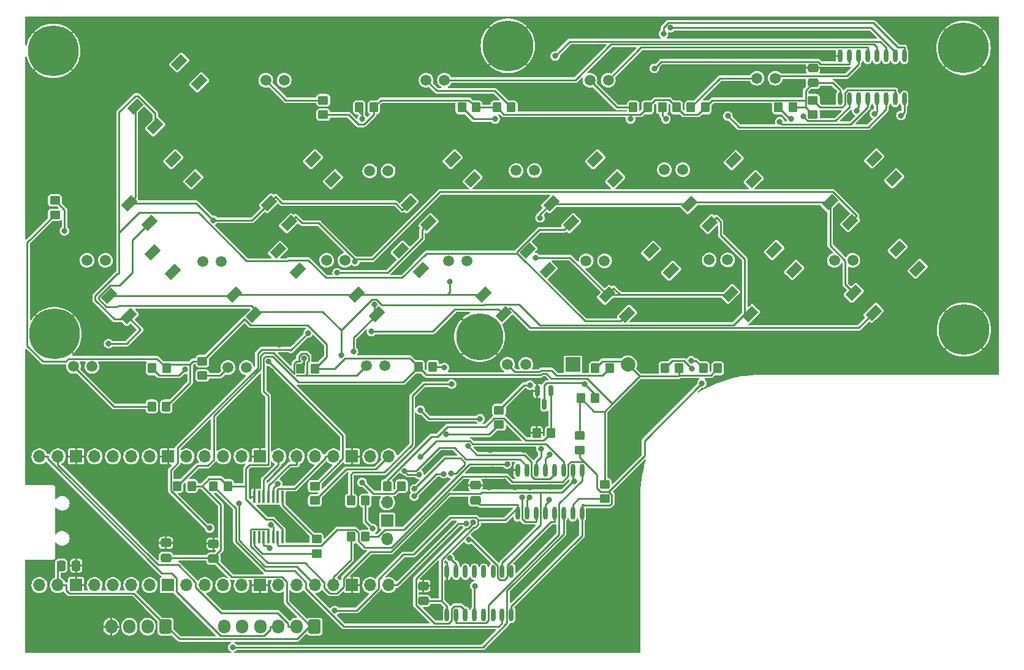
<source format=gbr>
%TF.GenerationSoftware,KiCad,Pcbnew,6.0.10+dfsg-1~bpo11+1*%
%TF.CreationDate,2023-03-07T10:26:52+00:00*%
%TF.ProjectId,CoverUI,436f7665-7255-4492-9e6b-696361645f70,rev?*%
%TF.SameCoordinates,Original*%
%TF.FileFunction,Copper,L1,Top*%
%TF.FilePolarity,Positive*%
%FSLAX46Y46*%
G04 Gerber Fmt 4.6, Leading zero omitted, Abs format (unit mm)*
G04 Created by KiCad (PCBNEW 6.0.10+dfsg-1~bpo11+1) date 2023-03-07 10:26:52*
%MOMM*%
%LPD*%
G01*
G04 APERTURE LIST*
G04 Aperture macros list*
%AMRoundRect*
0 Rectangle with rounded corners*
0 $1 Rounding radius*
0 $2 $3 $4 $5 $6 $7 $8 $9 X,Y pos of 4 corners*
0 Add a 4 corners polygon primitive as box body*
4,1,4,$2,$3,$4,$5,$6,$7,$8,$9,$2,$3,0*
0 Add four circle primitives for the rounded corners*
1,1,$1+$1,$2,$3*
1,1,$1+$1,$4,$5*
1,1,$1+$1,$6,$7*
1,1,$1+$1,$8,$9*
0 Add four rect primitives between the rounded corners*
20,1,$1+$1,$2,$3,$4,$5,0*
20,1,$1+$1,$4,$5,$6,$7,0*
20,1,$1+$1,$6,$7,$8,$9,0*
20,1,$1+$1,$8,$9,$2,$3,0*%
%AMRotRect*
0 Rectangle, with rotation*
0 The origin of the aperture is its center*
0 $1 length*
0 $2 width*
0 $3 Rotation angle, in degrees counterclockwise*
0 Add horizontal line*
21,1,$1,$2,0,0,$3*%
G04 Aperture macros list end*
%TA.AperFunction,ComponentPad*%
%ADD10C,1.000000*%
%TD*%
%TA.AperFunction,ComponentPad*%
%ADD11C,7.000000*%
%TD*%
%TA.AperFunction,ComponentPad*%
%ADD12C,6.500000*%
%TD*%
%TA.AperFunction,SMDPad,CuDef*%
%ADD13RoundRect,0.250000X0.350000X0.450000X-0.350000X0.450000X-0.350000X-0.450000X0.350000X-0.450000X0*%
%TD*%
%TA.AperFunction,SMDPad,CuDef*%
%ADD14O,0.600000X1.800000*%
%TD*%
%TA.AperFunction,SMDPad,CuDef*%
%ADD15R,0.400000X1.700000*%
%TD*%
%TA.AperFunction,SMDPad,CuDef*%
%ADD16RoundRect,0.250000X0.450000X-0.350000X0.450000X0.350000X-0.450000X0.350000X-0.450000X-0.350000X0*%
%TD*%
%TA.AperFunction,ComponentPad*%
%ADD17C,1.520000*%
%TD*%
%TA.AperFunction,SMDPad,CuDef*%
%ADD18RotRect,2.000000X1.200000X45.000000*%
%TD*%
%TA.AperFunction,SMDPad,CuDef*%
%ADD19RoundRect,0.250000X-0.350000X-0.450000X0.350000X-0.450000X0.350000X0.450000X-0.350000X0.450000X0*%
%TD*%
%TA.AperFunction,SMDPad,CuDef*%
%ADD20RoundRect,0.250000X-0.450000X0.350000X-0.450000X-0.350000X0.450000X-0.350000X0.450000X0.350000X0*%
%TD*%
%TA.AperFunction,SMDPad,CuDef*%
%ADD21RoundRect,0.250000X0.475000X-0.337500X0.475000X0.337500X-0.475000X0.337500X-0.475000X-0.337500X0*%
%TD*%
%TA.AperFunction,SMDPad,CuDef*%
%ADD22RoundRect,0.150000X-0.150000X0.587500X-0.150000X-0.587500X0.150000X-0.587500X0.150000X0.587500X0*%
%TD*%
%TA.AperFunction,SMDPad,CuDef*%
%ADD23RoundRect,0.250000X-0.337500X-0.475000X0.337500X-0.475000X0.337500X0.475000X-0.337500X0.475000X0*%
%TD*%
%TA.AperFunction,ComponentPad*%
%ADD24RoundRect,0.250000X0.600000X0.725000X-0.600000X0.725000X-0.600000X-0.725000X0.600000X-0.725000X0*%
%TD*%
%TA.AperFunction,ComponentPad*%
%ADD25O,1.700000X1.950000*%
%TD*%
%TA.AperFunction,ComponentPad*%
%ADD26R,2.000000X2.000000*%
%TD*%
%TA.AperFunction,ComponentPad*%
%ADD27C,2.000000*%
%TD*%
%TA.AperFunction,ComponentPad*%
%ADD28O,1.700000X1.700000*%
%TD*%
%TA.AperFunction,ComponentPad*%
%ADD29R,1.700000X1.700000*%
%TD*%
%TA.AperFunction,ViaPad*%
%ADD30C,0.800000*%
%TD*%
%TA.AperFunction,Conductor*%
%ADD31C,0.250000*%
%TD*%
G04 APERTURE END LIST*
D10*
%TO.P,H1001,1,1*%
%TO.N,GND*%
X70973155Y-66833155D03*
X70973155Y-63120845D03*
X67260845Y-66833155D03*
X66492000Y-64977000D03*
X67260845Y-63120845D03*
X69117000Y-67602000D03*
D11*
X69117000Y-64977000D03*
D10*
X69117000Y-62352000D03*
X71742000Y-64977000D03*
%TD*%
%TO.P,H1006,1,1*%
%TO.N,GND*%
X129302000Y-64287000D03*
X133783155Y-66143155D03*
X130070845Y-66143155D03*
X134552000Y-64287000D03*
D11*
X131927000Y-64287000D03*
D10*
X131927000Y-66912000D03*
X133783155Y-62430845D03*
X131927000Y-61662000D03*
X130070845Y-62430845D03*
%TD*%
%TO.P,H1002,1,1*%
%TO.N,GND*%
X194877000Y-61952000D03*
X192252000Y-64577000D03*
X193020845Y-62720845D03*
X197502000Y-64577000D03*
X193020845Y-66433155D03*
D11*
X194877000Y-64577000D03*
D10*
X194877000Y-67202000D03*
X196733155Y-66433155D03*
X196733155Y-62720845D03*
%TD*%
%TO.P,H1003,1,1*%
%TO.N,GND*%
X69287000Y-106762000D03*
X71143155Y-105993155D03*
X71143155Y-102280845D03*
X67430845Y-105993155D03*
X69287000Y-101512000D03*
X67430845Y-102280845D03*
X71912000Y-104137000D03*
X66662000Y-104137000D03*
D11*
X69287000Y-104137000D03*
%TD*%
D10*
%TO.P,H1004,1,1*%
%TO.N,GND*%
X129883155Y-106343155D03*
X130652000Y-104487000D03*
X129883155Y-102630845D03*
X126170845Y-106343155D03*
X126170845Y-102630845D03*
D12*
X128027000Y-104487000D03*
D10*
X128027000Y-101862000D03*
X125402000Y-104487000D03*
X128027000Y-107112000D03*
%TD*%
D11*
%TO.P,H1005,1,1*%
%TO.N,GND*%
X194937000Y-103507000D03*
D10*
X194937000Y-106132000D03*
X193080845Y-101650845D03*
X194937000Y-100882000D03*
X192312000Y-103507000D03*
X196793155Y-101650845D03*
X193080845Y-105363155D03*
X197562000Y-103507000D03*
X196793155Y-105363155D03*
%TD*%
D13*
%TO.P,R21,1*%
%TO.N,+5V*%
X84734400Y-114147600D03*
%TO.P,R21,2*%
%TO.N,Net-(D1015-Pad1)*%
X82734400Y-114147600D03*
%TD*%
%TO.P,R15,1*%
%TO.N,+5V*%
X151231600Y-72796400D03*
%TO.P,R15,2*%
%TO.N,Net-(D1003-Pad1)*%
X149231600Y-72796400D03*
%TD*%
D14*
%TO.P,U3,1,VCC*%
%TO.N,+5V*%
X133268800Y-128903200D03*
%TO.P,U3,2,SER/IN*%
%TO.N,Net-(U2-Pad9)*%
X134538800Y-128903200D03*
%TO.P,U3,3,DRAIN0*%
%TO.N,Net-(D1018-Pad2)*%
X135808800Y-128903200D03*
%TO.P,U3,4,DRAIN1*%
%TO.N,Net-(D1017-Pad2)*%
X137078800Y-128903200D03*
%TO.P,U3,5,DRAIN2*%
%TO.N,Net-(D1016-Pad2)*%
X138348800Y-128903200D03*
%TO.P,U3,6,DRAIN3*%
%TO.N,Net-(D1015-Pad2)*%
X139628800Y-128903200D03*
%TO.P,U3,7,~{CLR}*%
%TO.N,Net-(R17-Pad2)*%
X140888800Y-128903200D03*
%TO.P,U3,8,~{G}*%
%TO.N,/LEDmux/G*%
X142158800Y-128903200D03*
%TO.P,U3,9,SER/OUT*%
%TO.N,Net-(U3-Pad9)*%
X142158800Y-122963200D03*
%TO.P,U3,10,RCK*%
%TO.N,/LEDmux/RCK*%
X140888800Y-122963200D03*
%TO.P,U3,11,DRAIN4*%
%TO.N,Net-(D1008-Pad2)*%
X139628800Y-122963200D03*
%TO.P,U3,12,DRAIN5*%
%TO.N,Net-(D1009-Pad2)*%
X138348800Y-122963200D03*
%TO.P,U3,13,DRAIN6*%
%TO.N,Net-(D1010-Pad2)*%
X137078800Y-122963200D03*
%TO.P,U3,14,DRAIN7*%
%TO.N,Net-(D1011-Pad2)*%
X135808800Y-122963200D03*
%TO.P,U3,15,SRCK*%
%TO.N,/LEDmux/SRCK*%
X134538800Y-122963200D03*
%TO.P,U3,16,GND*%
%TO.N,GND*%
X133268800Y-122963200D03*
%TD*%
D15*
%TO.P,U5,1,VCCA*%
%TO.N,+3.3V*%
X100801200Y-126635600D03*
%TO.P,U5,2,A1*%
%TO.N,/LEDmux/G_3.3V*%
X100151200Y-126635600D03*
%TO.P,U5,3,A2*%
%TO.N,/LEDmux/SER_3.3V*%
X99501200Y-126635600D03*
%TO.P,U5,4,A3*%
%TO.N,/LEDmux/RCK_3.3V*%
X98851200Y-126635600D03*
%TO.P,U5,5,A4*%
%TO.N,/LEDmux/SRCK_3.3V*%
X98201200Y-126635600D03*
%TO.P,U5,6,NC*%
%TO.N,unconnected-(U5-Pad6)*%
X97551200Y-126635600D03*
%TO.P,U5,7,GND*%
%TO.N,GND*%
X96901200Y-126635600D03*
%TO.P,U5,8,OE*%
%TO.N,Net-(R29-Pad1)*%
X96901200Y-132235600D03*
%TO.P,U5,9,NC*%
%TO.N,unconnected-(U5-Pad9)*%
X97551200Y-132235600D03*
%TO.P,U5,10,B4*%
%TO.N,/LEDmux/SRCK*%
X98201200Y-132235600D03*
%TO.P,U5,11,B3*%
%TO.N,/LEDmux/RCK*%
X98851200Y-132235600D03*
%TO.P,U5,12,B2*%
%TO.N,/LEDmux/SER*%
X99501200Y-132235600D03*
%TO.P,U5,13,B1*%
%TO.N,/LEDmux/G*%
X100151200Y-132235600D03*
%TO.P,U5,14,VCCB*%
%TO.N,+5V*%
X100801200Y-132235600D03*
%TD*%
D16*
%TO.P,R6,1*%
%TO.N,/RaspberryPico/GP15*%
X105252000Y-127152400D03*
%TO.P,R6,2*%
%TO.N,Net-(R6-Pad2)*%
X105252000Y-125152400D03*
%TD*%
D17*
%TO.P,D1013,1,A*%
%TO.N,Net-(D1013-Pad1)*%
X159752000Y-93887000D03*
%TO.P,D1013,2,K*%
%TO.N,Net-(D1013-Pad2)*%
X162292000Y-93887000D03*
%TD*%
%TO.P,D1016,1,A*%
%TO.N,Net-(D1016-Pad1)*%
X93272000Y-108777000D03*
%TO.P,D1016,2,K*%
%TO.N,Net-(D1016-Pad2)*%
X95812000Y-108777000D03*
%TD*%
D14*
%TO.P,U2,1,VCC*%
%TO.N,+5V*%
X177820400Y-71600800D03*
%TO.P,U2,2,SER/IN*%
%TO.N,/LEDmux/SER*%
X179090400Y-71600800D03*
%TO.P,U2,3,DRAIN0*%
%TO.N,Net-(D1014-Pad2)*%
X180360400Y-71600800D03*
%TO.P,U2,4,DRAIN1*%
%TO.N,Net-(D1013-Pad2)*%
X181630400Y-71600800D03*
%TO.P,U2,5,DRAIN2*%
%TO.N,Net-(D1012-Pad2)*%
X182900400Y-71600800D03*
%TO.P,U2,6,DRAIN3*%
%TO.N,Net-(D1007-Pad2)*%
X184180400Y-71600800D03*
%TO.P,U2,7,~{CLR}*%
%TO.N,Net-(R3-Pad2)*%
X185440400Y-71600800D03*
%TO.P,U2,8,~{G}*%
%TO.N,/LEDmux/G*%
X186710400Y-71600800D03*
%TO.P,U2,9,SER/OUT*%
%TO.N,Net-(U2-Pad9)*%
X186710400Y-65660800D03*
%TO.P,U2,10,RCK*%
%TO.N,/LEDmux/RCK*%
X185440400Y-65660800D03*
%TO.P,U2,11,DRAIN4*%
%TO.N,Net-(D1006-Pad2)*%
X184180400Y-65660800D03*
%TO.P,U2,12,DRAIN5*%
%TO.N,Net-(D1002-Pad2)*%
X182900400Y-65660800D03*
%TO.P,U2,13,DRAIN6*%
%TO.N,Net-(D1003-Pad2)*%
X181630400Y-65660800D03*
%TO.P,U2,14,DRAIN7*%
%TO.N,Net-(D1004-Pad2)*%
X180360400Y-65660800D03*
%TO.P,U2,15,SRCK*%
%TO.N,/LEDmux/SRCK*%
X179090400Y-65660800D03*
%TO.P,U2,16,GND*%
%TO.N,GND*%
X177820400Y-65660800D03*
%TD*%
D13*
%TO.P,R8,1*%
%TO.N,/RaspberryPico/GP17*%
X112252000Y-127152400D03*
%TO.P,R8,2*%
%TO.N,Net-(R8-Pad2)*%
X110252000Y-127152400D03*
%TD*%
D16*
%TO.P,R3,1*%
%TO.N,+5V*%
X174056800Y-73796400D03*
%TO.P,R3,2*%
%TO.N,Net-(R3-Pad2)*%
X174056800Y-71796400D03*
%TD*%
D18*
%TO.P,SW12,1,A*%
%TO.N,Net-(R8-Pad2)*%
X128577583Y-98648701D03*
%TO.P,SW12,2*%
%TO.N,N/C*%
X134658701Y-92567583D03*
%TO.P,SW12,3,B*%
%TO.N,/RaspberryPico/GP22*%
X131335299Y-101406417D03*
%TO.P,SW12,4*%
%TO.N,N/C*%
X137416417Y-95325299D03*
%TD*%
D19*
%TO.P,R14,1*%
%TO.N,+5V*%
X130406400Y-72796400D03*
%TO.P,R14,2*%
%TO.N,Net-(D1002-Pad1)*%
X132406400Y-72796400D03*
%TD*%
D20*
%TO.P,R17,1*%
%TO.N,+5V*%
X145288000Y-124898400D03*
%TO.P,R17,2*%
%TO.N,Net-(R17-Pad2)*%
X145288000Y-126898400D03*
%TD*%
D13*
%TO.P,R4,1*%
%TO.N,Net-(BZ1-Pad1)*%
X144000000Y-113000000D03*
%TO.P,R4,2*%
%TO.N,+5V*%
X142000000Y-113000000D03*
%TD*%
D21*
%TO.P,C3,1*%
%TO.N,+5V*%
X174091600Y-69414300D03*
%TO.P,C3,2*%
%TO.N,GND*%
X174091600Y-67339300D03*
%TD*%
D18*
%TO.P,SW5,1,A*%
%TO.N,Net-(R7-Pad2)*%
X137917583Y-86048701D03*
%TO.P,SW5,2*%
%TO.N,N/C*%
X143998701Y-79967583D03*
%TO.P,SW5,3,B*%
%TO.N,/RaspberryPico/GP19*%
X140675299Y-88806417D03*
%TO.P,SW5,4*%
%TO.N,N/C*%
X146756417Y-82725299D03*
%TD*%
D17*
%TO.P,D1005,1,A*%
%TO.N,Net-(D1005-Pad1)*%
X112852000Y-81577000D03*
%TO.P,D1005,2,K*%
%TO.N,Net-(D1005-Pad2)*%
X115392000Y-81577000D03*
%TD*%
D13*
%TO.P,R10,1*%
%TO.N,+5V*%
X155600400Y-108864400D03*
%TO.P,R10,2*%
%TO.N,Net-(D1013-Pad1)*%
X153600400Y-108864400D03*
%TD*%
D19*
%TO.P,R25,1*%
%TO.N,+5V*%
X119564400Y-108661200D03*
%TO.P,R25,2*%
%TO.N,Net-(D1011-Pad1)*%
X121564400Y-108661200D03*
%TD*%
D13*
%TO.P,R23,1*%
%TO.N,+5V*%
X84769200Y-108864400D03*
%TO.P,R23,2*%
%TO.N,Net-(D1009-Pad1)*%
X82769200Y-108864400D03*
%TD*%
D16*
%TO.P,R30,1*%
%TO.N,/LEDmux/G*%
X141884400Y-120160800D03*
%TO.P,R30,2*%
%TO.N,+5V*%
X141884400Y-118160800D03*
%TD*%
D17*
%TO.P,D1012,1,A*%
%TO.N,Net-(D1012-Pad1)*%
X142742000Y-94007000D03*
%TO.P,D1012,2,K*%
%TO.N,Net-(D1012-Pad2)*%
X145282000Y-94007000D03*
%TD*%
D22*
%TO.P,Q1,1,G*%
%TO.N,Net-(Q1-Pad1)*%
X137906800Y-111990900D03*
%TO.P,Q1,2,S*%
%TO.N,GND*%
X136006800Y-111990900D03*
%TO.P,Q1,3,D*%
%TO.N,Net-(BZ1-Pad1)*%
X136956800Y-113865900D03*
%TD*%
D23*
%TO.P,C1001,1*%
%TO.N,+5V*%
X70214500Y-136152400D03*
%TO.P,C1001,2*%
%TO.N,GND*%
X72289500Y-136152400D03*
%TD*%
D17*
%TO.P,D1002,1,A*%
%TO.N,Net-(D1002-Pad1)*%
X120632000Y-69037000D03*
%TO.P,D1002,2,K*%
%TO.N,Net-(D1002-Pad2)*%
X123172000Y-69037000D03*
%TD*%
%TO.P,D1006,1,A*%
%TO.N,Net-(D1006-Pad1)*%
X133062000Y-81527000D03*
%TO.P,D1006,2,K*%
%TO.N,Net-(D1006-Pad2)*%
X135602000Y-81527000D03*
%TD*%
D18*
%TO.P,SW8,1,A*%
%TO.N,Net-(R7-Pad2)*%
X179707583Y-98418701D03*
%TO.P,SW8,2*%
%TO.N,N/C*%
X185788701Y-92337583D03*
%TO.P,SW8,3,B*%
%TO.N,/RaspberryPico/GP22*%
X182465299Y-101176417D03*
%TO.P,SW8,4*%
%TO.N,N/C*%
X188546417Y-95095299D03*
%TD*%
D13*
%TO.P,R2,1*%
%TO.N,Net-(Q1-Pad1)*%
X137906000Y-117805200D03*
%TO.P,R2,2*%
%TO.N,GND*%
X135906000Y-117805200D03*
%TD*%
D16*
%TO.P,R22,1*%
%TO.N,+5V*%
X69342000Y-87648800D03*
%TO.P,R22,2*%
%TO.N,Net-(D1008-Pad1)*%
X69342000Y-85648800D03*
%TD*%
D18*
%TO.P,SW2,1,A*%
%TO.N,Net-(R6-Pad2)*%
X79627583Y-86048701D03*
%TO.P,SW2,2*%
%TO.N,N/C*%
X85708701Y-79967583D03*
%TO.P,SW2,3,B*%
%TO.N,/RaspberryPico/GP20*%
X82385299Y-88806417D03*
%TO.P,SW2,4*%
%TO.N,N/C*%
X88466417Y-82725299D03*
%TD*%
%TO.P,SW9,1,A*%
%TO.N,Net-(R8-Pad2)*%
X76787583Y-98878701D03*
%TO.P,SW9,2*%
%TO.N,N/C*%
X82868701Y-92797583D03*
%TO.P,SW9,3,B*%
%TO.N,/RaspberryPico/GP19*%
X79545299Y-101636417D03*
%TO.P,SW9,4*%
%TO.N,N/C*%
X85626417Y-95555299D03*
%TD*%
D14*
%TO.P,U4,1,VCC*%
%TO.N,+5V*%
X123515200Y-142924000D03*
%TO.P,U4,2,SER/IN*%
%TO.N,Net-(U3-Pad9)*%
X124785200Y-142924000D03*
%TO.P,U4,3,DRAIN0*%
%TO.N,Net-(D1001-Pad2)*%
X126055200Y-142924000D03*
%TO.P,U4,4,DRAIN1*%
%TO.N,Net-(D1005-Pad2)*%
X127325200Y-142924000D03*
%TO.P,U4,5,DRAIN2*%
%TO.N,unconnected-(U4-Pad5)*%
X128595200Y-142924000D03*
%TO.P,U4,6,DRAIN3*%
%TO.N,unconnected-(U4-Pad6)*%
X129875200Y-142924000D03*
%TO.P,U4,7,~{CLR}*%
%TO.N,Net-(R26-Pad2)*%
X131135200Y-142924000D03*
%TO.P,U4,8,~{G}*%
%TO.N,/LEDmux/G*%
X132405200Y-142924000D03*
%TO.P,U4,9,SER/OUT*%
%TO.N,unconnected-(U4-Pad9)*%
X132405200Y-136984000D03*
%TO.P,U4,10,RCK*%
%TO.N,/LEDmux/RCK*%
X131135200Y-136984000D03*
%TO.P,U4,11,DRAIN4*%
%TO.N,unconnected-(U4-Pad11)*%
X129875200Y-136984000D03*
%TO.P,U4,12,DRAIN5*%
%TO.N,unconnected-(U4-Pad12)*%
X128595200Y-136984000D03*
%TO.P,U4,13,DRAIN6*%
%TO.N,unconnected-(U4-Pad13)*%
X127325200Y-136984000D03*
%TO.P,U4,14,DRAIN7*%
%TO.N,unconnected-(U4-Pad14)*%
X126055200Y-136984000D03*
%TO.P,U4,15,SRCK*%
%TO.N,/LEDmux/SRCK*%
X124785200Y-136984000D03*
%TO.P,U4,16,GND*%
%TO.N,GND*%
X123515200Y-136984000D03*
%TD*%
D18*
%TO.P,SW1,1,A*%
%TO.N,Net-(R6-Pad2)*%
X80437583Y-72648701D03*
%TO.P,SW1,2*%
%TO.N,N/C*%
X86518701Y-66567583D03*
%TO.P,SW1,3,B*%
%TO.N,/RaspberryPico/GP19*%
X83195299Y-75406417D03*
%TO.P,SW1,4*%
%TO.N,N/C*%
X89276417Y-69325299D03*
%TD*%
D16*
%TO.P,R29,1*%
%TO.N,Net-(R29-Pad1)*%
X105506000Y-134464800D03*
%TO.P,R29,2*%
%TO.N,+3.3V*%
X105506000Y-132464800D03*
%TD*%
D20*
%TO.P,R20,1*%
%TO.N,+5V*%
X89712800Y-107864400D03*
%TO.P,R20,2*%
%TO.N,Net-(D1016-Pad1)*%
X89712800Y-109864400D03*
%TD*%
D18*
%TO.P,SW13,1,A*%
%TO.N,Net-(R9-Pad2)*%
X145637583Y-98698701D03*
%TO.P,SW13,2*%
%TO.N,N/C*%
X151718701Y-92617583D03*
%TO.P,SW13,3,B*%
%TO.N,/RaspberryPico/GP19*%
X148395299Y-101456417D03*
%TO.P,SW13,4*%
%TO.N,N/C*%
X154476417Y-95375299D03*
%TD*%
D21*
%TO.P,C1,1*%
%TO.N,+5V*%
X120243600Y-141020800D03*
%TO.P,C1,2*%
%TO.N,GND*%
X120243600Y-138945800D03*
%TD*%
D13*
%TO.P,R11,1*%
%TO.N,+5V*%
X160934400Y-108864400D03*
%TO.P,R11,2*%
%TO.N,Net-(D1012-Pad1)*%
X158934400Y-108864400D03*
%TD*%
D17*
%TO.P,D1007,1,A*%
%TO.N,Net-(D1007-Pad1)*%
X153562000Y-81407000D03*
%TO.P,D1007,2,K*%
%TO.N,Net-(D1007-Pad2)*%
X156102000Y-81407000D03*
%TD*%
D16*
%TO.P,R27,1*%
%TO.N,+5V*%
X106406400Y-73796400D03*
%TO.P,R27,2*%
%TO.N,Net-(D1001-Pad1)*%
X106406400Y-71796400D03*
%TD*%
D17*
%TO.P,D1017,1,A*%
%TO.N,Net-(D1017-Pad1)*%
X112392000Y-108497000D03*
%TO.P,D1017,2,K*%
%TO.N,Net-(D1017-Pad2)*%
X114932000Y-108497000D03*
%TD*%
%TO.P,D1014,1,A*%
%TO.N,Net-(D1014-Pad1)*%
X177042000Y-93947000D03*
%TO.P,D1014,2,K*%
%TO.N,Net-(D1014-Pad2)*%
X179582000Y-93947000D03*
%TD*%
%TO.P,D1010,1,A*%
%TO.N,Net-(D1010-Pad1)*%
X106892000Y-93947000D03*
%TO.P,D1010,2,K*%
%TO.N,Net-(D1010-Pad2)*%
X109432000Y-93947000D03*
%TD*%
D13*
%TO.P,R1,1*%
%TO.N,/RaspberryPico/GP26*%
X117252000Y-125152400D03*
%TO.P,R1,2*%
%TO.N,Net-(Q1-Pad1)*%
X115252000Y-125152400D03*
%TD*%
D18*
%TO.P,SW14,1,A*%
%TO.N,Net-(R9-Pad2)*%
X162647583Y-98588701D03*
%TO.P,SW14,2*%
%TO.N,N/C*%
X168728701Y-92507583D03*
%TO.P,SW14,3,B*%
%TO.N,/RaspberryPico/GP20*%
X165405299Y-101346417D03*
%TO.P,SW14,4*%
%TO.N,N/C*%
X171486417Y-95265299D03*
%TD*%
D16*
%TO.P,R7,1*%
%TO.N,/RaspberryPico/GP16*%
X130708400Y-116636800D03*
%TO.P,R7,2*%
%TO.N,Net-(R7-Pad2)*%
X130708400Y-114636800D03*
%TD*%
D17*
%TO.P,D1018,1,A*%
%TO.N,Net-(D1018-Pad1)*%
X131862000Y-108317000D03*
%TO.P,D1018,2,K*%
%TO.N,Net-(D1018-Pad2)*%
X134402000Y-108317000D03*
%TD*%
D18*
%TO.P,SW6,1,A*%
%TO.N,Net-(R7-Pad2)*%
X157047583Y-86158701D03*
%TO.P,SW6,2*%
%TO.N,N/C*%
X163128701Y-80077583D03*
%TO.P,SW6,3,B*%
%TO.N,/RaspberryPico/GP20*%
X159805299Y-88916417D03*
%TO.P,SW6,4*%
%TO.N,N/C*%
X165886417Y-82835299D03*
%TD*%
D13*
%TO.P,R28,1*%
%TO.N,+5V*%
X113406400Y-72796400D03*
%TO.P,R28,2*%
%TO.N,Net-(D1005-Pad1)*%
X111406400Y-72796400D03*
%TD*%
D17*
%TO.P,D1001,1,A*%
%TO.N,Net-(D1001-Pad1)*%
X98472000Y-69037000D03*
%TO.P,D1001,2,K*%
%TO.N,Net-(D1001-Pad2)*%
X101012000Y-69037000D03*
%TD*%
%TO.P,D1004,1,A*%
%TO.N,Net-(D1004-Pad1)*%
X166332000Y-68757000D03*
%TO.P,D1004,2,K*%
%TO.N,Net-(D1004-Pad2)*%
X168872000Y-68757000D03*
%TD*%
%TO.P,D1008,1,A*%
%TO.N,Net-(D1008-Pad1)*%
X73787000Y-93947000D03*
%TO.P,D1008,2,K*%
%TO.N,Net-(D1008-Pad2)*%
X76327000Y-93947000D03*
%TD*%
D19*
%TO.P,R18,1*%
%TO.N,+5V*%
X144000000Y-108864400D03*
%TO.P,R18,2*%
%TO.N,Net-(D1018-Pad1)*%
X146000000Y-108864400D03*
%TD*%
D21*
%TO.P,C1003,1*%
%TO.N,+5V*%
X84683600Y-135077200D03*
%TO.P,C1003,2*%
%TO.N,GND*%
X84683600Y-133002200D03*
%TD*%
D18*
%TO.P,SW11,1,A*%
%TO.N,Net-(R8-Pad2)*%
X111057583Y-98648701D03*
%TO.P,SW11,2*%
%TO.N,N/C*%
X117138701Y-92567583D03*
%TO.P,SW11,3,B*%
%TO.N,/RaspberryPico/GP21*%
X113815299Y-101406417D03*
%TO.P,SW11,4*%
%TO.N,N/C*%
X119896417Y-95325299D03*
%TD*%
D13*
%TO.P,R12,1*%
%TO.N,+5V*%
X155260800Y-72796400D03*
%TO.P,R12,2*%
%TO.N,Net-(D1007-Pad1)*%
X153260800Y-72796400D03*
%TD*%
%TO.P,R19,1*%
%TO.N,+5V*%
X88252000Y-125152400D03*
%TO.P,R19,2*%
%TO.N,Net-(D1017-Pad1)*%
X86252000Y-125152400D03*
%TD*%
D19*
%TO.P,R9,1*%
%TO.N,/RaspberryPico/GP18*%
X110252000Y-132152400D03*
%TO.P,R9,2*%
%TO.N,Net-(R9-Pad2)*%
X112252000Y-132152400D03*
%TD*%
D21*
%TO.P,C1002,1*%
%TO.N,+5V*%
X91252000Y-135189900D03*
%TO.P,C1002,2*%
%TO.N,GND*%
X91252000Y-133114900D03*
%TD*%
D13*
%TO.P,R26,1*%
%TO.N,+5V*%
X93252000Y-125152400D03*
%TO.P,R26,2*%
%TO.N,Net-(R26-Pad2)*%
X91252000Y-125152400D03*
%TD*%
D17*
%TO.P,D1015,1,A*%
%TO.N,Net-(D1015-Pad1)*%
X71932000Y-108607000D03*
%TO.P,D1015,2,K*%
%TO.N,Net-(D1015-Pad2)*%
X74472000Y-108607000D03*
%TD*%
%TO.P,D1011,1,A*%
%TO.N,Net-(D1011-Pad1)*%
X123722000Y-94007000D03*
%TO.P,D1011,2,K*%
%TO.N,Net-(D1011-Pad2)*%
X126262000Y-94007000D03*
%TD*%
D21*
%TO.P,C2,1*%
%TO.N,+5V*%
X127457200Y-127093800D03*
%TO.P,C2,2*%
%TO.N,GND*%
X127457200Y-125018800D03*
%TD*%
D13*
%TO.P,R24,1*%
%TO.N,+5V*%
X105276400Y-108915200D03*
%TO.P,R24,2*%
%TO.N,Net-(D1010-Pad1)*%
X103276400Y-108915200D03*
%TD*%
D17*
%TO.P,D1009,1,A*%
%TO.N,Net-(D1009-Pad1)*%
X89822000Y-94067000D03*
%TO.P,D1009,2,K*%
%TO.N,Net-(D1009-Pad2)*%
X92362000Y-94067000D03*
%TD*%
D13*
%TO.P,R13,1*%
%TO.N,+5V*%
X127558800Y-72796400D03*
%TO.P,R13,2*%
%TO.N,Net-(D1006-Pad1)*%
X125558800Y-72796400D03*
%TD*%
D18*
%TO.P,SW10,1,A*%
%TO.N,Net-(R8-Pad2)*%
X94077583Y-98698701D03*
%TO.P,SW10,2*%
%TO.N,N/C*%
X100158701Y-92617583D03*
%TO.P,SW10,3,B*%
%TO.N,/RaspberryPico/GP20*%
X96835299Y-101456417D03*
%TO.P,SW10,4*%
%TO.N,N/C*%
X102916417Y-95375299D03*
%TD*%
D13*
%TO.P,R16,1*%
%TO.N,+5V*%
X159207200Y-72796400D03*
%TO.P,R16,2*%
%TO.N,Net-(D1004-Pad1)*%
X157207200Y-72796400D03*
%TD*%
D18*
%TO.P,SW7,1,A*%
%TO.N,Net-(R7-Pad2)*%
X176457583Y-85928701D03*
%TO.P,SW7,2*%
%TO.N,N/C*%
X182538701Y-79847583D03*
%TO.P,SW7,3,B*%
%TO.N,/RaspberryPico/GP21*%
X179215299Y-88686417D03*
%TO.P,SW7,4*%
%TO.N,N/C*%
X185296417Y-82605299D03*
%TD*%
%TO.P,SW3,1,A*%
%TO.N,Net-(R6-Pad2)*%
X98927583Y-86048701D03*
%TO.P,SW3,2*%
%TO.N,N/C*%
X105008701Y-79967583D03*
%TO.P,SW3,3,B*%
%TO.N,/RaspberryPico/GP21*%
X101685299Y-88806417D03*
%TO.P,SW3,4*%
%TO.N,N/C*%
X107766417Y-82725299D03*
%TD*%
D13*
%TO.P,R5,1*%
%TO.N,+5V*%
X171313600Y-72796400D03*
%TO.P,R5,2*%
%TO.N,Net-(D1014-Pad1)*%
X169313600Y-72796400D03*
%TD*%
D17*
%TO.P,D1003,1,A*%
%TO.N,Net-(D1003-Pad1)*%
X143252000Y-69037000D03*
%TO.P,D1003,2,K*%
%TO.N,Net-(D1003-Pad2)*%
X145792000Y-69037000D03*
%TD*%
D18*
%TO.P,SW4,1,A*%
%TO.N,Net-(R6-Pad2)*%
X118217583Y-86048701D03*
%TO.P,SW4,2*%
%TO.N,N/C*%
X124298701Y-79967583D03*
%TO.P,SW4,3,B*%
%TO.N,/RaspberryPico/GP22*%
X120975299Y-88806417D03*
%TO.P,SW4,4*%
%TO.N,N/C*%
X127056417Y-82725299D03*
%TD*%
D24*
%TO.P,J1001,1,Pin_1*%
%TO.N,+5V*%
X84632800Y-144576800D03*
D25*
%TO.P,J1001,2,Pin_2*%
%TO.N,/RaspberryPico/PiCo_RX*%
X82132800Y-144576800D03*
%TO.P,J1001,3,Pin_3*%
%TO.N,/RaspberryPico/PiCo_TX*%
X79632800Y-144576800D03*
%TO.P,J1001,4,Pin_4*%
%TO.N,GND*%
X77132800Y-144576800D03*
%TD*%
D26*
%TO.P,BZ1,1,-*%
%TO.N,Net-(BZ1-Pad1)*%
X140929200Y-108356400D03*
D27*
%TO.P,BZ1,2,+*%
%TO.N,+5V*%
X148529200Y-108356400D03*
%TD*%
D24*
%TO.P,J2,1,Pin_1*%
%TO.N,+5V*%
X105206800Y-144576800D03*
D25*
%TO.P,J2,2,Pin_2*%
%TO.N,Net-(J2-Pad2)*%
X102706800Y-144576800D03*
%TO.P,J2,3,Pin_3*%
%TO.N,Net-(J2-Pad3)*%
X100206800Y-144576800D03*
%TO.P,J2,4,Pin_4*%
%TO.N,Net-(J2-Pad4)*%
X97706800Y-144576800D03*
%TO.P,J2,5,Pin_5*%
%TO.N,Net-(J2-Pad5)*%
X95206800Y-144576800D03*
%TO.P,J2,6,Pin_6*%
%TO.N,Net-(J2-Pad6)*%
X92706800Y-144576800D03*
%TD*%
D28*
%TO.P,U1,1,GPIO0*%
%TO.N,Net-(J2-Pad3)*%
X67208400Y-121056400D03*
%TO.P,U1,2,GPIO1*%
%TO.N,Net-(J2-Pad2)*%
X69748400Y-121056400D03*
D29*
%TO.P,U1,3,GND*%
%TO.N,GND*%
X72288400Y-121056400D03*
D28*
%TO.P,U1,4,GPIO2*%
%TO.N,/RaspberryPico/GP2*%
X74828400Y-121056400D03*
%TO.P,U1,5,GPIO3*%
%TO.N,/RaspberryPico/GP3*%
X77368400Y-121056400D03*
%TO.P,U1,6,GPIO4*%
%TO.N,/RaspberryPico/PiCo_TX*%
X79908400Y-121056400D03*
%TO.P,U1,7,GPIO5*%
%TO.N,/RaspberryPico/PiCo_RX*%
X82448400Y-121056400D03*
D29*
%TO.P,U1,8,GND*%
%TO.N,GND*%
X84988400Y-121056400D03*
D28*
%TO.P,U1,9,GPIO6*%
%TO.N,/RaspberryPico/GP6*%
X87528400Y-121056400D03*
%TO.P,U1,10,GPIO7*%
%TO.N,/RaspberryPico/GP7*%
X90068400Y-121056400D03*
%TO.P,U1,11,GPIO8*%
%TO.N,/RaspberryPico/GP8*%
X92608400Y-121056400D03*
%TO.P,U1,12,GPIO9*%
%TO.N,/RaspberryPico/GP9*%
X95148400Y-121056400D03*
D29*
%TO.P,U1,13,GND*%
%TO.N,GND*%
X97688400Y-121056400D03*
D28*
%TO.P,U1,14,GPIO10*%
%TO.N,/LEDmux/SRCK_3.3V*%
X100228400Y-121056400D03*
%TO.P,U1,15,GPIO11*%
%TO.N,/LEDmux/RCK_3.3V*%
X102768400Y-121056400D03*
%TO.P,U1,16,GPIO12*%
%TO.N,/LEDmux/SER_3.3V*%
X105308400Y-121056400D03*
%TO.P,U1,17,GPIO13*%
%TO.N,/LEDmux/G_3.3V*%
X107848400Y-121056400D03*
D29*
%TO.P,U1,18,GND*%
%TO.N,GND*%
X110388400Y-121056400D03*
D28*
%TO.P,U1,19,GPIO14*%
%TO.N,/RaspberryPico/GP14*%
X112928400Y-121056400D03*
%TO.P,U1,20,GPIO15*%
%TO.N,/RaspberryPico/GP15*%
X115468400Y-121056400D03*
%TO.P,U1,21,GPIO16*%
%TO.N,/RaspberryPico/GP16*%
X115468400Y-138836400D03*
%TO.P,U1,22,GPIO17*%
%TO.N,/RaspberryPico/GP17*%
X112928400Y-138836400D03*
D29*
%TO.P,U1,23,GND*%
%TO.N,GND*%
X110388400Y-138836400D03*
D28*
%TO.P,U1,24,GPIO18*%
%TO.N,/RaspberryPico/GP18*%
X107848400Y-138836400D03*
%TO.P,U1,25,GPIO19*%
%TO.N,/RaspberryPico/GP19*%
X105308400Y-138836400D03*
%TO.P,U1,26,GPIO20*%
%TO.N,/RaspberryPico/GP20*%
X102768400Y-138836400D03*
%TO.P,U1,27,GPIO21*%
%TO.N,/RaspberryPico/GP21*%
X100228400Y-138836400D03*
D29*
%TO.P,U1,28,GND*%
%TO.N,GND*%
X97688400Y-138836400D03*
D28*
%TO.P,U1,29,GPIO22*%
%TO.N,/RaspberryPico/GP22*%
X95148400Y-138836400D03*
%TO.P,U1,30,RUN*%
%TO.N,unconnected-(U1-Pad30)*%
X92608400Y-138836400D03*
%TO.P,U1,31,GPIO26_ADC0*%
%TO.N,/RaspberryPico/GP26*%
X90068400Y-138836400D03*
%TO.P,U1,32,GPIO27_ADC1*%
%TO.N,/RaspberryPico/GP27*%
X87528400Y-138836400D03*
D29*
%TO.P,U1,33,AGND*%
%TO.N,unconnected-(U1-Pad33)*%
X84988400Y-138836400D03*
D28*
%TO.P,U1,34,GPIO28_ADC2*%
%TO.N,/RaspberryPico/GP28*%
X82448400Y-138836400D03*
%TO.P,U1,35,ADC_VREF*%
%TO.N,unconnected-(U1-Pad35)*%
X79908400Y-138836400D03*
%TO.P,U1,36,3V3*%
%TO.N,+3V3*%
X77368400Y-138836400D03*
%TO.P,U1,37,3V3_EN*%
%TO.N,unconnected-(U1-Pad37)*%
X74828400Y-138836400D03*
D29*
%TO.P,U1,38,GND*%
%TO.N,GND*%
X72288400Y-138836400D03*
D28*
%TO.P,U1,39,VSYS*%
%TO.N,+5V*%
X69748400Y-138836400D03*
%TO.P,U1,40,VBUS*%
%TO.N,unconnected-(U1-Pad40)*%
X67208400Y-138836400D03*
%TO.P,U1,41,SWCLK*%
%TO.N,Net-(J2-Pad4)*%
X115238400Y-127406400D03*
D29*
%TO.P,U1,42,GND*%
%TO.N,Net-(J2-Pad5)*%
X115238400Y-129946400D03*
D28*
%TO.P,U1,43,SWDIO*%
%TO.N,Net-(J2-Pad6)*%
X115238400Y-132486400D03*
%TD*%
D30*
%TO.N,GND*%
X117094000Y-119583000D03*
X130454000Y-128829000D03*
X134112000Y-120178700D03*
X130962000Y-133198000D03*
X129489000Y-120142000D03*
X131420000Y-131013000D03*
X168046000Y-107493000D03*
X102768000Y-131978000D03*
X152197000Y-106070000D03*
X112268000Y-143053000D03*
X111100000Y-116383000D03*
X72237600Y-97586800D03*
X123444000Y-114097000D03*
X154178000Y-70104000D03*
X122377000Y-116738000D03*
X135738000Y-145288000D03*
X148641000Y-128524000D03*
X110947000Y-145948000D03*
X134976000Y-115011000D03*
X122733000Y-75742800D03*
X128575000Y-135331000D03*
X88950800Y-76555600D03*
X132893000Y-70967600D03*
X75488800Y-125222000D03*
X124562000Y-140259000D03*
X116789000Y-143053000D03*
X132893000Y-125324000D03*
X141224000Y-65989200D03*
X135026000Y-125324000D03*
X91592400Y-103734000D03*
X102362000Y-116332000D03*
X123038000Y-120548000D03*
X79806800Y-135636000D03*
X87325200Y-132639000D03*
X80314800Y-105816000D03*
X104140000Y-128575000D03*
X68478400Y-92049600D03*
X131465000Y-124466000D03*
X129839000Y-122840000D03*
X79908400Y-126086000D03*
X114960000Y-112776000D03*
X128930000Y-124511000D03*
X96316800Y-114402000D03*
X178664000Y-74269600D03*
X83159600Y-115672000D03*
X176835000Y-73609200D03*
X121869000Y-129743000D03*
X119990000Y-117856000D03*
X96977200Y-116078000D03*
X70764400Y-113792000D03*
X93319600Y-135534000D03*
X172720000Y-62738000D03*
X71475600Y-143154000D03*
X105258000Y-106020000D03*
X100335448Y-105599100D03*
X86918800Y-116383000D03*
X152349000Y-66090800D03*
X129743000Y-131318000D03*
X128829000Y-128778000D03*
X72745600Y-130200000D03*
X111201000Y-134315000D03*
X114605000Y-135687000D03*
X137820000Y-125273000D03*
X131166000Y-123102000D03*
X94284800Y-66090800D03*
X139344000Y-77927200D03*
X122631000Y-124765000D03*
X185979000Y-62890400D03*
X197256000Y-94538800D03*
X99263200Y-109271000D03*
X118059000Y-135788000D03*
X91490800Y-131775000D03*
X90119200Y-117348000D03*
X121666000Y-137363000D03*
X97282000Y-123393000D03*
X117089272Y-123834991D03*
X176174000Y-71120000D03*
X120752000Y-122631000D03*
X129292000Y-125339500D03*
X144272000Y-137922000D03*
X136550000Y-110642000D03*
X157074000Y-76758800D03*
X124460000Y-64922400D03*
X185217000Y-68478400D03*
X93065600Y-117043000D03*
X147168000Y-106324000D03*
X122072000Y-142392000D03*
X135230000Y-137617000D03*
X68478400Y-144932000D03*
X148641000Y-121564000D03*
X140564000Y-71424800D03*
X194107000Y-80518000D03*
X101498000Y-114402000D03*
X127711000Y-114198000D03*
X97282000Y-124866000D03*
X132080000Y-117958000D03*
X90373200Y-127965000D03*
X135077000Y-134366000D03*
X102139000Y-105238000D03*
X164033000Y-70307200D03*
X75387200Y-115468000D03*
X181000000Y-74625200D03*
X118110000Y-140106000D03*
X70612000Y-74320400D03*
%TO.N,+5V*%
X108025000Y-142348000D03*
X148882000Y-74411000D03*
%TO.N,/RaspberryPico/GP16*%
X123432000Y-118000000D03*
X126201000Y-130311000D03*
%TO.N,/RaspberryPico/GP17*%
X113267000Y-131019000D03*
%TO.N,Net-(D1001-Pad2)*%
X127143000Y-130191000D03*
%TO.N,/RaspberryPico/GP19*%
X94742000Y-127508000D03*
X76758800Y-105461000D03*
%TO.N,/RaspberryPico/GP20*%
X108915000Y-107036000D03*
X118974000Y-126543000D03*
X123088000Y-123444000D03*
%TO.N,/RaspberryPico/GP21*%
X124044000Y-123407000D03*
X110592000Y-106578500D03*
X119021000Y-125541000D03*
X113498400Y-100055000D03*
X110812000Y-94090100D03*
%TO.N,Net-(D1005-Pad2)*%
X127352000Y-138954000D03*
%TO.N,/RaspberryPico/GP22*%
X104346000Y-103985000D03*
X108333000Y-95652500D03*
X113072300Y-103794200D03*
X90729044Y-130962244D03*
%TO.N,Net-(D1005-Pad1)*%
X111785000Y-74411000D03*
%TO.N,Net-(D1006-Pad1)*%
X130165000Y-74411000D03*
%TO.N,Net-(D1007-Pad1)*%
X153760000Y-74411000D03*
%TO.N,Net-(D1006-Pad2)*%
X138466000Y-65683100D03*
%TO.N,Net-(D1008-Pad1)*%
X70668400Y-89857900D03*
%TO.N,Net-(D1009-Pad1)*%
X87289600Y-109012000D03*
%TO.N,Net-(D1010-Pad1)*%
X103744000Y-107485500D03*
%TO.N,Net-(D1011-Pad1)*%
X123178000Y-108760000D03*
%TO.N,Net-(D1012-Pad1)*%
X157263000Y-107825000D03*
%TO.N,Net-(D1013-Pad1)*%
X157318000Y-108887000D03*
%TO.N,Net-(D1014-Pad1)*%
X171091000Y-74411000D03*
%TO.N,Net-(D1007-Pad2)*%
X162325000Y-73993400D03*
%TO.N,Net-(D1008-Pad2)*%
X119826000Y-121136000D03*
%TO.N,Net-(D1009-Pad2)*%
X126402000Y-119622000D03*
%TO.N,Net-(D1010-Pad2)*%
X137668000Y-120749000D03*
%TO.N,Net-(D1011-Pad2)*%
X136492000Y-119996000D03*
%TO.N,Net-(D1012-Pad2)*%
X182542000Y-73687900D03*
%TO.N,Net-(D1013-Pad2)*%
X169490000Y-74776300D03*
%TO.N,Net-(D1014-Pad2)*%
X180100000Y-73247100D03*
%TO.N,Net-(D1015-Pad2)*%
X93914900Y-147444000D03*
%TO.N,Net-(D1016-Pad2)*%
X126501000Y-132538000D03*
%TO.N,Net-(D1017-Pad2)*%
X128088000Y-115831000D03*
X137638000Y-127071000D03*
X119820000Y-114642000D03*
%TO.N,Net-(D1018-Pad2)*%
X133904000Y-126689000D03*
%TO.N,/LEDmux/SER*%
X99217400Y-130517000D03*
X172768000Y-74001300D03*
%TO.N,/LEDmux/RCK*%
X141072000Y-124538000D03*
X154372000Y-61777700D03*
%TO.N,/LEDmux/SRCK*%
X123934000Y-135103000D03*
X119646000Y-123532000D03*
X117599056Y-123033944D03*
X152170000Y-67398100D03*
X99041700Y-133757000D03*
%TO.N,Net-(U2-Pad9)*%
X153430000Y-62631000D03*
X134886000Y-126732000D03*
%TO.N,/RaspberryPico/GP26*%
X111785000Y-124628000D03*
%TO.N,Net-(R6-Pad2)*%
X91236800Y-88392000D03*
X98856800Y-107899000D03*
%TO.N,Net-(R7-Pad2)*%
X136373000Y-88061800D03*
X134976000Y-111201000D03*
%TO.N,Net-(R8-Pad2)*%
X124155000Y-111049000D03*
X123925300Y-96916800D03*
%TO.N,Net-(R9-Pad2)*%
X131826000Y-122123000D03*
X135737600Y-93573600D03*
%TO.N,Net-(BZ1-Pad1)*%
X142570000Y-111039000D03*
%TO.N,/LEDmux/SER_3.3V*%
X100112000Y-124810000D03*
%TO.N,/LEDmux/G*%
X158741000Y-110923000D03*
X186239000Y-73912700D03*
%TD*%
D31*
%TO.N,+5V*%
X113406200Y-72796200D02*
X114403000Y-71799700D01*
X113406000Y-73764900D02*
X113406000Y-72796400D01*
X95744200Y-126973000D02*
X98545400Y-129774000D01*
X70850800Y-107912000D02*
X71206400Y-107557000D01*
X118898000Y-134615000D02*
X117505000Y-134615000D01*
X98501200Y-107188000D02*
X98182300Y-107506900D01*
X101354000Y-138370000D02*
X100694000Y-137711000D01*
X95744200Y-125152000D02*
X93252000Y-125152000D01*
X173057000Y-71820300D02*
X173057000Y-70449100D01*
X105276400Y-108915000D02*
X107989000Y-108915000D01*
X88019900Y-108302000D02*
X88019900Y-110862000D01*
X114053000Y-138067000D02*
X114053000Y-139302000D01*
X91139300Y-135077000D02*
X84683600Y-135077000D01*
X84769200Y-108864000D02*
X85331700Y-108302000D01*
X141884000Y-118161000D02*
X141884000Y-117357000D01*
X144000000Y-108864000D02*
X144492500Y-108372000D01*
X83461400Y-107557000D02*
X84769200Y-108864000D01*
X150255000Y-73773300D02*
X151231800Y-72796600D01*
X128092000Y-127728000D02*
X133269000Y-127728000D01*
X88457400Y-107864000D02*
X88019900Y-108302000D01*
X131383000Y-73773300D02*
X148882000Y-73773300D01*
X155600000Y-109851000D02*
X159947000Y-109851000D01*
X158219000Y-73784700D02*
X159207000Y-72796400D01*
X124001000Y-129512000D02*
X118898000Y-134615000D01*
X98813400Y-122181000D02*
X96258600Y-122181000D01*
X145288000Y-114817000D02*
X143817000Y-114817000D01*
X100801000Y-131110000D02*
X100801000Y-131673000D01*
X107989000Y-108915000D02*
X109448000Y-107457000D01*
X71206400Y-107557000D02*
X83461400Y-107557000D01*
X95744200Y-125152000D02*
X95744200Y-126973000D01*
X155486000Y-109966000D02*
X155600000Y-109851000D01*
X92263400Y-133953000D02*
X91139300Y-135077000D01*
X127862000Y-129845000D02*
X127818000Y-129800900D01*
X142866000Y-110299000D02*
X137974000Y-110299000D01*
X69342000Y-87648800D02*
X65502800Y-91488000D01*
X144985000Y-107880000D02*
X148052000Y-107880000D01*
X71295400Y-139962000D02*
X80220700Y-139962000D01*
X133269000Y-127728000D02*
X133269000Y-128129000D01*
X151232000Y-72796400D02*
X152257000Y-71771000D01*
X98816900Y-112657000D02*
X98816900Y-122178000D01*
X90658600Y-124146000D02*
X89665300Y-125140000D01*
X144492400Y-108372000D02*
X144000000Y-108864400D01*
X146336000Y-113769000D02*
X142866000Y-110299000D01*
X86377200Y-112505000D02*
X84734400Y-114148000D01*
X145288000Y-114817000D02*
X145288000Y-124898000D01*
X89712800Y-107864000D02*
X88457400Y-107864000D01*
X146336000Y-113769000D02*
X150139000Y-109966000D01*
X136671000Y-109562000D02*
X136461000Y-109772000D01*
X70873500Y-139540000D02*
X71295400Y-139962000D01*
X109905000Y-73796400D02*
X111252000Y-75144200D01*
X148882000Y-73773300D02*
X150255000Y-73773300D01*
X101354000Y-141208000D02*
X101354000Y-138370000D01*
X65502800Y-105762000D02*
X67653200Y-107912000D01*
X123515000Y-141749000D02*
X122787000Y-141021000D01*
X106897000Y-107294000D02*
X106897000Y-105583000D01*
X127399000Y-130889000D02*
X127194000Y-130889000D01*
X141884000Y-117357000D02*
X141884000Y-113446000D01*
X104269300Y-102869300D02*
X106897000Y-105497000D01*
X102978600Y-110751000D02*
X99415600Y-107188000D01*
X171314000Y-72796400D02*
X173057000Y-72796400D01*
X105276000Y-108915000D02*
X106897000Y-107294000D01*
X127530000Y-129512000D02*
X124001000Y-129512000D01*
X96360400Y-102869300D02*
X104269300Y-102869300D01*
X176809000Y-69414300D02*
X177820000Y-70425700D01*
X114053000Y-139302000D02*
X111008000Y-142348000D01*
X141884400Y-117357400D02*
X141884400Y-118160800D01*
X130406200Y-72796600D02*
X131383000Y-73773300D01*
X95534100Y-102043000D02*
X96360400Y-102869300D01*
X70214300Y-136152200D02*
X69748400Y-136618000D01*
X117505000Y-134615000D02*
X114053000Y-138067000D01*
X174092000Y-69414300D02*
X176809000Y-69414300D01*
X127818000Y-129800000D02*
X127818000Y-129800900D01*
X148529000Y-108356000D02*
X150139000Y-109966000D01*
X143817000Y-114817000D02*
X142000000Y-113000000D01*
X120675000Y-109772000D02*
X119564300Y-108661300D01*
X69748400Y-136618000D02*
X69748400Y-138836000D01*
X131553000Y-129845000D02*
X127862000Y-129845000D01*
X127457000Y-127094000D02*
X128092000Y-127728000D01*
X117475000Y-110751000D02*
X102978600Y-110751000D01*
X95534100Y-102043000D02*
X89712800Y-107864000D01*
X93252000Y-125152000D02*
X92246100Y-124146000D01*
X95744200Y-122696000D02*
X95744200Y-125152000D01*
X69748400Y-138836000D02*
X70873500Y-138836000D01*
X137236000Y-109562000D02*
X136671000Y-109562000D01*
X80220700Y-139962000D02*
X84632800Y-144374000D01*
X92263400Y-127738000D02*
X92263400Y-133953000D01*
X67653200Y-107912000D02*
X70850800Y-107912000D01*
X148882000Y-73773300D02*
X148882000Y-74411000D01*
X141884000Y-117357000D02*
X141884400Y-117357400D01*
X106406400Y-73796400D02*
X109905000Y-73796400D01*
X65502800Y-91488000D02*
X65502800Y-105762000D01*
X98182300Y-107506900D02*
X98182300Y-112023000D01*
X84734200Y-144475400D02*
X86532900Y-146274000D01*
X160183000Y-71820300D02*
X173057000Y-71820300D01*
X98182300Y-112023000D02*
X98816900Y-112657000D01*
X127818000Y-129800900D02*
X127530000Y-129512000D01*
X104617000Y-144472000D02*
X101354000Y-141208000D01*
X137974000Y-110299000D02*
X137236000Y-109562000D01*
X173057000Y-72796400D02*
X174056900Y-73796300D01*
X98545400Y-129774000D02*
X99464600Y-129774000D01*
X136461000Y-109772000D02*
X120675000Y-109772000D01*
X159207100Y-72796300D02*
X160183000Y-71820300D01*
X86377200Y-112505000D02*
X86377000Y-112505000D01*
X86532900Y-146274000D02*
X102815000Y-146274000D01*
X112027000Y-75144200D02*
X113406000Y-73764900D01*
X152257000Y-71771000D02*
X154235000Y-71771000D01*
X127818000Y-129800900D02*
X127818000Y-130470000D01*
X127530000Y-129512000D02*
X127818000Y-129800000D01*
X133269000Y-128516000D02*
X133269000Y-128129000D01*
X173057000Y-72796400D02*
X173057000Y-71820300D01*
X120244000Y-141021000D02*
X122787000Y-141021000D01*
X145288000Y-114817000D02*
X146336000Y-113769000D01*
X150139000Y-109966000D02*
X155486000Y-109966000D01*
X70873500Y-138836000D02*
X70873500Y-139540000D01*
X88019900Y-110862000D02*
X86377200Y-112505000D01*
X173057000Y-70449100D02*
X174092000Y-69414300D01*
X100694000Y-137711000D02*
X93773300Y-137711000D01*
X102815000Y-146274000D02*
X104617000Y-144472000D01*
X111008000Y-142348000D02*
X108025000Y-142348000D01*
X177820000Y-70425700D02*
X177820000Y-71600800D01*
X155600000Y-109851000D02*
X155600000Y-108864400D01*
X99464600Y-129774000D02*
X100801000Y-131110000D01*
X127194000Y-130889000D02*
X122787000Y-135296000D01*
X156249000Y-73784700D02*
X158219000Y-73784700D01*
X144492500Y-108372000D02*
X144985000Y-107880000D01*
X126562000Y-71799700D02*
X127558900Y-72796300D01*
X122787000Y-135296000D02*
X122787000Y-141021000D01*
X106897000Y-105497000D02*
X106897000Y-105583000D01*
X111252000Y-75144200D02*
X112027000Y-75144200D01*
X118360000Y-107457000D02*
X119564000Y-108661000D01*
X127818000Y-130470000D02*
X127399000Y-130889000D01*
X114403000Y-71799700D02*
X126562000Y-71799700D01*
X99415600Y-107188000D02*
X98501200Y-107188000D01*
X159947000Y-109851000D02*
X160934000Y-108864000D01*
X109448000Y-107457000D02*
X118360000Y-107457000D01*
X92246100Y-124146000D02*
X90658600Y-124146000D01*
X86377000Y-112505000D02*
X84734400Y-114147600D01*
X119564000Y-108661000D02*
X117475000Y-110751000D01*
X89665300Y-125140000D02*
X92263400Y-127738000D01*
X133269000Y-128129000D02*
X131553000Y-129845000D01*
X155261000Y-72796400D02*
X156249000Y-73784700D01*
X85331700Y-108302000D02*
X88019900Y-108302000D01*
X98816900Y-122178000D02*
X98813400Y-122181000D01*
X93773300Y-137711000D02*
X91252000Y-135190000D01*
X96258600Y-122181000D02*
X95744200Y-122696000D01*
X127559000Y-72796400D02*
X130406000Y-72796400D01*
X89665300Y-125140000D02*
X88264600Y-125140000D01*
X123515000Y-142336500D02*
X123515000Y-141749000D01*
X154235000Y-71771000D02*
X155260900Y-72796300D01*
X144492500Y-108372000D02*
X144492400Y-108372000D01*
%TO.N,Net-(J2-Pad2)*%
X102706600Y-144577000D02*
X101582000Y-144577000D01*
X88798400Y-138437000D02*
X86374600Y-136013000D01*
X92295900Y-142661000D02*
X88798400Y-139163000D01*
X100088000Y-142661000D02*
X92295900Y-142661000D01*
X101582000Y-144155000D02*
X100088000Y-142661000D01*
X83580200Y-136013000D02*
X69748400Y-122182000D01*
X69748400Y-122182000D02*
X69748400Y-121056400D01*
X86374600Y-136013000D02*
X83580200Y-136013000D01*
X88798400Y-139163000D02*
X88798400Y-138437000D01*
X101582000Y-144577000D02*
X101582000Y-144155000D01*
%TO.N,Net-(J2-Pad3)*%
X92203000Y-145861000D02*
X86116900Y-139775000D01*
X86116900Y-139775000D02*
X86116900Y-137851000D01*
X98219700Y-145861000D02*
X92203000Y-145861000D01*
X68333500Y-121406000D02*
X68333500Y-121056000D01*
X99081700Y-144999000D02*
X98219700Y-145861000D01*
X68333500Y-121056000D02*
X67208400Y-121056000D01*
X84131300Y-137204000D02*
X68333500Y-121406000D01*
X99081700Y-144577000D02*
X99081700Y-144999000D01*
X86116900Y-137851000D02*
X85469400Y-137204000D01*
X100206600Y-144577000D02*
X99081700Y-144577000D01*
X85469400Y-137204000D02*
X84131300Y-137204000D01*
%TO.N,Net-(D1001-Pad1)*%
X106406000Y-71796400D02*
X101231000Y-71796400D01*
X101231000Y-71796400D02*
X98472000Y-69037000D01*
%TO.N,/RaspberryPico/GP15*%
X105737000Y-126667400D02*
X105737000Y-126667000D01*
X105252000Y-127152400D02*
X105737000Y-126667400D01*
X113684000Y-122841000D02*
X109563000Y-122841000D01*
X115468000Y-121056000D02*
X113684000Y-122841000D01*
X109563000Y-122841000D02*
X105737000Y-126667000D01*
%TO.N,/RaspberryPico/GP16*%
X115468400Y-138836000D02*
X116594000Y-138836000D01*
X125119000Y-130311000D02*
X126201000Y-130311000D01*
X116594000Y-138836000D02*
X125119000Y-130311000D01*
X130026700Y-117318500D02*
X130708400Y-116636800D01*
X123432000Y-118000000D02*
X129345000Y-118000000D01*
X129345000Y-118000000D02*
X130026500Y-117318500D01*
X130026500Y-117318500D02*
X130708000Y-116637000D01*
X130026500Y-117318500D02*
X130026700Y-117318500D01*
%TO.N,/RaspberryPico/GP17*%
X112252000Y-127152400D02*
X112252000Y-130004000D01*
X112252000Y-130004000D02*
X113267000Y-131019000D01*
%TO.N,/RaspberryPico/GP18*%
X107848000Y-137711000D02*
X110252000Y-135308000D01*
X110252000Y-135308000D02*
X110252000Y-132152400D01*
X107848000Y-138273500D02*
X107848000Y-137711000D01*
%TO.N,Net-(D1002-Pad1)*%
X130101000Y-70491300D02*
X122086000Y-70491300D01*
X131744600Y-72134600D02*
X132406400Y-72796400D01*
X132406000Y-72796400D02*
X131744200Y-72134600D01*
X131744200Y-72134600D02*
X130101000Y-70491300D01*
X122086000Y-70491300D02*
X120632000Y-69037000D01*
X131744200Y-72134600D02*
X131744600Y-72134600D01*
%TO.N,Net-(D1003-Pad1)*%
X147011000Y-72796400D02*
X149231600Y-72796400D01*
X143252000Y-69037000D02*
X147011000Y-72796400D01*
%TO.N,Net-(D1001-Pad2)*%
X124507000Y-141749000D02*
X124150000Y-142105000D01*
X124150000Y-142105000D02*
X124150000Y-143738000D01*
X126971000Y-130191000D02*
X127143000Y-130191000D01*
X125430000Y-141749000D02*
X124507000Y-141749000D01*
X119226000Y-141564000D02*
X119226000Y-137936000D01*
X124150000Y-143738000D02*
X123766000Y-144122000D01*
X126481000Y-130986000D02*
X126876000Y-130591000D01*
X123766000Y-144122000D02*
X121784000Y-144122000D01*
X126055000Y-142374000D02*
X125430000Y-141749000D01*
X126876000Y-130286000D02*
X126971000Y-130191000D01*
X121784000Y-144122000D02*
X119226000Y-141564000D01*
X119226000Y-137936000D02*
X126176000Y-130986000D01*
X126876000Y-130591000D02*
X126876000Y-130286000D01*
X126176000Y-130986000D02*
X126481000Y-130986000D01*
%TO.N,Net-(D1002-Pad2)*%
X182900000Y-64485700D02*
X182900000Y-65073200D01*
X182487000Y-64072000D02*
X182900000Y-64485700D01*
X123172000Y-69037000D02*
X141232000Y-69037000D01*
X141232000Y-69037000D02*
X146197000Y-64072000D01*
X146197000Y-64072000D02*
X182487000Y-64072000D01*
%TO.N,Net-(D1003-Pad2)*%
X150343000Y-64485700D02*
X145792000Y-69037000D01*
X181630000Y-65073200D02*
X181630000Y-64485700D01*
X181630000Y-64485700D02*
X150343000Y-64485700D01*
%TO.N,Net-(D1004-Pad2)*%
X178733000Y-68462900D02*
X169166000Y-68462900D01*
X180360000Y-66835900D02*
X178733000Y-68462900D01*
X180360000Y-66248300D02*
X180360000Y-66835900D01*
%TO.N,/RaspberryPico/GP19*%
X80446500Y-71242300D02*
X78221200Y-73467600D01*
X78221200Y-73467600D02*
X78221200Y-90143800D01*
X77950700Y-95823400D02*
X74912200Y-98861900D01*
X102717600Y-136245600D02*
X98348600Y-136245600D01*
X140675300Y-88806400D02*
X139773600Y-89708100D01*
X78221200Y-90143800D02*
X80994400Y-87370600D01*
X142640600Y-102358100D02*
X133249900Y-92967400D01*
X94742000Y-132639000D02*
X94742000Y-127508000D01*
X136279900Y-89708100D02*
X139773600Y-89708100D01*
X83195300Y-73603300D02*
X80834300Y-71242300D01*
X101498700Y-94035300D02*
X101616300Y-93917700D01*
X74912200Y-98861900D02*
X74912200Y-99440500D01*
X74912200Y-99440500D02*
X77558900Y-102087200D01*
X104373900Y-93917700D02*
X106798600Y-96342400D01*
X120704800Y-92967400D02*
X133249900Y-92967400D01*
X83195300Y-75406400D02*
X83195300Y-73603300D01*
X117329800Y-96342400D02*
X120704800Y-92967400D01*
X80994400Y-87370600D02*
X89156400Y-87370600D01*
X77558900Y-102087200D02*
X79094500Y-102087200D01*
X133249900Y-92738100D02*
X136279900Y-89708100D01*
X79753300Y-102087200D02*
X81187600Y-103521500D01*
X78221200Y-90143800D02*
X78221200Y-95823400D01*
X147493600Y-102358100D02*
X142640600Y-102358100D01*
X98348600Y-136245600D02*
X94742000Y-132639000D01*
X89156400Y-87370600D02*
X95821100Y-94035300D01*
X95821100Y-94035300D02*
X101498700Y-94035300D01*
X133249900Y-92967400D02*
X133249900Y-92738100D01*
X76758800Y-105461000D02*
X79248000Y-105461000D01*
X106798600Y-96342400D02*
X117329800Y-96342400D01*
X78221200Y-95823400D02*
X77950700Y-95823400D01*
X148395300Y-101456400D02*
X147493600Y-102358100D01*
X79248000Y-105461000D02*
X81187600Y-103521500D01*
X101616300Y-93917700D02*
X104373900Y-93917700D01*
X105308000Y-138836000D02*
X102717600Y-136245600D01*
X80834300Y-71242300D02*
X80446500Y-71242300D01*
%TO.N,/RaspberryPico/GP20*%
X136367600Y-102888000D02*
X133477900Y-99998300D01*
X78020000Y-100340800D02*
X76412300Y-100340800D01*
X118974000Y-126543000D02*
X122072000Y-123444000D01*
X76412300Y-100340800D02*
X75381100Y-99309600D01*
X113139900Y-99379900D02*
X108915000Y-103604800D01*
X165405300Y-101346400D02*
X164634500Y-101346400D01*
X108915000Y-103604800D02*
X108915000Y-107036000D01*
X163092900Y-102888000D02*
X136367600Y-102888000D01*
X97286100Y-101005600D02*
X96508800Y-100228300D01*
X80054300Y-91137400D02*
X82385300Y-88806400D01*
X128652800Y-100075200D02*
X114473400Y-100075200D01*
X128729700Y-99998300D02*
X128652800Y-100075200D01*
X164634500Y-101346400D02*
X164634500Y-93745600D01*
X133477900Y-99998300D02*
X128729700Y-99998300D01*
X122072000Y-123444000D02*
X123088000Y-123444000D01*
X96508800Y-100228300D02*
X78132500Y-100228300D01*
X161325800Y-90436900D02*
X161325800Y-88633600D01*
X78250100Y-97438800D02*
X80054300Y-95634600D01*
X114473400Y-100075200D02*
X113778100Y-99379900D01*
X113778100Y-99379900D02*
X113139900Y-99379900D01*
X80054300Y-95634600D02*
X80054300Y-91137400D01*
X164634500Y-93745600D02*
X161325800Y-90436900D01*
X108915000Y-103604800D02*
X106315800Y-101005600D01*
X164634500Y-101346400D02*
X163092900Y-102888000D01*
X106315800Y-101005600D02*
X97286100Y-101005600D01*
X76988300Y-97438800D02*
X78250100Y-97438800D01*
X75381100Y-99046000D02*
X76988300Y-97438800D01*
X161325800Y-88633600D02*
X160707000Y-88014700D01*
X75381100Y-99309600D02*
X75381100Y-99046000D01*
X159805300Y-88916400D02*
X160707000Y-88014700D01*
X78132500Y-100228300D02*
X78020000Y-100340800D01*
%TO.N,/RaspberryPico/GP21*%
X113228800Y-93795200D02*
X122547000Y-84477000D01*
X113364500Y-101857200D02*
X110592000Y-104629700D01*
X103205800Y-88523600D02*
X102587000Y-87904700D01*
X122547000Y-84477000D02*
X176809200Y-84477000D01*
X110812000Y-94090100D02*
X110812000Y-93795200D01*
X119021000Y-125541000D02*
X123266000Y-121296000D01*
X113498400Y-101723300D02*
X113498400Y-100055000D01*
X176809200Y-84477000D02*
X179498100Y-87165900D01*
X125400000Y-121296000D02*
X125947000Y-121844000D01*
X101685300Y-88806400D02*
X102587000Y-87904700D01*
X179215300Y-88686400D02*
X180117000Y-87784700D01*
X110592000Y-104629700D02*
X110592000Y-106578500D01*
X110812000Y-93795200D02*
X113228800Y-93795200D01*
X124745000Y-123407000D02*
X124044000Y-123407000D01*
X110812000Y-93795200D02*
X105823200Y-88806400D01*
X179498100Y-87165900D02*
X180117000Y-87784700D01*
X123266000Y-121296000D02*
X125400000Y-121296000D01*
X105823200Y-88806400D02*
X103488600Y-88806400D01*
X125947000Y-121844000D02*
X125947000Y-122205000D01*
X125947000Y-122205000D02*
X124745000Y-123407000D01*
X103488600Y-88806400D02*
X103205800Y-88523600D01*
%TO.N,Net-(D1005-Pad2)*%
X127325000Y-140952500D02*
X127325200Y-140952700D01*
X127325000Y-142924000D02*
X127325000Y-140952500D01*
X127325000Y-140952500D02*
X127325000Y-138981000D01*
X127325000Y-138981000D02*
X127352000Y-138954000D01*
X127325200Y-140952700D02*
X127325200Y-142924000D01*
%TO.N,/RaspberryPico/GP22*%
X120073600Y-90919300D02*
X115340400Y-95652500D01*
X97891600Y-106273600D02*
X97383300Y-106781900D01*
X85344000Y-125787000D02*
X90519244Y-130962244D01*
X86309200Y-119869000D02*
X86309200Y-121986000D01*
X120975300Y-88806400D02*
X120073600Y-89708100D01*
X132855800Y-101123600D02*
X132237000Y-100504700D01*
X97383300Y-106781900D02*
X97383300Y-108795000D01*
X120073600Y-89708100D02*
X120073600Y-90919300D01*
X180353500Y-103288200D02*
X135020400Y-103288200D01*
X124584300Y-100701500D02*
X130630400Y-100701500D01*
X97383300Y-108795000D02*
X86309200Y-119869000D01*
X104346000Y-103985000D02*
X101919000Y-106412000D01*
X86309200Y-121986000D02*
X85344000Y-122951000D01*
X130630400Y-100701500D02*
X131335300Y-101406400D01*
X115340400Y-95652500D02*
X108333000Y-95652500D01*
X101780600Y-106273600D02*
X97891600Y-106273600D01*
X101919000Y-106412000D02*
X101780600Y-106273600D01*
X85344000Y-122951000D02*
X85344000Y-125787000D01*
X121491600Y-103794200D02*
X124584300Y-100701500D01*
X113072300Y-103794200D02*
X121491600Y-103794200D01*
X135020400Y-103288200D02*
X132855800Y-101123600D01*
X131335300Y-101406400D02*
X132237000Y-100504700D01*
X182465300Y-101176400D02*
X180353500Y-103288200D01*
X90519244Y-130962244D02*
X90729044Y-130962244D01*
%TO.N,Net-(D1004-Pad1)*%
X157207100Y-72796300D02*
X161247000Y-68757000D01*
X161247000Y-68757000D02*
X166332000Y-68757000D01*
%TO.N,Net-(D1005-Pad1)*%
X111785000Y-73175200D02*
X111785000Y-73793100D01*
X111785000Y-73793100D02*
X111785000Y-74411000D01*
X111406400Y-73414500D02*
X111406400Y-72796400D01*
X111785000Y-73793100D02*
X111406400Y-73414500D01*
%TO.N,Net-(D1006-Pad1)*%
X125559000Y-72796400D02*
X127173000Y-74411000D01*
X127173000Y-74411000D02*
X130165000Y-74411000D01*
%TO.N,Net-(D1007-Pad1)*%
X153261000Y-73912000D02*
X153760000Y-74411000D01*
X153261000Y-73354200D02*
X153261000Y-73912000D01*
%TO.N,Net-(D1006-Pad2)*%
X183365000Y-63670400D02*
X140478000Y-63670400D01*
X140478000Y-63670400D02*
X138466000Y-65683100D01*
X184180000Y-64485700D02*
X183365000Y-63670400D01*
X184180000Y-65073200D02*
X184180000Y-64485700D01*
%TO.N,Net-(D1008-Pad1)*%
X70668400Y-86975200D02*
X70668400Y-89857900D01*
X69342000Y-85648800D02*
X70668400Y-86975200D01*
%TO.N,Net-(D1009-Pad1)*%
X83745400Y-109841000D02*
X86460700Y-109841000D01*
X83257300Y-109352500D02*
X83745400Y-109841000D01*
X83257300Y-109352500D02*
X82769200Y-108864400D01*
X82769200Y-108864000D02*
X83257300Y-109352500D01*
X86460700Y-109841000D02*
X87289600Y-109012000D01*
%TO.N,Net-(D1010-Pad1)*%
X103744000Y-107967000D02*
X103276400Y-108434600D01*
X103744000Y-108448000D02*
X103744000Y-107967000D01*
X103744000Y-107967000D02*
X103744000Y-107485500D01*
%TO.N,Net-(D1011-Pad1)*%
X123079000Y-108661000D02*
X123178000Y-108760000D01*
X121564600Y-108661000D02*
X123079000Y-108661000D01*
%TO.N,Net-(D1012-Pad1)*%
X157895000Y-107825000D02*
X158934000Y-108864000D01*
X157263000Y-107825000D02*
X157895000Y-107825000D01*
%TO.N,Net-(D1013-Pad1)*%
X154608000Y-107857000D02*
X156289000Y-107857000D01*
X154104000Y-108360500D02*
X153600400Y-108864100D01*
X156289000Y-107857000D02*
X157318000Y-108887000D01*
X154104000Y-108360500D02*
X154608000Y-107857000D01*
X153600000Y-108864000D02*
X154104000Y-108360500D01*
%TO.N,Net-(D1014-Pad1)*%
X169975600Y-73458400D02*
X169313600Y-72796400D01*
X169975800Y-73458400D02*
X169975600Y-73458400D01*
X170928000Y-74411000D02*
X171091000Y-74411000D01*
X169975800Y-73458400D02*
X170928000Y-74411000D01*
X169314000Y-72796400D02*
X169975800Y-73458400D01*
%TO.N,Net-(D1015-Pad1)*%
X82734000Y-114148000D02*
X77472600Y-114148000D01*
X77472600Y-114148000D02*
X71932000Y-108607000D01*
%TO.N,Net-(D1016-Pad1)*%
X89713200Y-109864000D02*
X92184600Y-109864000D01*
X92184600Y-109864000D02*
X93272000Y-108777000D01*
%TO.N,Net-(D1017-Pad1)*%
X104419000Y-107765595D02*
X104144000Y-108040595D01*
X104151400Y-109582662D02*
X103843862Y-109890200D01*
X99517200Y-106680000D02*
X102401400Y-109564200D01*
X89072000Y-122332000D02*
X90453100Y-122332000D01*
X103205114Y-107940200D02*
X103224360Y-107920954D01*
X103843862Y-109890200D02*
X102727400Y-109890200D01*
X103464405Y-106811000D02*
X104023595Y-106811000D01*
X102727400Y-109890200D02*
X102731200Y-109894000D01*
X90453100Y-122332000D02*
X91277100Y-121508000D01*
X98247200Y-106680000D02*
X99517200Y-106680000D01*
X91277100Y-115467000D02*
X97782800Y-108961000D01*
X97782800Y-107144400D02*
X98247200Y-106680000D01*
X104419000Y-107206405D02*
X104419000Y-107765595D01*
X104151400Y-108247738D02*
X104151400Y-109582662D01*
X91277100Y-121508000D02*
X91277100Y-115467000D01*
X103224360Y-107920954D02*
X103069000Y-107765595D01*
X103069000Y-107206405D02*
X103464405Y-106811000D01*
X102731200Y-109894000D02*
X110995000Y-109894000D01*
X104023595Y-106811000D02*
X104419000Y-107206405D01*
X102708938Y-107940200D02*
X103205114Y-107940200D01*
X110995000Y-109894000D02*
X112392000Y-108497000D01*
X103069000Y-107765595D02*
X103069000Y-107206405D01*
X97782800Y-108961000D02*
X97782800Y-107144400D01*
X104144000Y-108240338D02*
X104151400Y-108247738D01*
X102401400Y-108247738D02*
X102708938Y-107940200D01*
X102401400Y-109564200D02*
X102401400Y-108247738D01*
X86252000Y-125152000D02*
X89072000Y-122332000D01*
X104144000Y-108040595D02*
X104144000Y-108240338D01*
%TO.N,Net-(D1018-Pad1)*%
X138660000Y-109856000D02*
X145009000Y-109856000D01*
X145504500Y-109360000D02*
X146000000Y-108864500D01*
X132917000Y-109372000D02*
X136296000Y-109372000D01*
X131862000Y-108317000D02*
X132917000Y-109372000D01*
X136296000Y-109372000D02*
X136506000Y-109162000D01*
X145504500Y-109360000D02*
X146000000Y-108864000D01*
X137967000Y-109162000D02*
X138660000Y-109856000D01*
X145009000Y-109856000D02*
X145504500Y-109360000D01*
X136506000Y-109162000D02*
X137967000Y-109162000D01*
%TO.N,Net-(D1007-Pad2)*%
X163856000Y-75523600D02*
X162325000Y-73993400D01*
X184180000Y-72324100D02*
X184180000Y-73047500D01*
X181704000Y-75523600D02*
X163856000Y-75523600D01*
X184180000Y-73047500D02*
X181704000Y-75523600D01*
%TO.N,Net-(D1008-Pad2)*%
X126681000Y-118947000D02*
X122015000Y-118947000D01*
X127055000Y-119321000D02*
X126681000Y-118947000D01*
X137195000Y-119321000D02*
X127055000Y-119321000D01*
X139629000Y-122359000D02*
X139629000Y-121755000D01*
X139629000Y-121755000D02*
X137195000Y-119321000D01*
X122015000Y-118947000D02*
X119826000Y-121136000D01*
%TO.N,Net-(D1009-Pad2)*%
X134195200Y-120853200D02*
X135174000Y-121832000D01*
X135553000Y-124138000D02*
X137724000Y-124138000D01*
X127633200Y-120853200D02*
X134195200Y-120853200D01*
X126402000Y-119622000D02*
X127633200Y-120853200D01*
X135174000Y-123759000D02*
X135553000Y-124138000D01*
X135174000Y-121832000D02*
X135174000Y-123759000D01*
X137724000Y-124138000D02*
X138348800Y-123513200D01*
%TO.N,Net-(D1010-Pad2)*%
X137079000Y-122151000D02*
X137078800Y-122151200D01*
X137079000Y-121339000D02*
X137079000Y-122151000D01*
X137078800Y-122151200D02*
X137078800Y-122963200D01*
X137668000Y-120749000D02*
X137079000Y-121339000D01*
X137079000Y-122151000D02*
X137079000Y-122963000D01*
%TO.N,Net-(D1011-Pad2)*%
X135809000Y-122375500D02*
X135809000Y-121788000D01*
X136492000Y-121105000D02*
X136492000Y-119996000D01*
X135809000Y-121788000D02*
X136492000Y-121105000D01*
%TO.N,Net-(D1012-Pad2)*%
X182900000Y-72465400D02*
X182900400Y-72465000D01*
X182900000Y-72465400D02*
X182900000Y-71600800D01*
X182900400Y-72465000D02*
X182900400Y-71600800D01*
X182542000Y-73687900D02*
X182900000Y-73330000D01*
X182900000Y-73330000D02*
X182900000Y-72465400D01*
%TO.N,Net-(D1013-Pad2)*%
X169833000Y-75118500D02*
X169490000Y-74776300D01*
X181630000Y-72188300D02*
X181630000Y-72775900D01*
X179288000Y-75118500D02*
X169833000Y-75118500D01*
X181630000Y-72775900D02*
X179288000Y-75118500D01*
%TO.N,Net-(D1014-Pad2)*%
X180360000Y-72188300D02*
X180360000Y-72775900D01*
X180100000Y-73036000D02*
X180100000Y-73247100D01*
X180360000Y-72775900D02*
X180100000Y-73036000D01*
%TO.N,Net-(D1015-Pad2)*%
X139629000Y-131751000D02*
X131792000Y-139588000D01*
X139629000Y-130327000D02*
X139628800Y-130326800D01*
X128443000Y-147444000D02*
X93914900Y-147444000D01*
X131792000Y-144095000D02*
X128443000Y-147444000D01*
X139629000Y-128903000D02*
X139629000Y-130327000D01*
X139629000Y-130327000D02*
X139629000Y-131751000D01*
X139628800Y-130326800D02*
X139628800Y-128903200D01*
X131792000Y-139588000D02*
X131792000Y-144095000D01*
%TO.N,Net-(D1016-Pad2)*%
X130505000Y-136175000D02*
X126868000Y-132538000D01*
X131830000Y-136082000D02*
X131830000Y-137739000D01*
X130860000Y-138159000D02*
X130505000Y-137804000D01*
X131830000Y-137739000D02*
X131410000Y-138159000D01*
X138349000Y-129490500D02*
X138349000Y-130078000D01*
X126868000Y-132538000D02*
X126501000Y-132538000D01*
X137834000Y-130078000D02*
X131830000Y-136082000D01*
X130505000Y-137804000D02*
X130505000Y-136175000D01*
X138349000Y-130078000D02*
X137834000Y-130078000D01*
X131410000Y-138159000D02*
X130860000Y-138159000D01*
%TO.N,Net-(D1017-Pad2)*%
X128088000Y-115831000D02*
X121009000Y-115831000D01*
X121009000Y-115831000D02*
X119820000Y-114642000D01*
X137638000Y-127169000D02*
X137638000Y-127071000D01*
X137079000Y-127728000D02*
X137638000Y-127169000D01*
X137079000Y-128315500D02*
X137079000Y-127728000D01*
%TO.N,Net-(D1018-Pad2)*%
X135809000Y-129490500D02*
X135809000Y-130078000D01*
X133904000Y-129682000D02*
X133904000Y-126689000D01*
X134300000Y-130078000D02*
X133904000Y-129682000D01*
X135809000Y-130078000D02*
X134300000Y-130078000D01*
%TO.N,Net-(R3-Pad2)*%
X175051000Y-72790200D02*
X178098000Y-72790200D01*
X174553700Y-72293300D02*
X174056800Y-71796400D01*
X174554000Y-72293300D02*
X175051000Y-72790200D01*
X178478000Y-70792700D02*
X178845000Y-70425700D01*
X185440000Y-70425700D02*
X185440000Y-71013200D01*
X174554000Y-72293300D02*
X174553700Y-72293300D01*
X178845000Y-70425700D02*
X185440000Y-70425700D01*
X178478000Y-72410100D02*
X178478000Y-70792700D01*
X178098000Y-72790200D02*
X178478000Y-72410100D01*
X174057000Y-71796400D02*
X174554000Y-72293300D01*
%TO.N,Net-(R17-Pad2)*%
X145288000Y-126898000D02*
X141718000Y-126898000D01*
X141718000Y-126898000D02*
X140889000Y-127728000D01*
X140889000Y-127728000D02*
X140889000Y-128315500D01*
%TO.N,Net-(R26-Pad2)*%
X104038000Y-139315000D02*
X104038000Y-138491000D01*
X109269000Y-144546000D02*
X104038000Y-139315000D01*
X98436820Y-136899000D02*
X94342500Y-132804680D01*
X104038000Y-138491000D02*
X102446000Y-136899000D01*
X98436820Y-136899000D02*
X102446000Y-136899000D01*
X94342500Y-132804680D02*
X94342500Y-128243000D01*
X131135000Y-144099000D02*
X130688000Y-144546000D01*
X94342500Y-128243000D02*
X91252200Y-125152200D01*
X130688000Y-144546000D02*
X109269000Y-144546000D01*
X131135000Y-143511500D02*
X131135000Y-144099000D01*
%TO.N,Net-(R29-Pad1)*%
X96901200Y-133361000D02*
X96901200Y-132236000D01*
X98005300Y-134465000D02*
X96901200Y-133361000D01*
X105505800Y-134465000D02*
X98005300Y-134465000D01*
%TO.N,/LEDmux/SER*%
X179090000Y-72186400D02*
X179090000Y-72775900D01*
X99501200Y-130801000D02*
X99501200Y-132235600D01*
X173349000Y-74672600D02*
X172768000Y-74090900D01*
X172768000Y-74090900D02*
X172768000Y-74001300D01*
X179090000Y-72775900D02*
X177194000Y-74672600D01*
X99217400Y-130517000D02*
X99501200Y-130801000D01*
X177194000Y-74672600D02*
X173349000Y-74672600D01*
%TO.N,/LEDmux/RCK*%
X98826100Y-131110000D02*
X96516900Y-131110000D01*
X131135000Y-136380000D02*
X131135000Y-135776000D01*
X185440000Y-65108000D02*
X182110000Y-61777700D01*
X98851200Y-131136000D02*
X98826100Y-131110000D01*
X115805000Y-134215000D02*
X123799000Y-126221000D01*
X140888800Y-123750300D02*
X140888800Y-122963200D01*
X140889000Y-124538000D02*
X139412000Y-126014000D01*
X107332000Y-139980000D02*
X108338000Y-139980000D01*
X108338000Y-139980000D02*
X109260000Y-139058000D01*
X136419000Y-130492000D02*
X136419000Y-126014000D01*
X96397800Y-131230000D02*
X96397800Y-133466000D01*
X140889000Y-123750500D02*
X140888800Y-123750300D01*
X141072000Y-124538000D02*
X140889000Y-124538000D01*
X109260000Y-137874000D02*
X112919000Y-134215000D01*
X140889000Y-123750500D02*
X140889000Y-124538000D01*
X128346362Y-126014000D02*
X136419000Y-126014000D01*
X131135000Y-135776000D02*
X136419000Y-130492000D01*
X96516900Y-131110000D02*
X96397800Y-131230000D01*
X140889000Y-122963000D02*
X140889000Y-123750500D01*
X96397800Y-133466000D02*
X98727500Y-135795000D01*
X139412000Y-126014000D02*
X136419000Y-126014000D01*
X98727500Y-135795000D02*
X103895000Y-135795000D01*
X112919000Y-134215000D02*
X115805000Y-134215000D01*
X123799000Y-126221000D02*
X128139362Y-126221000D01*
X109260000Y-139058000D02*
X109260000Y-137874000D01*
X128139362Y-126221000D02*
X128346362Y-126014000D01*
X182110000Y-61777700D02*
X154372000Y-61777700D01*
X103895000Y-135795000D02*
X106578000Y-138478000D01*
X106578000Y-138478000D02*
X106578000Y-139226000D01*
X106578000Y-139226000D02*
X107332000Y-139980000D01*
X98851200Y-132235600D02*
X98851200Y-131136000D01*
%TO.N,/LEDmux/SRCK*%
X174794000Y-66472700D02*
X153096000Y-66472700D01*
X122491000Y-119830000D02*
X119287056Y-123033944D01*
X179090000Y-66248300D02*
X179090000Y-66835900D01*
X98201200Y-132236000D02*
X98201200Y-133361000D01*
X124785000Y-136396500D02*
X124785000Y-135809000D01*
X124640000Y-135809000D02*
X123934000Y-135103000D01*
X98645700Y-133361000D02*
X99041700Y-133757000D01*
X119646000Y-123532000D02*
X118097112Y-123532000D01*
X126132000Y-121412000D02*
X124550000Y-119830000D01*
X118097112Y-123532000D02*
X117599056Y-123033944D01*
X124785000Y-135809000D02*
X124640000Y-135809000D01*
X119287056Y-123033944D02*
X117599056Y-123033944D01*
X179090000Y-66835900D02*
X175158000Y-66835900D01*
X124550000Y-119830000D02*
X122491000Y-119830000D01*
X98201200Y-133361000D02*
X98645700Y-133361000D01*
X175158000Y-66835900D02*
X174794000Y-66472700D01*
X134539000Y-122413000D02*
X133538000Y-121412000D01*
X153096000Y-66472700D02*
X152170000Y-67398100D01*
X133538000Y-121412000D02*
X126132000Y-121412000D01*
%TO.N,Net-(U2-Pad9)*%
X134539000Y-127079000D02*
X134539000Y-127991000D01*
X134538800Y-127991200D02*
X134538800Y-128903200D01*
X134539000Y-127991000D02*
X134538800Y-127991200D01*
X153430000Y-61763300D02*
X153430000Y-62631000D01*
X186710000Y-65073200D02*
X186710000Y-64485700D01*
X134886000Y-126732000D02*
X134539000Y-127079000D01*
X154091000Y-61102500D02*
X153430000Y-61763300D01*
X134539000Y-127991000D02*
X134539000Y-128903000D01*
X182423000Y-61102500D02*
X154091000Y-61102500D01*
X186710000Y-64485700D02*
X185806000Y-64485700D01*
X185806000Y-64485700D02*
X182423000Y-61102500D01*
%TO.N,Net-(U3-Pad9)*%
X124785000Y-143511500D02*
X124785000Y-144099000D01*
X128869000Y-144099000D02*
X129235000Y-143733000D01*
X138989000Y-127576000D02*
X142159000Y-124406000D01*
X129235000Y-143733000D02*
X129235000Y-141579000D01*
X124785000Y-144099000D02*
X128869000Y-144099000D01*
X129235000Y-141579000D02*
X138989000Y-131825000D01*
X138989000Y-131825000D02*
X138989000Y-127576000D01*
X142159000Y-124406000D02*
X142159000Y-123513000D01*
%TO.N,/RaspberryPico/GP26*%
X116740000Y-125664000D02*
X116740400Y-125664000D01*
X116740000Y-125664000D02*
X116228000Y-126176000D01*
X117252000Y-125152000D02*
X116740000Y-125664000D01*
X113334000Y-126176000D02*
X111785000Y-124628000D01*
X116740400Y-125664000D02*
X117252000Y-125152400D01*
X116228000Y-126176000D02*
X113334000Y-126176000D01*
%TO.N,Net-(R6-Pad2)*%
X98856800Y-107899000D02*
X109118000Y-118161000D01*
X96584300Y-88392000D02*
X91236800Y-88392000D01*
X79627600Y-86048700D02*
X80437600Y-85238700D01*
X79627600Y-86048700D02*
X88893500Y-86048700D01*
X105343391Y-125152400D02*
X105252000Y-125152400D01*
X80437600Y-85238700D02*
X80437600Y-72648700D01*
X98927600Y-86048700D02*
X99829300Y-85147000D01*
X109118000Y-121377791D02*
X105343391Y-125152400D01*
X88893500Y-86048700D02*
X91236800Y-88392000D01*
X117315900Y-86950400D02*
X116414200Y-86048700D01*
X118217600Y-86048700D02*
X117315900Y-86950400D01*
X100730900Y-86048700D02*
X100448100Y-85765900D01*
X100448100Y-85765900D02*
X99829300Y-85147000D01*
X109118000Y-118161000D02*
X109118000Y-121377791D01*
X98927600Y-86048700D02*
X96584300Y-88392000D01*
X116414200Y-86048700D02*
X100730900Y-86048700D01*
%TO.N,Net-(R7-Pad2)*%
X136373000Y-87593700D02*
X136373000Y-88061800D01*
X178547000Y-93988300D02*
X176458000Y-91898900D01*
X176458000Y-91898900D02*
X176458000Y-85928700D01*
X134144000Y-111201000D02*
X130708400Y-114636600D01*
X179707800Y-98418500D02*
X178547000Y-97258100D01*
X137917600Y-86049100D02*
X136373000Y-87593700D01*
X176457600Y-85928700D02*
X157278000Y-85928700D01*
X157047600Y-86158700D02*
X138028000Y-86158700D01*
X178547000Y-97258100D02*
X178547000Y-93988300D01*
X134976000Y-111201000D02*
X134144000Y-111201000D01*
%TO.N,Net-(R8-Pad2)*%
X123925300Y-98325800D02*
X123925300Y-96916800D01*
X118720000Y-112674000D02*
X120345000Y-111049000D01*
X123602400Y-98648700D02*
X123925300Y-98325800D01*
X110541000Y-123241000D02*
X114875000Y-123241000D01*
X110252000Y-123530000D02*
X110541000Y-123241000D01*
X118720000Y-119396000D02*
X118720000Y-112674000D01*
X114875000Y-123241000D02*
X118720000Y-119396000D01*
X123602400Y-98648700D02*
X128577600Y-98648700D01*
X110252000Y-127152000D02*
X110252000Y-123530000D01*
X76787600Y-98878700D02*
X93897600Y-98878700D01*
X120345000Y-111049000D02*
X124155000Y-111049000D01*
X111058000Y-98648700D02*
X123602400Y-98648700D01*
X94077600Y-98698700D02*
X111008000Y-98698700D01*
%TO.N,Net-(R9-Pad2)*%
X145638000Y-98698700D02*
X140512900Y-93573600D01*
X114968000Y-131166000D02*
X117551000Y-131166000D01*
X112252400Y-132152000D02*
X113981000Y-132152000D01*
X117551000Y-131166000D02*
X126594000Y-122123000D01*
X162538000Y-98698700D02*
X147440900Y-98698700D01*
X113981000Y-132152000D02*
X114968000Y-131166000D01*
X126594000Y-122123000D02*
X131826000Y-122123000D01*
X147440900Y-98698700D02*
X145638000Y-98698700D01*
X145637600Y-98698700D02*
X146539300Y-97797000D01*
X147440900Y-98698700D02*
X147158100Y-98415900D01*
X147158100Y-98415900D02*
X146539300Y-97797000D01*
X140512900Y-93573600D02*
X135737600Y-93573600D01*
%TO.N,Net-(BZ1-Pad1)*%
X136957000Y-113335000D02*
X136957000Y-111241000D01*
X136957000Y-111241000D02*
X137287000Y-110910000D01*
X142442000Y-110910000D02*
X142570000Y-111039000D01*
X142570000Y-111039000D02*
X144000000Y-112469000D01*
X137287000Y-110910000D02*
X142442000Y-110910000D01*
%TO.N,Net-(Q1-Pad1)*%
X137907000Y-117804000D02*
X137907000Y-112521900D01*
X122198000Y-118280000D02*
X121355000Y-118280000D01*
X134439000Y-118823000D02*
X131376000Y-115761000D01*
X131376000Y-115761000D02*
X130041000Y-115761000D01*
X136888000Y-118823000D02*
X134439000Y-118823000D01*
X115252000Y-124383000D02*
X115252000Y-124755000D01*
X121355000Y-118280000D02*
X115252000Y-124383000D01*
X128876000Y-116925000D02*
X123552000Y-116925000D01*
X123552000Y-116925000D02*
X122198000Y-118280000D01*
X130041000Y-115761000D02*
X128876000Y-116925000D01*
X137619200Y-118091800D02*
X136888000Y-118823000D01*
%TO.N,+3.3V*%
X104374500Y-131333500D02*
X100802000Y-127761000D01*
X104374700Y-131333500D02*
X105506000Y-132464800D01*
X105506000Y-132465000D02*
X104374500Y-131333500D01*
X100802000Y-127761000D02*
X100801000Y-127761000D01*
X104374500Y-131333500D02*
X104374700Y-131333500D01*
X100801000Y-127761000D02*
X100801000Y-127198500D01*
%TO.N,/LEDmux/SRCK_3.3V*%
X98201200Y-124209000D02*
X98201200Y-126635600D01*
X100228000Y-122182000D02*
X98201200Y-124209000D01*
X100228000Y-121619000D02*
X100228000Y-122182000D01*
%TO.N,/LEDmux/RCK_3.3V*%
X102768000Y-122182000D02*
X101786000Y-122182000D01*
X98851200Y-125116000D02*
X98851200Y-126635600D01*
X101786000Y-122182000D02*
X98851200Y-125116000D01*
X102768000Y-121619000D02*
X102768000Y-122182000D01*
%TO.N,/LEDmux/SER_3.3V*%
X100112000Y-124810000D02*
X99501200Y-125421000D01*
X99501200Y-125421000D02*
X99501200Y-126635600D01*
%TO.N,/LEDmux/G_3.3V*%
X106723000Y-121056000D02*
X107848000Y-121056000D01*
X106723000Y-121290000D02*
X106723000Y-121056000D01*
X100151000Y-126073000D02*
X100151000Y-125510000D01*
X102502000Y-125510000D02*
X106723000Y-121290000D01*
X100151000Y-125510000D02*
X102502000Y-125510000D01*
%TO.N,/LEDmux/G*%
X132405000Y-142854000D02*
X132405000Y-141749000D01*
X106165000Y-133361000D02*
X108350000Y-131176000D01*
X186239000Y-73912700D02*
X186710000Y-73441600D01*
X150794000Y-118870000D02*
X158741000Y-110923000D01*
X131744000Y-123791000D02*
X132516000Y-124563000D01*
X145869000Y-125898000D02*
X150794000Y-120974000D01*
X142159000Y-129861500D02*
X142159000Y-127728000D01*
X141884000Y-120161000D02*
X141884000Y-121205000D01*
X142158800Y-129861300D02*
X142158800Y-128903200D01*
X144736000Y-125898000D02*
X145869000Y-125898000D01*
X115823000Y-133611000D02*
X125643000Y-123791000D01*
X125643000Y-123791000D02*
X131744000Y-123791000D01*
X150794000Y-120974000D02*
X150794000Y-118870000D01*
X142481000Y-127812000D02*
X145991000Y-127812000D01*
X146294000Y-126323000D02*
X145869000Y-125898000D01*
X108350000Y-131176000D02*
X110828000Y-131176000D01*
X110828000Y-131176000D02*
X111252000Y-131600000D01*
X139446000Y-124563000D02*
X140281000Y-123728000D01*
X144250000Y-123570000D02*
X144250000Y-125413000D01*
X140281000Y-122137000D02*
X140667000Y-121751000D01*
X100151000Y-132236000D02*
X100151000Y-133336000D01*
X186710000Y-73441600D02*
X186710000Y-71600800D01*
X146294000Y-127510000D02*
X146294000Y-126323000D01*
X140281000Y-123728000D02*
X140281000Y-122137000D01*
X141884000Y-121205000D02*
X142430000Y-121751000D01*
X142397000Y-127728000D02*
X142481000Y-127812000D01*
X111252000Y-131600000D02*
X111252000Y-132747000D01*
X142572000Y-121893000D02*
X144250000Y-123570000D01*
X142159000Y-129861500D02*
X142158800Y-129861300D01*
X132405000Y-141749000D02*
X142159000Y-131995000D01*
X112117000Y-133611000D02*
X115823000Y-133611000D01*
X142430000Y-121751000D02*
X142572000Y-121893000D01*
X140667000Y-121751000D02*
X142430000Y-121751000D01*
X142159000Y-127728000D02*
X142397000Y-127728000D01*
X100176000Y-133361000D02*
X106165000Y-133361000D01*
X145991000Y-127812000D02*
X146294000Y-127510000D01*
X144250000Y-125413000D02*
X144736000Y-125898000D01*
X142159000Y-131995000D02*
X142159000Y-129861500D01*
X100151000Y-133336000D02*
X100176000Y-133361000D01*
X111252000Y-132747000D02*
X112117000Y-133611000D01*
X132516000Y-124563000D02*
X139446000Y-124563000D01*
%TD*%
%TA.AperFunction,Conductor*%
%TO.N,GND*%
G36*
X150930842Y-121470559D02*
G01*
X150974102Y-121513828D01*
X150983668Y-121574261D01*
X150980187Y-121588908D01*
X150921300Y-121773124D01*
X150919621Y-121778375D01*
X150919320Y-121779497D01*
X150919318Y-121779505D01*
X150784657Y-122282067D01*
X150713171Y-122548858D01*
X150543615Y-123328292D01*
X150504862Y-123558746D01*
X150412684Y-124106915D01*
X150411339Y-124114911D01*
X150411202Y-124116059D01*
X150411199Y-124116078D01*
X150316782Y-124905751D01*
X150316641Y-124906932D01*
X150316557Y-124908107D01*
X150316556Y-124908117D01*
X150259857Y-125700887D01*
X150259737Y-125702563D01*
X150259709Y-125703733D01*
X150259709Y-125703736D01*
X150259378Y-125717659D01*
X150240787Y-126498629D01*
X150240514Y-126500000D01*
X150242417Y-126509567D01*
X150243598Y-126515505D01*
X150245500Y-126534818D01*
X150245500Y-148146500D01*
X150226593Y-148204691D01*
X150177093Y-148240655D01*
X150146500Y-148245500D01*
X94195187Y-148245500D01*
X94136996Y-148226593D01*
X94101032Y-148177093D01*
X94101032Y-148115907D01*
X94136996Y-148066407D01*
X94150705Y-148058056D01*
X94274418Y-147995835D01*
X94279755Y-147993151D01*
X94357872Y-147926432D01*
X94395674Y-147894147D01*
X94395676Y-147894145D01*
X94400214Y-147890269D01*
X94418566Y-147864730D01*
X94467874Y-147828507D01*
X94498961Y-147823500D01*
X128391953Y-147823500D01*
X128412791Y-147825718D01*
X128416876Y-147826598D01*
X128416879Y-147826598D01*
X128424876Y-147828320D01*
X128459804Y-147824186D01*
X128467969Y-147823705D01*
X128470446Y-147823500D01*
X128474524Y-147823500D01*
X128486597Y-147821490D01*
X128494182Y-147820228D01*
X128498801Y-147819570D01*
X128527398Y-147816185D01*
X128550341Y-147813470D01*
X128557223Y-147810165D01*
X128560092Y-147809258D01*
X128567626Y-147808004D01*
X128613304Y-147783358D01*
X128617454Y-147781243D01*
X128658615Y-147761478D01*
X128664232Y-147758781D01*
X128668508Y-147755186D01*
X128670009Y-147753685D01*
X128670854Y-147752910D01*
X128672842Y-147751232D01*
X128678814Y-147748010D01*
X128715747Y-147708056D01*
X128718440Y-147705254D01*
X132024254Y-144399440D01*
X132040555Y-144386277D01*
X132050940Y-144379571D01*
X132072712Y-144351953D01*
X132078160Y-144345822D01*
X132079757Y-144343937D01*
X132082638Y-144341056D01*
X132085010Y-144337737D01*
X132094242Y-144324819D01*
X132097041Y-144321092D01*
X132124088Y-144286782D01*
X132129156Y-144280353D01*
X132131685Y-144273152D01*
X132133074Y-144270478D01*
X132137513Y-144264266D01*
X132147861Y-144229666D01*
X132152383Y-144214547D01*
X132153824Y-144210113D01*
X132168955Y-144167025D01*
X132168956Y-144167021D01*
X132171018Y-144161149D01*
X132171500Y-144155584D01*
X132171500Y-144155204D01*
X132172867Y-144148855D01*
X132175334Y-144149386D01*
X132195045Y-144102834D01*
X132247463Y-144071274D01*
X132287238Y-144070909D01*
X132288829Y-144071482D01*
X132338128Y-144075102D01*
X132433611Y-144082115D01*
X132433615Y-144082115D01*
X132440345Y-144082609D01*
X132446960Y-144081275D01*
X132446962Y-144081275D01*
X132582660Y-144053913D01*
X132589271Y-144052580D01*
X132623786Y-144034994D01*
X132650207Y-144021531D01*
X132724636Y-143983608D01*
X132836466Y-143880774D01*
X132840024Y-143875036D01*
X132912967Y-143757392D01*
X132912968Y-143757389D01*
X132916523Y-143751656D01*
X132919226Y-143742352D01*
X132957461Y-143610751D01*
X132957462Y-143610746D01*
X132958909Y-143605765D01*
X132959700Y-143594993D01*
X132959700Y-142285943D01*
X132959081Y-142281424D01*
X132945212Y-142180173D01*
X132945211Y-142180170D01*
X132944295Y-142173482D01*
X132883958Y-142034054D01*
X132878158Y-142026891D01*
X132838343Y-141977723D01*
X132816417Y-141920601D01*
X132832253Y-141861501D01*
X132845277Y-141845417D01*
X142391254Y-132299440D01*
X142407555Y-132286277D01*
X142417940Y-132279571D01*
X142439712Y-132251953D01*
X142445148Y-132245835D01*
X142446751Y-132243943D01*
X142449638Y-132241056D01*
X142461227Y-132224839D01*
X142464027Y-132221109D01*
X142491092Y-132186777D01*
X142491093Y-132186776D01*
X142496156Y-132180353D01*
X142498683Y-132173156D01*
X142500073Y-132170481D01*
X142504514Y-132164266D01*
X142519386Y-132114537D01*
X142520826Y-132110106D01*
X142535956Y-132067022D01*
X142535957Y-132067019D01*
X142538018Y-132061149D01*
X142538500Y-132055584D01*
X142538500Y-132053441D01*
X142538548Y-132052327D01*
X142538768Y-132049726D01*
X142540713Y-132043222D01*
X142539468Y-132011520D01*
X142538576Y-131988830D01*
X142538500Y-131984943D01*
X142538500Y-129950849D01*
X142557407Y-129892658D01*
X142570483Y-129877982D01*
X142590066Y-129859974D01*
X142598231Y-129846806D01*
X142666567Y-129736592D01*
X142666568Y-129736589D01*
X142670123Y-129730856D01*
X142672006Y-129724375D01*
X142711061Y-129589951D01*
X142711062Y-129589946D01*
X142712509Y-129584965D01*
X142713300Y-129574193D01*
X142713300Y-128290500D01*
X142732207Y-128232309D01*
X142781707Y-128196345D01*
X142812300Y-128191500D01*
X145939550Y-128191500D01*
X145960545Y-128193752D01*
X145972241Y-128196290D01*
X145980366Y-128195342D01*
X146007575Y-128192167D01*
X146016986Y-128191620D01*
X146018439Y-128191500D01*
X146022524Y-128191500D01*
X146026549Y-128190830D01*
X146026551Y-128190830D01*
X146031474Y-128190010D01*
X146041814Y-128188290D01*
X146046570Y-128187617D01*
X146097730Y-128181647D01*
X146104535Y-128178393D01*
X146108182Y-128177243D01*
X146115626Y-128176004D01*
X146122826Y-128172119D01*
X146122832Y-128172117D01*
X146160945Y-128151552D01*
X146165248Y-128149363D01*
X146206094Y-128129832D01*
X146206095Y-128129831D01*
X146211711Y-128127146D01*
X146215993Y-128123559D01*
X146217507Y-128122050D01*
X146218322Y-128121305D01*
X146220676Y-128119322D01*
X146226814Y-128116010D01*
X146234009Y-128108227D01*
X146263466Y-128076360D01*
X146266276Y-128073442D01*
X146363418Y-127976620D01*
X146526032Y-127814543D01*
X146542212Y-127801498D01*
X146552940Y-127794571D01*
X146574467Y-127767264D01*
X146578976Y-127762198D01*
X146581338Y-127759420D01*
X146584231Y-127756536D01*
X146596100Y-127739985D01*
X146598761Y-127736447D01*
X146631156Y-127695353D01*
X146633712Y-127688076D01*
X146634736Y-127686108D01*
X146639233Y-127679837D01*
X146642121Y-127670240D01*
X146654299Y-127629762D01*
X146655693Y-127625482D01*
X146656015Y-127624566D01*
X146673018Y-127576149D01*
X146673500Y-127570584D01*
X146673500Y-127568446D01*
X146673549Y-127567310D01*
X146673732Y-127565173D01*
X146675633Y-127558853D01*
X146673570Y-127504043D01*
X146673500Y-127500320D01*
X146673500Y-126374047D01*
X146675718Y-126353209D01*
X146676598Y-126349124D01*
X146676598Y-126349121D01*
X146678320Y-126341124D01*
X146674186Y-126306196D01*
X146673705Y-126298031D01*
X146673500Y-126295554D01*
X146673500Y-126291476D01*
X146670228Y-126271818D01*
X146669570Y-126267199D01*
X146664432Y-126223788D01*
X146663470Y-126215659D01*
X146660165Y-126208777D01*
X146659258Y-126205908D01*
X146658004Y-126198374D01*
X146633358Y-126152696D01*
X146631243Y-126148546D01*
X146629963Y-126145879D01*
X146608781Y-126101768D01*
X146605187Y-126097493D01*
X146603678Y-126095984D01*
X146602905Y-126095141D01*
X146601233Y-126093159D01*
X146598010Y-126087186D01*
X146574581Y-126065528D01*
X146558057Y-126050254D01*
X146555254Y-126047560D01*
X146475732Y-125968038D01*
X146447955Y-125913521D01*
X146457526Y-125853089D01*
X146475740Y-125828023D01*
X150815892Y-121488753D01*
X150870411Y-121460981D01*
X150930842Y-121470559D01*
G37*
%TD.AperFunction*%
%TA.AperFunction,Conductor*%
G36*
X95579038Y-102631485D02*
G01*
X95604095Y-102649689D01*
X96055960Y-103101554D01*
X96069123Y-103117855D01*
X96075829Y-103128240D01*
X96091578Y-103140655D01*
X96103447Y-103150012D01*
X96109565Y-103155448D01*
X96111457Y-103157051D01*
X96114344Y-103159938D01*
X96128837Y-103170295D01*
X96130561Y-103171527D01*
X96134291Y-103174327D01*
X96137974Y-103177230D01*
X96175047Y-103206456D01*
X96182244Y-103208983D01*
X96184919Y-103210373D01*
X96191134Y-103214814D01*
X96238375Y-103228942D01*
X96240859Y-103229685D01*
X96245294Y-103231126D01*
X96288378Y-103246256D01*
X96288381Y-103246257D01*
X96294251Y-103248318D01*
X96299816Y-103248800D01*
X96301959Y-103248800D01*
X96303073Y-103248848D01*
X96305674Y-103249068D01*
X96312178Y-103251013D01*
X96320354Y-103250692D01*
X96320356Y-103250692D01*
X96366570Y-103248876D01*
X96370457Y-103248800D01*
X103937616Y-103248800D01*
X103995807Y-103267707D01*
X104031771Y-103317207D01*
X104031771Y-103378393D01*
X103995807Y-103427893D01*
X103983024Y-103435772D01*
X103975414Y-103439700D01*
X103856039Y-103543838D01*
X103829771Y-103581213D01*
X103781409Y-103650026D01*
X103764950Y-103673444D01*
X103731185Y-103760048D01*
X103714438Y-103803002D01*
X103707406Y-103821037D01*
X103686729Y-103978096D01*
X103687384Y-103984029D01*
X103687384Y-103984033D01*
X103694386Y-104047450D01*
X103681979Y-104107364D01*
X103665988Y-104128318D01*
X101927810Y-105866496D01*
X101873293Y-105894273D01*
X101846839Y-105893547D01*
X101846749Y-105894582D01*
X101843312Y-105894284D01*
X101843305Y-105894284D01*
X101841184Y-105894100D01*
X101839041Y-105894100D01*
X101837927Y-105894052D01*
X101835326Y-105893832D01*
X101828822Y-105891887D01*
X101820646Y-105892208D01*
X101820644Y-105892208D01*
X101774430Y-105894024D01*
X101770543Y-105894100D01*
X97942647Y-105894100D01*
X97921809Y-105891882D01*
X97917724Y-105891002D01*
X97917721Y-105891002D01*
X97909724Y-105889280D01*
X97874796Y-105893414D01*
X97866631Y-105893895D01*
X97864154Y-105894100D01*
X97860076Y-105894100D01*
X97848003Y-105896110D01*
X97840418Y-105897372D01*
X97835799Y-105898030D01*
X97807202Y-105901415D01*
X97784259Y-105904130D01*
X97777377Y-105907435D01*
X97774508Y-105908342D01*
X97766974Y-105909596D01*
X97721303Y-105934239D01*
X97717153Y-105936353D01*
X97701832Y-105943710D01*
X97675988Y-105956120D01*
X97675986Y-105956121D01*
X97670368Y-105958819D01*
X97666093Y-105962413D01*
X97664584Y-105963922D01*
X97663741Y-105964695D01*
X97661759Y-105966367D01*
X97655786Y-105969590D01*
X97650234Y-105975596D01*
X97650233Y-105975597D01*
X97618854Y-106009543D01*
X97616160Y-106012346D01*
X97151046Y-106477460D01*
X97134745Y-106490623D01*
X97124360Y-106497329D01*
X97112008Y-106512998D01*
X97102588Y-106524947D01*
X97097152Y-106531065D01*
X97095549Y-106532957D01*
X97092662Y-106535844D01*
X97084693Y-106546996D01*
X97081073Y-106552061D01*
X97078273Y-106555791D01*
X97065814Y-106571596D01*
X97046144Y-106596547D01*
X97043617Y-106603744D01*
X97042227Y-106606419D01*
X97037786Y-106612634D01*
X97035442Y-106620472D01*
X97022915Y-106662359D01*
X97021474Y-106666794D01*
X97007301Y-106707155D01*
X97004282Y-106715751D01*
X97003800Y-106721316D01*
X97003800Y-106723459D01*
X97003752Y-106724573D01*
X97003532Y-106727174D01*
X97001587Y-106733678D01*
X97001908Y-106741854D01*
X97001908Y-106741856D01*
X97003724Y-106788070D01*
X97003800Y-106791957D01*
X97003800Y-108543857D01*
X96984893Y-108602048D01*
X96935393Y-108638012D01*
X96874207Y-108638012D01*
X96824707Y-108602048D01*
X96810025Y-108572471D01*
X96807785Y-108565053D01*
X96754491Y-108388533D01*
X96747515Y-108375412D01*
X96663360Y-108217142D01*
X96663358Y-108217139D01*
X96661087Y-108212868D01*
X96652763Y-108202661D01*
X96538404Y-108062443D01*
X96538403Y-108062442D01*
X96535343Y-108058690D01*
X96458805Y-107995372D01*
X96385773Y-107934955D01*
X96385771Y-107934954D01*
X96382046Y-107931872D01*
X96261568Y-107866729D01*
X96211291Y-107839544D01*
X96211290Y-107839543D01*
X96207037Y-107837244D01*
X96134458Y-107814777D01*
X96021602Y-107779842D01*
X96021598Y-107779841D01*
X96016981Y-107778412D01*
X96012174Y-107777907D01*
X96012170Y-107777906D01*
X95823933Y-107758122D01*
X95823931Y-107758122D01*
X95819117Y-107757616D01*
X95741304Y-107764698D01*
X95625803Y-107775209D01*
X95625801Y-107775209D01*
X95620982Y-107775648D01*
X95430123Y-107831820D01*
X95383022Y-107856444D01*
X95258106Y-107921748D01*
X95258102Y-107921751D01*
X95253809Y-107923995D01*
X95250033Y-107927031D01*
X95250030Y-107927033D01*
X95137016Y-108017899D01*
X95098757Y-108048660D01*
X95039738Y-108118996D01*
X94973981Y-108197362D01*
X94973978Y-108197366D01*
X94970872Y-108201068D01*
X94875025Y-108375412D01*
X94814868Y-108565053D01*
X94810470Y-108604260D01*
X94793361Y-108756788D01*
X94792690Y-108762767D01*
X94797903Y-108824844D01*
X94808722Y-108953685D01*
X94809338Y-108961023D01*
X94810671Y-108965671D01*
X94810671Y-108965672D01*
X94861066Y-109141419D01*
X94864177Y-109152269D01*
X94955119Y-109329222D01*
X95078699Y-109485141D01*
X95082379Y-109488273D01*
X95082381Y-109488275D01*
X95157918Y-109552562D01*
X95230209Y-109614087D01*
X95288206Y-109646500D01*
X95399652Y-109708785D01*
X95399656Y-109708787D01*
X95403881Y-109711148D01*
X95458260Y-109728817D01*
X95588486Y-109771131D01*
X95588488Y-109771131D01*
X95593097Y-109772629D01*
X95633322Y-109777425D01*
X95637126Y-109777879D01*
X95692668Y-109803544D01*
X95722518Y-109856953D01*
X95715274Y-109917708D01*
X95695408Y-109946186D01*
X87534001Y-118107517D01*
X86076948Y-119564557D01*
X86060651Y-119577719D01*
X86050260Y-119584429D01*
X86045192Y-119590858D01*
X86028493Y-119612041D01*
X86023064Y-119618152D01*
X86021457Y-119620049D01*
X86018563Y-119622942D01*
X86016185Y-119626270D01*
X86006966Y-119639170D01*
X86004166Y-119642900D01*
X85972044Y-119683647D01*
X85969516Y-119690846D01*
X85968126Y-119693521D01*
X85963687Y-119699733D01*
X85961343Y-119707571D01*
X85948814Y-119749462D01*
X85947373Y-119753895D01*
X85932245Y-119796975D01*
X85930182Y-119802851D01*
X85929700Y-119808416D01*
X85929700Y-119810558D01*
X85929652Y-119811672D01*
X85929432Y-119814272D01*
X85927487Y-119820776D01*
X85927808Y-119828951D01*
X85927808Y-119828953D01*
X85928616Y-119849514D01*
X85912007Y-119908402D01*
X85863957Y-119946281D01*
X85829692Y-119952400D01*
X85131080Y-119952400D01*
X85118395Y-119956522D01*
X85115400Y-119960643D01*
X85115400Y-122144719D01*
X85119522Y-122157404D01*
X85123643Y-122160399D01*
X85358973Y-122160399D01*
X85417164Y-122179306D01*
X85453128Y-122228806D01*
X85453128Y-122289992D01*
X85428969Y-122329410D01*
X85323272Y-122435085D01*
X85115129Y-122643186D01*
X85111767Y-122646547D01*
X85095471Y-122659706D01*
X85091935Y-122661989D01*
X85091932Y-122661992D01*
X85085060Y-122666429D01*
X85079995Y-122672854D01*
X85079994Y-122672855D01*
X85063296Y-122694036D01*
X85057924Y-122700082D01*
X85056276Y-122702026D01*
X85053388Y-122704914D01*
X85041763Y-122721179D01*
X85038990Y-122724870D01*
X85011913Y-122759216D01*
X85011911Y-122759220D01*
X85006844Y-122765647D01*
X85004313Y-122772854D01*
X85002948Y-122775481D01*
X84998504Y-122781698D01*
X84996158Y-122789540D01*
X84996157Y-122789542D01*
X84983627Y-122831426D01*
X84982189Y-122835853D01*
X84976592Y-122851791D01*
X84964982Y-122884851D01*
X84964500Y-122890416D01*
X84964500Y-122892532D01*
X84964450Y-122893688D01*
X84964233Y-122896252D01*
X84962292Y-122902739D01*
X84962612Y-122910910D01*
X84962612Y-122910912D01*
X84964424Y-122957146D01*
X84964500Y-122961022D01*
X84964500Y-125735953D01*
X84962282Y-125756790D01*
X84959680Y-125768876D01*
X84960642Y-125777000D01*
X84963814Y-125803802D01*
X84964295Y-125811969D01*
X84964500Y-125814446D01*
X84964500Y-125818524D01*
X84965546Y-125824807D01*
X84967772Y-125838182D01*
X84968430Y-125842801D01*
X84971299Y-125867037D01*
X84974530Y-125894341D01*
X84977835Y-125901223D01*
X84978742Y-125904092D01*
X84979996Y-125911626D01*
X84990077Y-125930309D01*
X85004639Y-125957297D01*
X85006753Y-125961447D01*
X85029219Y-126008232D01*
X85032814Y-126012508D01*
X85034315Y-126014009D01*
X85035090Y-126014854D01*
X85036768Y-126016842D01*
X85039990Y-126022814D01*
X85069675Y-126050254D01*
X85079943Y-126059746D01*
X85082746Y-126062440D01*
X90056872Y-131036566D01*
X90085270Y-131095706D01*
X90087157Y-131112797D01*
X90092745Y-131128066D01*
X90139545Y-131255957D01*
X90139547Y-131255961D01*
X90141597Y-131261563D01*
X90229952Y-131393049D01*
X90234363Y-131397063D01*
X90234365Y-131397065D01*
X90342705Y-131495646D01*
X90347120Y-131499663D01*
X90361580Y-131507514D01*
X90481091Y-131572404D01*
X90481093Y-131572405D01*
X90486337Y-131575252D01*
X90492111Y-131576767D01*
X90492114Y-131576768D01*
X90633787Y-131613935D01*
X90639566Y-131615451D01*
X90645535Y-131615545D01*
X90645537Y-131615545D01*
X90703546Y-131616456D01*
X90797960Y-131617939D01*
X90814233Y-131614212D01*
X90946553Y-131583907D01*
X90946556Y-131583906D01*
X90952376Y-131582573D01*
X90966933Y-131575252D01*
X91046331Y-131535319D01*
X91093899Y-131511395D01*
X91192065Y-131427553D01*
X91209820Y-131412389D01*
X91209821Y-131412388D01*
X91214358Y-131408513D01*
X91269996Y-131331085D01*
X91303315Y-131284717D01*
X91303316Y-131284715D01*
X91306799Y-131279868D01*
X91309298Y-131273653D01*
X91363662Y-131138418D01*
X91363663Y-131138416D01*
X91365886Y-131132885D01*
X91369010Y-131110937D01*
X91387750Y-130979258D01*
X91387750Y-130979252D01*
X91388206Y-130976051D01*
X91388351Y-130962244D01*
X91377023Y-130868630D01*
X91370037Y-130810899D01*
X91370036Y-130810896D01*
X91369320Y-130804977D01*
X91361878Y-130785281D01*
X91326062Y-130690500D01*
X91313324Y-130656790D01*
X91288476Y-130620636D01*
X91226977Y-130531153D01*
X91226974Y-130531150D01*
X91223597Y-130526236D01*
X91167670Y-130476407D01*
X91109773Y-130424823D01*
X91109771Y-130424822D01*
X91105319Y-130420855D01*
X91100048Y-130418064D01*
X90970592Y-130349520D01*
X90970589Y-130349519D01*
X90965318Y-130346728D01*
X90872844Y-130323500D01*
X90817467Y-130309590D01*
X90817464Y-130309590D01*
X90811677Y-130308136D01*
X90731737Y-130307717D01*
X90659231Y-130307337D01*
X90659229Y-130307337D01*
X90653265Y-130307306D01*
X90609971Y-130317700D01*
X90503749Y-130343201D01*
X90442752Y-130338400D01*
X90410634Y-130316940D01*
X86369598Y-126275904D01*
X86341821Y-126221387D01*
X86351392Y-126160955D01*
X86394657Y-126117690D01*
X86439602Y-126106900D01*
X86649756Y-126106900D01*
X86711448Y-126100198D01*
X86846764Y-126049471D01*
X86962404Y-125962804D01*
X86972397Y-125949471D01*
X87000760Y-125911626D01*
X87049071Y-125847164D01*
X87099798Y-125711848D01*
X87106500Y-125650156D01*
X87106500Y-124875202D01*
X87125407Y-124817011D01*
X87135496Y-124805198D01*
X87228496Y-124712198D01*
X87283013Y-124684421D01*
X87343445Y-124693992D01*
X87386710Y-124737257D01*
X87397500Y-124782202D01*
X87397500Y-125650156D01*
X87404202Y-125711848D01*
X87454929Y-125847164D01*
X87503240Y-125911626D01*
X87531604Y-125949471D01*
X87541596Y-125962804D01*
X87657236Y-126049471D01*
X87792552Y-126100198D01*
X87854244Y-126106900D01*
X88649756Y-126106900D01*
X88711448Y-126100198D01*
X88846764Y-126049471D01*
X88962404Y-125962804D01*
X88972397Y-125949471D01*
X89000760Y-125911626D01*
X89049071Y-125847164D01*
X89099798Y-125711848D01*
X89106500Y-125650156D01*
X89106500Y-125618500D01*
X89125407Y-125560309D01*
X89174907Y-125524345D01*
X89205500Y-125519500D01*
X89467104Y-125519500D01*
X89525295Y-125538407D01*
X89537106Y-125548495D01*
X90632191Y-126643537D01*
X91844570Y-127855869D01*
X91854902Y-127866201D01*
X91882681Y-127920717D01*
X91883900Y-127936206D01*
X91883900Y-132174952D01*
X91864993Y-132233143D01*
X91815493Y-132269107D01*
X91779544Y-132273807D01*
X91772031Y-132273400D01*
X91394680Y-132273400D01*
X91381995Y-132277522D01*
X91379000Y-132281643D01*
X91379000Y-133940719D01*
X91383122Y-133953404D01*
X91387243Y-133956399D01*
X91484259Y-133956399D01*
X91542450Y-133975306D01*
X91578414Y-134024806D01*
X91578414Y-134085992D01*
X91554260Y-134125405D01*
X91360743Y-134318906D01*
X91306225Y-134346682D01*
X91290742Y-134347900D01*
X90729244Y-134347900D01*
X90667552Y-134354602D01*
X90532236Y-134405329D01*
X90526595Y-134409557D01*
X90433861Y-134479057D01*
X90416596Y-134491996D01*
X90329929Y-134607636D01*
X90320326Y-134633253D01*
X90282198Y-134681101D01*
X90227627Y-134697500D01*
X85749811Y-134697500D01*
X85691620Y-134678593D01*
X85656477Y-134630223D01*
X85656398Y-134630252D01*
X85656291Y-134629967D01*
X85653866Y-134623496D01*
X85608146Y-134501538D01*
X85605671Y-134494936D01*
X85519004Y-134379296D01*
X85403364Y-134292629D01*
X85268048Y-134241902D01*
X85206356Y-134235200D01*
X84160844Y-134235200D01*
X84099152Y-134241902D01*
X83963836Y-134292629D01*
X83848196Y-134379296D01*
X83761529Y-134494936D01*
X83710802Y-134630252D01*
X83704100Y-134691944D01*
X83704100Y-135361216D01*
X83685193Y-135419407D01*
X83635693Y-135455371D01*
X83574507Y-135455371D01*
X83535098Y-135431222D01*
X83523283Y-135419407D01*
X81488491Y-133384733D01*
X83704601Y-133384733D01*
X83704890Y-133390073D01*
X83710624Y-133442866D01*
X83713475Y-133454856D01*
X83759497Y-133577619D01*
X83766200Y-133589863D01*
X83844320Y-133694099D01*
X83854201Y-133703980D01*
X83958437Y-133782100D01*
X83970681Y-133788803D01*
X84093449Y-133834826D01*
X84105428Y-133837675D01*
X84158230Y-133843411D01*
X84163564Y-133843700D01*
X84540920Y-133843700D01*
X84553605Y-133839578D01*
X84556600Y-133835457D01*
X84556600Y-133828019D01*
X84810600Y-133828019D01*
X84814722Y-133840704D01*
X84818843Y-133843699D01*
X85203633Y-133843699D01*
X85208973Y-133843410D01*
X85261766Y-133837676D01*
X85273756Y-133834825D01*
X85396519Y-133788803D01*
X85408763Y-133782100D01*
X85512999Y-133703980D01*
X85522880Y-133694099D01*
X85601000Y-133589863D01*
X85607703Y-133577619D01*
X85637763Y-133497433D01*
X90273001Y-133497433D01*
X90273290Y-133502773D01*
X90279024Y-133555566D01*
X90281875Y-133567556D01*
X90327897Y-133690319D01*
X90334600Y-133702563D01*
X90412720Y-133806799D01*
X90422601Y-133816680D01*
X90526837Y-133894800D01*
X90539081Y-133901503D01*
X90661849Y-133947526D01*
X90673828Y-133950375D01*
X90726630Y-133956111D01*
X90731964Y-133956400D01*
X91109320Y-133956400D01*
X91122005Y-133952278D01*
X91125000Y-133948156D01*
X91125000Y-133257580D01*
X91120878Y-133244895D01*
X91116757Y-133241900D01*
X90288681Y-133241900D01*
X90275996Y-133246022D01*
X90273001Y-133250143D01*
X90273001Y-133497433D01*
X85637763Y-133497433D01*
X85653726Y-133454851D01*
X85656575Y-133442872D01*
X85662311Y-133390070D01*
X85662600Y-133384736D01*
X85662600Y-133144880D01*
X85658478Y-133132195D01*
X85654357Y-133129200D01*
X84826280Y-133129200D01*
X84813595Y-133133322D01*
X84810600Y-133137443D01*
X84810600Y-133828019D01*
X84556600Y-133828019D01*
X84556600Y-133144880D01*
X84552478Y-133132195D01*
X84548357Y-133129200D01*
X83720281Y-133129200D01*
X83707596Y-133133322D01*
X83704601Y-133137443D01*
X83704601Y-133384733D01*
X81488491Y-133384733D01*
X81075954Y-132972220D01*
X90273000Y-132972220D01*
X90277122Y-132984905D01*
X90281243Y-132987900D01*
X91109320Y-132987900D01*
X91122005Y-132983778D01*
X91125000Y-132979657D01*
X91125000Y-132289081D01*
X91120878Y-132276396D01*
X91116757Y-132273401D01*
X90731967Y-132273401D01*
X90726627Y-132273690D01*
X90673834Y-132279424D01*
X90661844Y-132282275D01*
X90539081Y-132328297D01*
X90526837Y-132335000D01*
X90422601Y-132413120D01*
X90412720Y-132423001D01*
X90334600Y-132527237D01*
X90327897Y-132539481D01*
X90281874Y-132662249D01*
X90279025Y-132674228D01*
X90273289Y-132727030D01*
X90273000Y-132732364D01*
X90273000Y-132972220D01*
X81075954Y-132972220D01*
X80963248Y-132859520D01*
X83704600Y-132859520D01*
X83708722Y-132872205D01*
X83712843Y-132875200D01*
X84540920Y-132875200D01*
X84553605Y-132871078D01*
X84556600Y-132866957D01*
X84556600Y-132859520D01*
X84810600Y-132859520D01*
X84814722Y-132872205D01*
X84818843Y-132875200D01*
X85646919Y-132875200D01*
X85659604Y-132871078D01*
X85662599Y-132866957D01*
X85662599Y-132619667D01*
X85662310Y-132614327D01*
X85656576Y-132561534D01*
X85653725Y-132549544D01*
X85607703Y-132426781D01*
X85601000Y-132414537D01*
X85522880Y-132310301D01*
X85512999Y-132300420D01*
X85408763Y-132222300D01*
X85396519Y-132215597D01*
X85273751Y-132169574D01*
X85261772Y-132166725D01*
X85208970Y-132160989D01*
X85203636Y-132160700D01*
X84826280Y-132160700D01*
X84813595Y-132164822D01*
X84810600Y-132168943D01*
X84810600Y-132859520D01*
X84556600Y-132859520D01*
X84556600Y-132176381D01*
X84552478Y-132163696D01*
X84548357Y-132160701D01*
X84163567Y-132160701D01*
X84158227Y-132160990D01*
X84105434Y-132166724D01*
X84093444Y-132169575D01*
X83970681Y-132215597D01*
X83958437Y-132222300D01*
X83854201Y-132300420D01*
X83844320Y-132310301D01*
X83766200Y-132414537D01*
X83759497Y-132426781D01*
X83713474Y-132549549D01*
X83710625Y-132561528D01*
X83704889Y-132614330D01*
X83704600Y-132619664D01*
X83704600Y-132859520D01*
X80963248Y-132859520D01*
X78143118Y-130039553D01*
X70274916Y-122171806D01*
X70247137Y-122117290D01*
X70256707Y-122056857D01*
X70296545Y-122015423D01*
X70372713Y-121972767D01*
X70372718Y-121972764D01*
X70376676Y-121970547D01*
X70429569Y-121926556D01*
X71184401Y-121926556D01*
X71185349Y-121936183D01*
X71197235Y-121995941D01*
X71204555Y-122013614D01*
X71249857Y-122081414D01*
X71263386Y-122094943D01*
X71331188Y-122140246D01*
X71348856Y-122147565D01*
X71408619Y-122159452D01*
X71418241Y-122160400D01*
X72145720Y-122160400D01*
X72158405Y-122156278D01*
X72161400Y-122152157D01*
X72161400Y-122144719D01*
X72415400Y-122144719D01*
X72419522Y-122157404D01*
X72423643Y-122160399D01*
X73158556Y-122160399D01*
X73168183Y-122159451D01*
X73227941Y-122147565D01*
X73245614Y-122140245D01*
X73313414Y-122094943D01*
X73326943Y-122081414D01*
X73372246Y-122013612D01*
X73379565Y-121995944D01*
X73391452Y-121936181D01*
X73392400Y-121926559D01*
X73392400Y-121199080D01*
X73388278Y-121186395D01*
X73384157Y-121183400D01*
X72431080Y-121183400D01*
X72418395Y-121187522D01*
X72415400Y-121191643D01*
X72415400Y-122144719D01*
X72161400Y-122144719D01*
X72161400Y-121199080D01*
X72157278Y-121186395D01*
X72153157Y-121183400D01*
X71200081Y-121183400D01*
X71187396Y-121187522D01*
X71184401Y-121191643D01*
X71184401Y-121926556D01*
X70429569Y-121926556D01*
X70532745Y-121840745D01*
X70662547Y-121684676D01*
X70731332Y-121561852D01*
X70759517Y-121511524D01*
X70759518Y-121511523D01*
X70761734Y-121507565D01*
X70764665Y-121498933D01*
X70825525Y-121319643D01*
X70826984Y-121315345D01*
X70833414Y-121271004D01*
X70855692Y-121117352D01*
X70855692Y-121117346D01*
X70856112Y-121114453D01*
X70857160Y-121074452D01*
X70857556Y-121059313D01*
X70857556Y-121059308D01*
X70857632Y-121056400D01*
X70856843Y-121047806D01*
X70854965Y-121027364D01*
X73719548Y-121027364D01*
X73721642Y-121059313D01*
X73732320Y-121222228D01*
X73732824Y-121229922D01*
X73733940Y-121234315D01*
X73733940Y-121234317D01*
X73767801Y-121367642D01*
X73782792Y-121426669D01*
X73784694Y-121430794D01*
X73784694Y-121430795D01*
X73865163Y-121605345D01*
X73867777Y-121611016D01*
X73984933Y-121776789D01*
X74130338Y-121918435D01*
X74299120Y-122031212D01*
X74485628Y-122111342D01*
X74556899Y-122127469D01*
X74679190Y-122155141D01*
X74679195Y-122155142D01*
X74683616Y-122156142D01*
X74779410Y-122159906D01*
X74881920Y-122163934D01*
X74881921Y-122163934D01*
X74886453Y-122164112D01*
X74986899Y-122149548D01*
X75082851Y-122135636D01*
X75082855Y-122135635D01*
X75087345Y-122134984D01*
X75141031Y-122116760D01*
X75275268Y-122071193D01*
X75275271Y-122071191D01*
X75279565Y-122069734D01*
X75353453Y-122028355D01*
X75452717Y-121972764D01*
X75456676Y-121970547D01*
X75612745Y-121840745D01*
X75742547Y-121684676D01*
X75811332Y-121561852D01*
X75839517Y-121511524D01*
X75839518Y-121511523D01*
X75841734Y-121507565D01*
X75844665Y-121498933D01*
X75905525Y-121319643D01*
X75906984Y-121315345D01*
X75913414Y-121271004D01*
X75935692Y-121117352D01*
X75935692Y-121117346D01*
X75936112Y-121114453D01*
X75937160Y-121074452D01*
X75937556Y-121059313D01*
X75937556Y-121059308D01*
X75937632Y-121056400D01*
X75936843Y-121047806D01*
X75934965Y-121027364D01*
X76259548Y-121027364D01*
X76261642Y-121059313D01*
X76272320Y-121222228D01*
X76272824Y-121229922D01*
X76273940Y-121234315D01*
X76273940Y-121234317D01*
X76307801Y-121367642D01*
X76322792Y-121426669D01*
X76324694Y-121430794D01*
X76324694Y-121430795D01*
X76405163Y-121605345D01*
X76407777Y-121611016D01*
X76524933Y-121776789D01*
X76670338Y-121918435D01*
X76839120Y-122031212D01*
X77025628Y-122111342D01*
X77096899Y-122127469D01*
X77219190Y-122155141D01*
X77219195Y-122155142D01*
X77223616Y-122156142D01*
X77319410Y-122159906D01*
X77421920Y-122163934D01*
X77421921Y-122163934D01*
X77426453Y-122164112D01*
X77526899Y-122149548D01*
X77622851Y-122135636D01*
X77622855Y-122135635D01*
X77627345Y-122134984D01*
X77681031Y-122116760D01*
X77815268Y-122071193D01*
X77815271Y-122071191D01*
X77819565Y-122069734D01*
X77893453Y-122028355D01*
X77992717Y-121972764D01*
X77996676Y-121970547D01*
X78152745Y-121840745D01*
X78282547Y-121684676D01*
X78351332Y-121561852D01*
X78379517Y-121511524D01*
X78379518Y-121511523D01*
X78381734Y-121507565D01*
X78384665Y-121498933D01*
X78445525Y-121319643D01*
X78446984Y-121315345D01*
X78453414Y-121271004D01*
X78475692Y-121117352D01*
X78475692Y-121117346D01*
X78476112Y-121114453D01*
X78477160Y-121074452D01*
X78477556Y-121059313D01*
X78477556Y-121059308D01*
X78477632Y-121056400D01*
X78476843Y-121047806D01*
X78474965Y-121027364D01*
X78799548Y-121027364D01*
X78801642Y-121059313D01*
X78812320Y-121222228D01*
X78812824Y-121229922D01*
X78813940Y-121234315D01*
X78813940Y-121234317D01*
X78847801Y-121367642D01*
X78862792Y-121426669D01*
X78864694Y-121430794D01*
X78864694Y-121430795D01*
X78945163Y-121605345D01*
X78947777Y-121611016D01*
X79064933Y-121776789D01*
X79210338Y-121918435D01*
X79379120Y-122031212D01*
X79565628Y-122111342D01*
X79636899Y-122127469D01*
X79759190Y-122155141D01*
X79759195Y-122155142D01*
X79763616Y-122156142D01*
X79859410Y-122159906D01*
X79961920Y-122163934D01*
X79961921Y-122163934D01*
X79966453Y-122164112D01*
X80066899Y-122149548D01*
X80162851Y-122135636D01*
X80162855Y-122135635D01*
X80167345Y-122134984D01*
X80221031Y-122116760D01*
X80355268Y-122071193D01*
X80355271Y-122071191D01*
X80359565Y-122069734D01*
X80433453Y-122028355D01*
X80532717Y-121972764D01*
X80536676Y-121970547D01*
X80692745Y-121840745D01*
X80822547Y-121684676D01*
X80891332Y-121561852D01*
X80919517Y-121511524D01*
X80919518Y-121511523D01*
X80921734Y-121507565D01*
X80924665Y-121498933D01*
X80985525Y-121319643D01*
X80986984Y-121315345D01*
X80993414Y-121271004D01*
X81015692Y-121117352D01*
X81015692Y-121117346D01*
X81016112Y-121114453D01*
X81017160Y-121074452D01*
X81017556Y-121059313D01*
X81017556Y-121059308D01*
X81017632Y-121056400D01*
X81016843Y-121047806D01*
X81014965Y-121027364D01*
X81339548Y-121027364D01*
X81341642Y-121059313D01*
X81352320Y-121222228D01*
X81352824Y-121229922D01*
X81353940Y-121234315D01*
X81353940Y-121234317D01*
X81387801Y-121367642D01*
X81402792Y-121426669D01*
X81404694Y-121430794D01*
X81404694Y-121430795D01*
X81485163Y-121605345D01*
X81487777Y-121611016D01*
X81604933Y-121776789D01*
X81750338Y-121918435D01*
X81919120Y-122031212D01*
X82105628Y-122111342D01*
X82176899Y-122127469D01*
X82299190Y-122155141D01*
X82299195Y-122155142D01*
X82303616Y-122156142D01*
X82399410Y-122159906D01*
X82501920Y-122163934D01*
X82501921Y-122163934D01*
X82506453Y-122164112D01*
X82606899Y-122149548D01*
X82702851Y-122135636D01*
X82702855Y-122135635D01*
X82707345Y-122134984D01*
X82761031Y-122116760D01*
X82895268Y-122071193D01*
X82895271Y-122071191D01*
X82899565Y-122069734D01*
X82973453Y-122028355D01*
X83072717Y-121972764D01*
X83076676Y-121970547D01*
X83129569Y-121926556D01*
X83884401Y-121926556D01*
X83885349Y-121936183D01*
X83897235Y-121995941D01*
X83904555Y-122013614D01*
X83949857Y-122081414D01*
X83963386Y-122094943D01*
X84031188Y-122140246D01*
X84048856Y-122147565D01*
X84108619Y-122159452D01*
X84118241Y-122160400D01*
X84845720Y-122160400D01*
X84858405Y-122156278D01*
X84861400Y-122152157D01*
X84861400Y-121199080D01*
X84857278Y-121186395D01*
X84853157Y-121183400D01*
X83900081Y-121183400D01*
X83887396Y-121187522D01*
X83884401Y-121191643D01*
X83884401Y-121926556D01*
X83129569Y-121926556D01*
X83232745Y-121840745D01*
X83362547Y-121684676D01*
X83431332Y-121561852D01*
X83459517Y-121511524D01*
X83459518Y-121511523D01*
X83461734Y-121507565D01*
X83464665Y-121498933D01*
X83525525Y-121319643D01*
X83526984Y-121315345D01*
X83533414Y-121271004D01*
X83555692Y-121117352D01*
X83555692Y-121117346D01*
X83556112Y-121114453D01*
X83557160Y-121074452D01*
X83557556Y-121059313D01*
X83557556Y-121059308D01*
X83557632Y-121056400D01*
X83556843Y-121047806D01*
X83544522Y-120913720D01*
X83884400Y-120913720D01*
X83888522Y-120926405D01*
X83892643Y-120929400D01*
X84845720Y-120929400D01*
X84858405Y-120925278D01*
X84861400Y-120921157D01*
X84861400Y-119968081D01*
X84857278Y-119955396D01*
X84853157Y-119952401D01*
X84118244Y-119952401D01*
X84108617Y-119953349D01*
X84048859Y-119965235D01*
X84031186Y-119972555D01*
X83963386Y-120017857D01*
X83949857Y-120031386D01*
X83904554Y-120099188D01*
X83897235Y-120116856D01*
X83885348Y-120176619D01*
X83884400Y-120186241D01*
X83884400Y-120913720D01*
X83544522Y-120913720D01*
X83539473Y-120858777D01*
X83539058Y-120854259D01*
X83512484Y-120760036D01*
X83485189Y-120663254D01*
X83485188Y-120663250D01*
X83483957Y-120658887D01*
X83464903Y-120620248D01*
X83396181Y-120480894D01*
X83394176Y-120476828D01*
X83390428Y-120471808D01*
X83275436Y-120317816D01*
X83275435Y-120317815D01*
X83272720Y-120314179D01*
X83230662Y-120275301D01*
X83126988Y-120179465D01*
X83126987Y-120179464D01*
X83123658Y-120176387D01*
X83101280Y-120162267D01*
X82955818Y-120070488D01*
X82951981Y-120068067D01*
X82763439Y-119992846D01*
X82564346Y-119953244D01*
X82462859Y-119951916D01*
X82365910Y-119950646D01*
X82365905Y-119950646D01*
X82361371Y-119950587D01*
X82356896Y-119951356D01*
X82356895Y-119951356D01*
X82302849Y-119960643D01*
X82161310Y-119984964D01*
X81970863Y-120055224D01*
X81966964Y-120057543D01*
X81966959Y-120057546D01*
X81807927Y-120152160D01*
X81796410Y-120159012D01*
X81792995Y-120162006D01*
X81792992Y-120162009D01*
X81745453Y-120203700D01*
X81643792Y-120292855D01*
X81518120Y-120452269D01*
X81516007Y-120456284D01*
X81516007Y-120456285D01*
X81428138Y-120623296D01*
X81423603Y-120631915D01*
X81422259Y-120636244D01*
X81364840Y-120821164D01*
X81363407Y-120825778D01*
X81362873Y-120830288D01*
X81362873Y-120830289D01*
X81340747Y-121017237D01*
X81339548Y-121027364D01*
X81014965Y-121027364D01*
X80999473Y-120858777D01*
X80999058Y-120854259D01*
X80972484Y-120760036D01*
X80945189Y-120663254D01*
X80945188Y-120663250D01*
X80943957Y-120658887D01*
X80924903Y-120620248D01*
X80856181Y-120480894D01*
X80854176Y-120476828D01*
X80850428Y-120471808D01*
X80735436Y-120317816D01*
X80735435Y-120317815D01*
X80732720Y-120314179D01*
X80690662Y-120275301D01*
X80586988Y-120179465D01*
X80586987Y-120179464D01*
X80583658Y-120176387D01*
X80561280Y-120162267D01*
X80415818Y-120070488D01*
X80411981Y-120068067D01*
X80223439Y-119992846D01*
X80024346Y-119953244D01*
X79922859Y-119951916D01*
X79825910Y-119950646D01*
X79825905Y-119950646D01*
X79821371Y-119950587D01*
X79816896Y-119951356D01*
X79816895Y-119951356D01*
X79762849Y-119960643D01*
X79621310Y-119984964D01*
X79430863Y-120055224D01*
X79426964Y-120057543D01*
X79426959Y-120057546D01*
X79267927Y-120152160D01*
X79256410Y-120159012D01*
X79252995Y-120162006D01*
X79252992Y-120162009D01*
X79205453Y-120203700D01*
X79103792Y-120292855D01*
X78978120Y-120452269D01*
X78976007Y-120456284D01*
X78976007Y-120456285D01*
X78888138Y-120623296D01*
X78883603Y-120631915D01*
X78882259Y-120636244D01*
X78824840Y-120821164D01*
X78823407Y-120825778D01*
X78822873Y-120830288D01*
X78822873Y-120830289D01*
X78800747Y-121017237D01*
X78799548Y-121027364D01*
X78474965Y-121027364D01*
X78459473Y-120858777D01*
X78459058Y-120854259D01*
X78432484Y-120760036D01*
X78405189Y-120663254D01*
X78405188Y-120663250D01*
X78403957Y-120658887D01*
X78384903Y-120620248D01*
X78316181Y-120480894D01*
X78314176Y-120476828D01*
X78310428Y-120471808D01*
X78195436Y-120317816D01*
X78195435Y-120317815D01*
X78192720Y-120314179D01*
X78150662Y-120275301D01*
X78046988Y-120179465D01*
X78046987Y-120179464D01*
X78043658Y-120176387D01*
X78021280Y-120162267D01*
X77875818Y-120070488D01*
X77871981Y-120068067D01*
X77683439Y-119992846D01*
X77484346Y-119953244D01*
X77382859Y-119951916D01*
X77285910Y-119950646D01*
X77285905Y-119950646D01*
X77281371Y-119950587D01*
X77276896Y-119951356D01*
X77276895Y-119951356D01*
X77222849Y-119960643D01*
X77081310Y-119984964D01*
X76890863Y-120055224D01*
X76886964Y-120057543D01*
X76886959Y-120057546D01*
X76727927Y-120152160D01*
X76716410Y-120159012D01*
X76712995Y-120162006D01*
X76712992Y-120162009D01*
X76665453Y-120203700D01*
X76563792Y-120292855D01*
X76438120Y-120452269D01*
X76436007Y-120456284D01*
X76436007Y-120456285D01*
X76348138Y-120623296D01*
X76343603Y-120631915D01*
X76342259Y-120636244D01*
X76284840Y-120821164D01*
X76283407Y-120825778D01*
X76282873Y-120830288D01*
X76282873Y-120830289D01*
X76260747Y-121017237D01*
X76259548Y-121027364D01*
X75934965Y-121027364D01*
X75919473Y-120858777D01*
X75919058Y-120854259D01*
X75892484Y-120760036D01*
X75865189Y-120663254D01*
X75865188Y-120663250D01*
X75863957Y-120658887D01*
X75844903Y-120620248D01*
X75776181Y-120480894D01*
X75774176Y-120476828D01*
X75770428Y-120471808D01*
X75655436Y-120317816D01*
X75655435Y-120317815D01*
X75652720Y-120314179D01*
X75610662Y-120275301D01*
X75506988Y-120179465D01*
X75506987Y-120179464D01*
X75503658Y-120176387D01*
X75481280Y-120162267D01*
X75335818Y-120070488D01*
X75331981Y-120068067D01*
X75143439Y-119992846D01*
X74944346Y-119953244D01*
X74842859Y-119951916D01*
X74745910Y-119950646D01*
X74745905Y-119950646D01*
X74741371Y-119950587D01*
X74736896Y-119951356D01*
X74736895Y-119951356D01*
X74682849Y-119960643D01*
X74541310Y-119984964D01*
X74350863Y-120055224D01*
X74346964Y-120057543D01*
X74346959Y-120057546D01*
X74187927Y-120152160D01*
X74176410Y-120159012D01*
X74172995Y-120162006D01*
X74172992Y-120162009D01*
X74125453Y-120203700D01*
X74023792Y-120292855D01*
X73898120Y-120452269D01*
X73896007Y-120456284D01*
X73896007Y-120456285D01*
X73808138Y-120623296D01*
X73803603Y-120631915D01*
X73802259Y-120636244D01*
X73744840Y-120821164D01*
X73743407Y-120825778D01*
X73742873Y-120830288D01*
X73742873Y-120830289D01*
X73720747Y-121017237D01*
X73719548Y-121027364D01*
X70854965Y-121027364D01*
X70844522Y-120913720D01*
X71184400Y-120913720D01*
X71188522Y-120926405D01*
X71192643Y-120929400D01*
X72145720Y-120929400D01*
X72158405Y-120925278D01*
X72161400Y-120921157D01*
X72161400Y-120913720D01*
X72415400Y-120913720D01*
X72419522Y-120926405D01*
X72423643Y-120929400D01*
X73376719Y-120929400D01*
X73389404Y-120925278D01*
X73392399Y-120921157D01*
X73392399Y-120186244D01*
X73391451Y-120176617D01*
X73379565Y-120116859D01*
X73372245Y-120099186D01*
X73326943Y-120031386D01*
X73313414Y-120017857D01*
X73245612Y-119972554D01*
X73227944Y-119965235D01*
X73168181Y-119953348D01*
X73158559Y-119952400D01*
X72431080Y-119952400D01*
X72418395Y-119956522D01*
X72415400Y-119960643D01*
X72415400Y-120913720D01*
X72161400Y-120913720D01*
X72161400Y-119968081D01*
X72157278Y-119955396D01*
X72153157Y-119952401D01*
X71418244Y-119952401D01*
X71408617Y-119953349D01*
X71348859Y-119965235D01*
X71331186Y-119972555D01*
X71263386Y-120017857D01*
X71249857Y-120031386D01*
X71204554Y-120099188D01*
X71197235Y-120116856D01*
X71185348Y-120176619D01*
X71184400Y-120186241D01*
X71184400Y-120913720D01*
X70844522Y-120913720D01*
X70839473Y-120858777D01*
X70839058Y-120854259D01*
X70812484Y-120760036D01*
X70785189Y-120663254D01*
X70785188Y-120663250D01*
X70783957Y-120658887D01*
X70764903Y-120620248D01*
X70696181Y-120480894D01*
X70694176Y-120476828D01*
X70690428Y-120471808D01*
X70575436Y-120317816D01*
X70575435Y-120317815D01*
X70572720Y-120314179D01*
X70530662Y-120275301D01*
X70426988Y-120179465D01*
X70426987Y-120179464D01*
X70423658Y-120176387D01*
X70401280Y-120162267D01*
X70255818Y-120070488D01*
X70251981Y-120068067D01*
X70063439Y-119992846D01*
X69864346Y-119953244D01*
X69762859Y-119951916D01*
X69665910Y-119950646D01*
X69665905Y-119950646D01*
X69661371Y-119950587D01*
X69656896Y-119951356D01*
X69656895Y-119951356D01*
X69602849Y-119960643D01*
X69461310Y-119984964D01*
X69270863Y-120055224D01*
X69266964Y-120057543D01*
X69266959Y-120057546D01*
X69107927Y-120152160D01*
X69096410Y-120159012D01*
X69092995Y-120162006D01*
X69092992Y-120162009D01*
X69045453Y-120203700D01*
X68943792Y-120292855D01*
X68818120Y-120452269D01*
X68816007Y-120456284D01*
X68816007Y-120456285D01*
X68728138Y-120623296D01*
X68723603Y-120631915D01*
X68722259Y-120636244D01*
X68722259Y-120636245D01*
X68705442Y-120690402D01*
X68670129Y-120740368D01*
X68612190Y-120760036D01*
X68556542Y-120743789D01*
X68550744Y-120739980D01*
X68544735Y-120734426D01*
X68537251Y-120731118D01*
X68531416Y-120727285D01*
X68525281Y-120723912D01*
X68518853Y-120718844D01*
X68476982Y-120704140D01*
X68469760Y-120701280D01*
X68436666Y-120686649D01*
X68436665Y-120686649D01*
X68429183Y-120683341D01*
X68421034Y-120682635D01*
X68413105Y-120680599D01*
X68413195Y-120680247D01*
X68411704Y-120679926D01*
X68411612Y-120680356D01*
X68405525Y-120679045D01*
X68399649Y-120676982D01*
X68394084Y-120676500D01*
X68354483Y-120676500D01*
X68345941Y-120676131D01*
X68311464Y-120673145D01*
X68303866Y-120672487D01*
X68247524Y-120648629D01*
X68223617Y-120617642D01*
X68221861Y-120614080D01*
X68154176Y-120476828D01*
X68150428Y-120471808D01*
X68035436Y-120317816D01*
X68035435Y-120317815D01*
X68032720Y-120314179D01*
X67990662Y-120275301D01*
X67886988Y-120179465D01*
X67886987Y-120179464D01*
X67883658Y-120176387D01*
X67861280Y-120162267D01*
X67715818Y-120070488D01*
X67711981Y-120068067D01*
X67523439Y-119992846D01*
X67324346Y-119953244D01*
X67222859Y-119951916D01*
X67125910Y-119950646D01*
X67125905Y-119950646D01*
X67121371Y-119950587D01*
X67116896Y-119951356D01*
X67116895Y-119951356D01*
X67062849Y-119960643D01*
X66921310Y-119984964D01*
X66730863Y-120055224D01*
X66726964Y-120057543D01*
X66726959Y-120057546D01*
X66567927Y-120152160D01*
X66556410Y-120159012D01*
X66552995Y-120162006D01*
X66552992Y-120162009D01*
X66505453Y-120203700D01*
X66403792Y-120292855D01*
X66278120Y-120452269D01*
X66276007Y-120456284D01*
X66276007Y-120456285D01*
X66188138Y-120623296D01*
X66183603Y-120631915D01*
X66182259Y-120636244D01*
X66124840Y-120821164D01*
X66123407Y-120825778D01*
X66122873Y-120830288D01*
X66122873Y-120830289D01*
X66100747Y-121017237D01*
X66099548Y-121027364D01*
X66101642Y-121059313D01*
X66112320Y-121222228D01*
X66112824Y-121229922D01*
X66113940Y-121234315D01*
X66113940Y-121234317D01*
X66147801Y-121367642D01*
X66162792Y-121426669D01*
X66164694Y-121430794D01*
X66164694Y-121430795D01*
X66245163Y-121605345D01*
X66247777Y-121611016D01*
X66364933Y-121776789D01*
X66510338Y-121918435D01*
X66679120Y-122031212D01*
X66865628Y-122111342D01*
X66936899Y-122127469D01*
X67059190Y-122155141D01*
X67059195Y-122155142D01*
X67063616Y-122156142D01*
X67159410Y-122159906D01*
X67261920Y-122163934D01*
X67261921Y-122163934D01*
X67266453Y-122164112D01*
X67366899Y-122149548D01*
X67462851Y-122135636D01*
X67462855Y-122135635D01*
X67467345Y-122134984D01*
X67521031Y-122116760D01*
X67655268Y-122071193D01*
X67655271Y-122071191D01*
X67659565Y-122069734D01*
X67733453Y-122028355D01*
X67832717Y-121972764D01*
X67836676Y-121970547D01*
X67947963Y-121877990D01*
X67989256Y-121843647D01*
X67989257Y-121843646D01*
X67992745Y-121840745D01*
X68031790Y-121793799D01*
X68083534Y-121761151D01*
X68144588Y-121765153D01*
X68177904Y-121787100D01*
X82130704Y-135740076D01*
X83826855Y-137436248D01*
X83840018Y-137452547D01*
X83846729Y-137462940D01*
X83853153Y-137468004D01*
X83874347Y-137484712D01*
X83880477Y-137490159D01*
X83882361Y-137491755D01*
X83885242Y-137494636D01*
X83901457Y-137506224D01*
X83905169Y-137509011D01*
X83939517Y-137536088D01*
X83939521Y-137536090D01*
X83945947Y-137541156D01*
X83953145Y-137543684D01*
X83955824Y-137545076D01*
X83962032Y-137549512D01*
X84008458Y-137563397D01*
X84011761Y-137564385D01*
X84016203Y-137565829D01*
X84023269Y-137568311D01*
X84071906Y-137605435D01*
X84089432Y-137664056D01*
X84069155Y-137721783D01*
X84038322Y-137745503D01*
X84039099Y-137746666D01*
X83954916Y-137802916D01*
X83898666Y-137887099D01*
X83896764Y-137896662D01*
X83896763Y-137896664D01*
X83895711Y-137901954D01*
X83883900Y-137961333D01*
X83883901Y-139711466D01*
X83898666Y-139785701D01*
X83954916Y-139869884D01*
X84039099Y-139926134D01*
X84048662Y-139928036D01*
X84048664Y-139928037D01*
X84079581Y-139934186D01*
X84113333Y-139940900D01*
X84234508Y-139940900D01*
X85713400Y-139940899D01*
X85771591Y-139959806D01*
X85796570Y-139986198D01*
X85799425Y-139990620D01*
X85802121Y-139996234D01*
X85805715Y-140000510D01*
X85807224Y-140002019D01*
X85807998Y-140002863D01*
X85809667Y-140004841D01*
X85812890Y-140010814D01*
X85818897Y-140016367D01*
X85818898Y-140016368D01*
X85852854Y-140047756D01*
X85855656Y-140050450D01*
X91530795Y-145725496D01*
X91558573Y-145780012D01*
X91549002Y-145840444D01*
X91505738Y-145883709D01*
X91460792Y-145894500D01*
X86731092Y-145894500D01*
X86672901Y-145875593D01*
X86661090Y-145865505D01*
X86611751Y-145816168D01*
X86096765Y-145301210D01*
X85766298Y-144970761D01*
X85738519Y-144916246D01*
X85737300Y-144900756D01*
X85737300Y-143804044D01*
X85730598Y-143742352D01*
X85679871Y-143607036D01*
X85593204Y-143491396D01*
X85477564Y-143404729D01*
X85342248Y-143354002D01*
X85280556Y-143347300D01*
X84183783Y-143347300D01*
X84125592Y-143328393D01*
X84113780Y-143318304D01*
X84101381Y-143305905D01*
X80618466Y-139823069D01*
X80590689Y-139768554D01*
X80600260Y-139708122D01*
X80625165Y-139676951D01*
X80689251Y-139623651D01*
X80692745Y-139620745D01*
X80822547Y-139464676D01*
X80921734Y-139287565D01*
X80924601Y-139279121D01*
X80985525Y-139099643D01*
X80986984Y-139095345D01*
X80987980Y-139088480D01*
X81015692Y-138897352D01*
X81015692Y-138897346D01*
X81016112Y-138894453D01*
X81017206Y-138852700D01*
X81017556Y-138839313D01*
X81017556Y-138839308D01*
X81017632Y-138836400D01*
X81015258Y-138810557D01*
X81014965Y-138807364D01*
X81339548Y-138807364D01*
X81343286Y-138864400D01*
X81350803Y-138979080D01*
X81352824Y-139009922D01*
X81353940Y-139014315D01*
X81353940Y-139014317D01*
X81394825Y-139175301D01*
X81402792Y-139206669D01*
X81404694Y-139210794D01*
X81404694Y-139210795D01*
X81484914Y-139384805D01*
X81487777Y-139391016D01*
X81604933Y-139556789D01*
X81750338Y-139698435D01*
X81919120Y-139811212D01*
X82105628Y-139891342D01*
X82176899Y-139907469D01*
X82299190Y-139935141D01*
X82299195Y-139935142D01*
X82303616Y-139936142D01*
X82387856Y-139939452D01*
X82501920Y-139943934D01*
X82501921Y-139943934D01*
X82506453Y-139944112D01*
X82617320Y-139928037D01*
X82702851Y-139915636D01*
X82702855Y-139915635D01*
X82707345Y-139914984D01*
X82782271Y-139889550D01*
X82895268Y-139851193D01*
X82895271Y-139851191D01*
X82899565Y-139849734D01*
X82940319Y-139826911D01*
X83013904Y-139785701D01*
X83076676Y-139750547D01*
X83232745Y-139620745D01*
X83362547Y-139464676D01*
X83461734Y-139287565D01*
X83464601Y-139279121D01*
X83525525Y-139099643D01*
X83526984Y-139095345D01*
X83527980Y-139088480D01*
X83555692Y-138897352D01*
X83555692Y-138897346D01*
X83556112Y-138894453D01*
X83557206Y-138852700D01*
X83557556Y-138839313D01*
X83557556Y-138839308D01*
X83557632Y-138836400D01*
X83555258Y-138810557D01*
X83539473Y-138638777D01*
X83539058Y-138634259D01*
X83513410Y-138543320D01*
X83485189Y-138443254D01*
X83485188Y-138443250D01*
X83483957Y-138438887D01*
X83476125Y-138423004D01*
X83406491Y-138281800D01*
X83394176Y-138256828D01*
X83390939Y-138252492D01*
X83275436Y-138097816D01*
X83275435Y-138097815D01*
X83272720Y-138094179D01*
X83218013Y-138043608D01*
X83126988Y-137959465D01*
X83126987Y-137959464D01*
X83123658Y-137956387D01*
X83113059Y-137949699D01*
X82955818Y-137850488D01*
X82951981Y-137848067D01*
X82763439Y-137772846D01*
X82564346Y-137733244D01*
X82461751Y-137731901D01*
X82365910Y-137730646D01*
X82365905Y-137730646D01*
X82361371Y-137730587D01*
X82356896Y-137731356D01*
X82356895Y-137731356D01*
X82270236Y-137746247D01*
X82161310Y-137764964D01*
X81970863Y-137835224D01*
X81966964Y-137837543D01*
X81966959Y-137837546D01*
X81858699Y-137901954D01*
X81796410Y-137939012D01*
X81792995Y-137942006D01*
X81792992Y-137942009D01*
X81755707Y-137974708D01*
X81643792Y-138072855D01*
X81518120Y-138232269D01*
X81516007Y-138236284D01*
X81516007Y-138236285D01*
X81426736Y-138405961D01*
X81423603Y-138411915D01*
X81422259Y-138416244D01*
X81381602Y-138547182D01*
X81363407Y-138605778D01*
X81362873Y-138610288D01*
X81362873Y-138610289D01*
X81340899Y-138795953D01*
X81339548Y-138807364D01*
X81014965Y-138807364D01*
X80999473Y-138638777D01*
X80999058Y-138634259D01*
X80973410Y-138543320D01*
X80945189Y-138443254D01*
X80945188Y-138443250D01*
X80943957Y-138438887D01*
X80936125Y-138423004D01*
X80866491Y-138281800D01*
X80854176Y-138256828D01*
X80850939Y-138252492D01*
X80735436Y-138097816D01*
X80735435Y-138097815D01*
X80732720Y-138094179D01*
X80678013Y-138043608D01*
X80586988Y-137959465D01*
X80586987Y-137959464D01*
X80583658Y-137956387D01*
X80573059Y-137949699D01*
X80415818Y-137850488D01*
X80411981Y-137848067D01*
X80223439Y-137772846D01*
X80024346Y-137733244D01*
X79921751Y-137731901D01*
X79825910Y-137730646D01*
X79825905Y-137730646D01*
X79821371Y-137730587D01*
X79816896Y-137731356D01*
X79816895Y-137731356D01*
X79730236Y-137746247D01*
X79621310Y-137764964D01*
X79430863Y-137835224D01*
X79426964Y-137837543D01*
X79426959Y-137837546D01*
X79318699Y-137901954D01*
X79256410Y-137939012D01*
X79252995Y-137942006D01*
X79252992Y-137942009D01*
X79215707Y-137974708D01*
X79103792Y-138072855D01*
X78978120Y-138232269D01*
X78976007Y-138236284D01*
X78976007Y-138236285D01*
X78886736Y-138405961D01*
X78883603Y-138411915D01*
X78882259Y-138416244D01*
X78841602Y-138547182D01*
X78823407Y-138605778D01*
X78822873Y-138610288D01*
X78822873Y-138610289D01*
X78800899Y-138795953D01*
X78799548Y-138807364D01*
X78803286Y-138864400D01*
X78810803Y-138979080D01*
X78812824Y-139009922D01*
X78813940Y-139014315D01*
X78813940Y-139014317D01*
X78854825Y-139175301D01*
X78862792Y-139206669D01*
X78864694Y-139210794D01*
X78864694Y-139210795D01*
X78944914Y-139384805D01*
X78947777Y-139391016D01*
X78950395Y-139394720D01*
X78950396Y-139394722D01*
X78972757Y-139426362D01*
X78990902Y-139484795D01*
X78971234Y-139542734D01*
X78921268Y-139578047D01*
X78891910Y-139582500D01*
X78385473Y-139582500D01*
X78327282Y-139563593D01*
X78291318Y-139514093D01*
X78291318Y-139452907D01*
X78299096Y-139435127D01*
X78379514Y-139291529D01*
X78381734Y-139287565D01*
X78384601Y-139279121D01*
X78445525Y-139099643D01*
X78446984Y-139095345D01*
X78447980Y-139088480D01*
X78475692Y-138897352D01*
X78475692Y-138897346D01*
X78476112Y-138894453D01*
X78477206Y-138852700D01*
X78477556Y-138839313D01*
X78477556Y-138839308D01*
X78477632Y-138836400D01*
X78475258Y-138810557D01*
X78459473Y-138638777D01*
X78459058Y-138634259D01*
X78433410Y-138543320D01*
X78405189Y-138443254D01*
X78405188Y-138443250D01*
X78403957Y-138438887D01*
X78396125Y-138423004D01*
X78326491Y-138281800D01*
X78314176Y-138256828D01*
X78310939Y-138252492D01*
X78195436Y-138097816D01*
X78195435Y-138097815D01*
X78192720Y-138094179D01*
X78138013Y-138043608D01*
X78046988Y-137959465D01*
X78046987Y-137959464D01*
X78043658Y-137956387D01*
X78033059Y-137949699D01*
X77875818Y-137850488D01*
X77871981Y-137848067D01*
X77683439Y-137772846D01*
X77484346Y-137733244D01*
X77381751Y-137731901D01*
X77285910Y-137730646D01*
X77285905Y-137730646D01*
X77281371Y-137730587D01*
X77276896Y-137731356D01*
X77276895Y-137731356D01*
X77190236Y-137746247D01*
X77081310Y-137764964D01*
X76890863Y-137835224D01*
X76886964Y-137837543D01*
X76886959Y-137837546D01*
X76778699Y-137901954D01*
X76716410Y-137939012D01*
X76712995Y-137942006D01*
X76712992Y-137942009D01*
X76675707Y-137974708D01*
X76563792Y-138072855D01*
X76438120Y-138232269D01*
X76436007Y-138236284D01*
X76436007Y-138236285D01*
X76346736Y-138405961D01*
X76343603Y-138411915D01*
X76342259Y-138416244D01*
X76301602Y-138547182D01*
X76283407Y-138605778D01*
X76282873Y-138610288D01*
X76282873Y-138610289D01*
X76260899Y-138795953D01*
X76259548Y-138807364D01*
X76263286Y-138864400D01*
X76270803Y-138979080D01*
X76272824Y-139009922D01*
X76273940Y-139014315D01*
X76273940Y-139014317D01*
X76314825Y-139175301D01*
X76322792Y-139206669D01*
X76324694Y-139210794D01*
X76324694Y-139210795D01*
X76404914Y-139384805D01*
X76407777Y-139391016D01*
X76410395Y-139394720D01*
X76410396Y-139394722D01*
X76432757Y-139426362D01*
X76450902Y-139484795D01*
X76431234Y-139542734D01*
X76381268Y-139578047D01*
X76351910Y-139582500D01*
X75845473Y-139582500D01*
X75787282Y-139563593D01*
X75751318Y-139514093D01*
X75751318Y-139452907D01*
X75759096Y-139435127D01*
X75839514Y-139291529D01*
X75841734Y-139287565D01*
X75844601Y-139279121D01*
X75905525Y-139099643D01*
X75906984Y-139095345D01*
X75907980Y-139088480D01*
X75935692Y-138897352D01*
X75935692Y-138897346D01*
X75936112Y-138894453D01*
X75937206Y-138852700D01*
X75937556Y-138839313D01*
X75937556Y-138839308D01*
X75937632Y-138836400D01*
X75935258Y-138810557D01*
X75919473Y-138638777D01*
X75919058Y-138634259D01*
X75893410Y-138543320D01*
X75865189Y-138443254D01*
X75865188Y-138443250D01*
X75863957Y-138438887D01*
X75856125Y-138423004D01*
X75786491Y-138281800D01*
X75774176Y-138256828D01*
X75770939Y-138252492D01*
X75655436Y-138097816D01*
X75655435Y-138097815D01*
X75652720Y-138094179D01*
X75598013Y-138043608D01*
X75506988Y-137959465D01*
X75506987Y-137959464D01*
X75503658Y-137956387D01*
X75493059Y-137949699D01*
X75335818Y-137850488D01*
X75331981Y-137848067D01*
X75143439Y-137772846D01*
X74944346Y-137733244D01*
X74841751Y-137731901D01*
X74745910Y-137730646D01*
X74745905Y-137730646D01*
X74741371Y-137730587D01*
X74736896Y-137731356D01*
X74736895Y-137731356D01*
X74650236Y-137746247D01*
X74541310Y-137764964D01*
X74350863Y-137835224D01*
X74346964Y-137837543D01*
X74346959Y-137837546D01*
X74238699Y-137901954D01*
X74176410Y-137939012D01*
X74172995Y-137942006D01*
X74172992Y-137942009D01*
X74135707Y-137974708D01*
X74023792Y-138072855D01*
X73898120Y-138232269D01*
X73896007Y-138236284D01*
X73896007Y-138236285D01*
X73806736Y-138405961D01*
X73803603Y-138411915D01*
X73802259Y-138416244D01*
X73761602Y-138547182D01*
X73743407Y-138605778D01*
X73742873Y-138610288D01*
X73742873Y-138610289D01*
X73720899Y-138795953D01*
X73719548Y-138807364D01*
X73723286Y-138864400D01*
X73730803Y-138979080D01*
X73732824Y-139009922D01*
X73733940Y-139014315D01*
X73733940Y-139014317D01*
X73774825Y-139175301D01*
X73782792Y-139206669D01*
X73784694Y-139210794D01*
X73784694Y-139210795D01*
X73864914Y-139384805D01*
X73867777Y-139391016D01*
X73870395Y-139394720D01*
X73870396Y-139394722D01*
X73892757Y-139426362D01*
X73910902Y-139484795D01*
X73891234Y-139542734D01*
X73841268Y-139578047D01*
X73811910Y-139582500D01*
X73491400Y-139582500D01*
X73433209Y-139563593D01*
X73397245Y-139514093D01*
X73392400Y-139483500D01*
X73392400Y-138979080D01*
X73388278Y-138966395D01*
X73384157Y-138963400D01*
X72260400Y-138963400D01*
X72202209Y-138944493D01*
X72166245Y-138894993D01*
X72161400Y-138864400D01*
X72161400Y-138693720D01*
X72415400Y-138693720D01*
X72419522Y-138706405D01*
X72423643Y-138709400D01*
X73376719Y-138709400D01*
X73389404Y-138705278D01*
X73392399Y-138701157D01*
X73392399Y-137966244D01*
X73391451Y-137956617D01*
X73379565Y-137896859D01*
X73372245Y-137879186D01*
X73326943Y-137811386D01*
X73313414Y-137797857D01*
X73245612Y-137752554D01*
X73227944Y-137745235D01*
X73168181Y-137733348D01*
X73158559Y-137732400D01*
X72431080Y-137732400D01*
X72418395Y-137736522D01*
X72415400Y-137740643D01*
X72415400Y-138693720D01*
X72161400Y-138693720D01*
X72161400Y-137748081D01*
X72157278Y-137735396D01*
X72153157Y-137732401D01*
X71418244Y-137732401D01*
X71408617Y-137733349D01*
X71348859Y-137745235D01*
X71331186Y-137752555D01*
X71263386Y-137797857D01*
X71249857Y-137811386D01*
X71204554Y-137879188D01*
X71197235Y-137896856D01*
X71185348Y-137956619D01*
X71184400Y-137966241D01*
X71184400Y-138403239D01*
X71165493Y-138461430D01*
X71115993Y-138497394D01*
X71052598Y-138496647D01*
X71016988Y-138484142D01*
X71009760Y-138481280D01*
X70976666Y-138466649D01*
X70976665Y-138466649D01*
X70969183Y-138463341D01*
X70961034Y-138462635D01*
X70953105Y-138460599D01*
X70953195Y-138460247D01*
X70951704Y-138459926D01*
X70951612Y-138460356D01*
X70945525Y-138459045D01*
X70939649Y-138456982D01*
X70934084Y-138456500D01*
X70894483Y-138456500D01*
X70885941Y-138456131D01*
X70863560Y-138454193D01*
X70843866Y-138452487D01*
X70787524Y-138428629D01*
X70763617Y-138397642D01*
X70758780Y-138387832D01*
X70694176Y-138256828D01*
X70690939Y-138252492D01*
X70575436Y-138097816D01*
X70575435Y-138097815D01*
X70572720Y-138094179D01*
X70518013Y-138043608D01*
X70426988Y-137959465D01*
X70426987Y-137959464D01*
X70423658Y-137956387D01*
X70413059Y-137949699D01*
X70255818Y-137850488D01*
X70251981Y-137848067D01*
X70240354Y-137843428D01*
X70190214Y-137823424D01*
X70143173Y-137784299D01*
X70127900Y-137731472D01*
X70127900Y-137230900D01*
X70146807Y-137172709D01*
X70196307Y-137136745D01*
X70226900Y-137131900D01*
X70599756Y-137131900D01*
X70661448Y-137125198D01*
X70796764Y-137074471D01*
X70912404Y-136987804D01*
X70916905Y-136981799D01*
X70960802Y-136923226D01*
X70999071Y-136872164D01*
X71049798Y-136736848D01*
X71056500Y-136675156D01*
X71056500Y-136672433D01*
X71448001Y-136672433D01*
X71448290Y-136677773D01*
X71454024Y-136730566D01*
X71456875Y-136742556D01*
X71502897Y-136865319D01*
X71509600Y-136877563D01*
X71587720Y-136981799D01*
X71597601Y-136991680D01*
X71701837Y-137069800D01*
X71714081Y-137076503D01*
X71836849Y-137122526D01*
X71848828Y-137125375D01*
X71901630Y-137131111D01*
X71906964Y-137131400D01*
X72146820Y-137131400D01*
X72159505Y-137127278D01*
X72162500Y-137123157D01*
X72162500Y-137115719D01*
X72416500Y-137115719D01*
X72420622Y-137128404D01*
X72424743Y-137131399D01*
X72672033Y-137131399D01*
X72677373Y-137131110D01*
X72730166Y-137125376D01*
X72742156Y-137122525D01*
X72864919Y-137076503D01*
X72877163Y-137069800D01*
X72981399Y-136991680D01*
X72991280Y-136981799D01*
X73069400Y-136877563D01*
X73076103Y-136865319D01*
X73122126Y-136742551D01*
X73124975Y-136730572D01*
X73130711Y-136677770D01*
X73131000Y-136672436D01*
X73131000Y-136295080D01*
X73126878Y-136282395D01*
X73122757Y-136279400D01*
X72432180Y-136279400D01*
X72419495Y-136283522D01*
X72416500Y-136287643D01*
X72416500Y-137115719D01*
X72162500Y-137115719D01*
X72162500Y-136295080D01*
X72158378Y-136282395D01*
X72154257Y-136279400D01*
X71463681Y-136279400D01*
X71450996Y-136283522D01*
X71448001Y-136287643D01*
X71448001Y-136672433D01*
X71056500Y-136672433D01*
X71056500Y-136009720D01*
X71448000Y-136009720D01*
X71452122Y-136022405D01*
X71456243Y-136025400D01*
X72146820Y-136025400D01*
X72159505Y-136021278D01*
X72162500Y-136017157D01*
X72162500Y-136009720D01*
X72416500Y-136009720D01*
X72420622Y-136022405D01*
X72424743Y-136025400D01*
X73115319Y-136025400D01*
X73128004Y-136021278D01*
X73130999Y-136017157D01*
X73130999Y-135632367D01*
X73130710Y-135627027D01*
X73124976Y-135574234D01*
X73122125Y-135562244D01*
X73076103Y-135439481D01*
X73069400Y-135427237D01*
X72991280Y-135323001D01*
X72981399Y-135313120D01*
X72877163Y-135235000D01*
X72864919Y-135228297D01*
X72742151Y-135182274D01*
X72730172Y-135179425D01*
X72677370Y-135173689D01*
X72672036Y-135173400D01*
X72432180Y-135173400D01*
X72419495Y-135177522D01*
X72416500Y-135181643D01*
X72416500Y-136009720D01*
X72162500Y-136009720D01*
X72162500Y-135189081D01*
X72158378Y-135176396D01*
X72154257Y-135173401D01*
X71906967Y-135173401D01*
X71901627Y-135173690D01*
X71848834Y-135179424D01*
X71836844Y-135182275D01*
X71714081Y-135228297D01*
X71701837Y-135235000D01*
X71597601Y-135313120D01*
X71587720Y-135323001D01*
X71509600Y-135427237D01*
X71502897Y-135439481D01*
X71456874Y-135562249D01*
X71454025Y-135574228D01*
X71448289Y-135627030D01*
X71448000Y-135632364D01*
X71448000Y-136009720D01*
X71056500Y-136009720D01*
X71056500Y-135629644D01*
X71049798Y-135567952D01*
X70999071Y-135432636D01*
X70931684Y-135342722D01*
X70916637Y-135322644D01*
X70912404Y-135316996D01*
X70796764Y-135230329D01*
X70661448Y-135179602D01*
X70599756Y-135172900D01*
X69829244Y-135172900D01*
X69767552Y-135179602D01*
X69632236Y-135230329D01*
X69516596Y-135316996D01*
X69512363Y-135322644D01*
X69497316Y-135342722D01*
X69429929Y-135432636D01*
X69379202Y-135567952D01*
X69372500Y-135629644D01*
X69372500Y-136530540D01*
X69370601Y-136548379D01*
X69369382Y-136551851D01*
X69368900Y-136557416D01*
X69368900Y-136559559D01*
X69368852Y-136560673D01*
X69368634Y-136563245D01*
X69366692Y-136569737D01*
X69367013Y-136577917D01*
X69368824Y-136624145D01*
X69368900Y-136628021D01*
X69368900Y-137730057D01*
X69349993Y-137788248D01*
X69304165Y-137822938D01*
X69275125Y-137833651D01*
X69275121Y-137833653D01*
X69270863Y-137835224D01*
X69266964Y-137837543D01*
X69266959Y-137837546D01*
X69158699Y-137901954D01*
X69096410Y-137939012D01*
X69092995Y-137942006D01*
X69092992Y-137942009D01*
X69055707Y-137974708D01*
X68943792Y-138072855D01*
X68818120Y-138232269D01*
X68816007Y-138236284D01*
X68816007Y-138236285D01*
X68726736Y-138405961D01*
X68723603Y-138411915D01*
X68722259Y-138416244D01*
X68681602Y-138547182D01*
X68663407Y-138605778D01*
X68662873Y-138610288D01*
X68662873Y-138610289D01*
X68640899Y-138795953D01*
X68639548Y-138807364D01*
X68643286Y-138864400D01*
X68650803Y-138979080D01*
X68652824Y-139009922D01*
X68653940Y-139014315D01*
X68653940Y-139014317D01*
X68694825Y-139175301D01*
X68702792Y-139206669D01*
X68704694Y-139210794D01*
X68704694Y-139210795D01*
X68784914Y-139384805D01*
X68787777Y-139391016D01*
X68904933Y-139556789D01*
X69050338Y-139698435D01*
X69219120Y-139811212D01*
X69405628Y-139891342D01*
X69476899Y-139907469D01*
X69599190Y-139935141D01*
X69599195Y-139935142D01*
X69603616Y-139936142D01*
X69687856Y-139939452D01*
X69801920Y-139943934D01*
X69801921Y-139943934D01*
X69806453Y-139944112D01*
X69917320Y-139928037D01*
X70002851Y-139915636D01*
X70002855Y-139915635D01*
X70007345Y-139914984D01*
X70082271Y-139889550D01*
X70195268Y-139851193D01*
X70195271Y-139851191D01*
X70199565Y-139849734D01*
X70240319Y-139826911D01*
X70313904Y-139785701D01*
X70376676Y-139750547D01*
X70405494Y-139726579D01*
X70462323Y-139703906D01*
X70521626Y-139718967D01*
X70550696Y-139751592D01*
X70552622Y-139750349D01*
X70555997Y-139755577D01*
X70558693Y-139761194D01*
X70562287Y-139765471D01*
X70563792Y-139766976D01*
X70564568Y-139767823D01*
X70566260Y-139769829D01*
X70569490Y-139775814D01*
X70575497Y-139781367D01*
X70575498Y-139781368D01*
X70585861Y-139790947D01*
X70605054Y-139808688D01*
X70609433Y-139812736D01*
X70612237Y-139815432D01*
X70990948Y-140194233D01*
X71004106Y-140210528D01*
X71005221Y-140212254D01*
X71010829Y-140220940D01*
X71038432Y-140242701D01*
X71044476Y-140248071D01*
X71046419Y-140249717D01*
X71049309Y-140252608D01*
X71052635Y-140254985D01*
X71065559Y-140264223D01*
X71069248Y-140266993D01*
X71110047Y-140299156D01*
X71117256Y-140301687D01*
X71119877Y-140303050D01*
X71126093Y-140307493D01*
X71175842Y-140322377D01*
X71180253Y-140323810D01*
X71229251Y-140341018D01*
X71234816Y-140341500D01*
X71236956Y-140341500D01*
X71238089Y-140341549D01*
X71240643Y-140341765D01*
X71247133Y-140343707D01*
X71255307Y-140343387D01*
X71255309Y-140343387D01*
X71301537Y-140341576D01*
X71305412Y-140341500D01*
X80022502Y-140341500D01*
X80080693Y-140360407D01*
X80092503Y-140370494D01*
X81624961Y-141902917D01*
X83499303Y-143777217D01*
X83527081Y-143831733D01*
X83528300Y-143847221D01*
X83528300Y-145349556D01*
X83535002Y-145411248D01*
X83585729Y-145546564D01*
X83672396Y-145662204D01*
X83788036Y-145748871D01*
X83923352Y-145799598D01*
X83985044Y-145806300D01*
X85280556Y-145806300D01*
X85342248Y-145799598D01*
X85413133Y-145773025D01*
X85474256Y-145770304D01*
X85517884Y-145795720D01*
X86228459Y-146506255D01*
X86241626Y-146522559D01*
X86243890Y-146526065D01*
X86248329Y-146532940D01*
X86275945Y-146554710D01*
X86282115Y-146560192D01*
X86283975Y-146561768D01*
X86286852Y-146564645D01*
X86290164Y-146567012D01*
X86290169Y-146567016D01*
X86303080Y-146576242D01*
X86306790Y-146579027D01*
X86347547Y-146611156D01*
X86354747Y-146613685D01*
X86357431Y-146615079D01*
X86363644Y-146619518D01*
X86371484Y-146621862D01*
X86371485Y-146621863D01*
X86413356Y-146634384D01*
X86417794Y-146635826D01*
X86460878Y-146650956D01*
X86460881Y-146650957D01*
X86466751Y-146653018D01*
X86472316Y-146653500D01*
X86474460Y-146653500D01*
X86475574Y-146653548D01*
X86478184Y-146653769D01*
X86484689Y-146655714D01*
X86492862Y-146655393D01*
X86492864Y-146655393D01*
X86539073Y-146653576D01*
X86542962Y-146653500D01*
X93611720Y-146653500D01*
X93669911Y-146672407D01*
X93705875Y-146721907D01*
X93705875Y-146783093D01*
X93669911Y-146832593D01*
X93657130Y-146840471D01*
X93544314Y-146898700D01*
X93424939Y-147002838D01*
X93333850Y-147132444D01*
X93276306Y-147280037D01*
X93255629Y-147437096D01*
X93273013Y-147594553D01*
X93275065Y-147600160D01*
X93325401Y-147737713D01*
X93325403Y-147737717D01*
X93327453Y-147743319D01*
X93415808Y-147874805D01*
X93420219Y-147878819D01*
X93420221Y-147878821D01*
X93528561Y-147977402D01*
X93532976Y-147981419D01*
X93547436Y-147989270D01*
X93666947Y-148054160D01*
X93666949Y-148054161D01*
X93668064Y-148054766D01*
X93672193Y-148057008D01*
X93671753Y-148057818D01*
X93714828Y-148093451D01*
X93730046Y-148152714D01*
X93707524Y-148209603D01*
X93655864Y-148242389D01*
X93631241Y-148245500D01*
X65353464Y-148245500D01*
X65295273Y-148226593D01*
X65259309Y-148177093D01*
X65254464Y-148146510D01*
X65254110Y-144752077D01*
X76028800Y-144752077D01*
X76029025Y-144756791D01*
X76043338Y-144906816D01*
X76045114Y-144916037D01*
X76101762Y-145109131D01*
X76105246Y-145117844D01*
X76197388Y-145296749D01*
X76202458Y-145304646D01*
X76326760Y-145462890D01*
X76333243Y-145469697D01*
X76485228Y-145601583D01*
X76492867Y-145607032D01*
X76667059Y-145707805D01*
X76675581Y-145711707D01*
X76865694Y-145777725D01*
X76874803Y-145779945D01*
X76990282Y-145796689D01*
X77003428Y-145794430D01*
X77004437Y-145793395D01*
X77005800Y-145787548D01*
X77005800Y-145785432D01*
X77259800Y-145785432D01*
X77263922Y-145798117D01*
X77267188Y-145800490D01*
X77268733Y-145800699D01*
X77284356Y-145799976D01*
X77293646Y-145798654D01*
X77489279Y-145751505D01*
X77498151Y-145748451D01*
X77681347Y-145665157D01*
X77689473Y-145660485D01*
X77853616Y-145544050D01*
X77860717Y-145537919D01*
X77999876Y-145392552D01*
X78005690Y-145385190D01*
X78114854Y-145216126D01*
X78119165Y-145207810D01*
X78194394Y-145021142D01*
X78197054Y-145012162D01*
X78235847Y-144813517D01*
X78236703Y-144806464D01*
X78236740Y-144805702D01*
X78236800Y-144803255D01*
X78236800Y-144754459D01*
X78528300Y-144754459D01*
X78543293Y-144911606D01*
X78602623Y-145113842D01*
X78699124Y-145301210D01*
X78720795Y-145328798D01*
X78826126Y-145462890D01*
X78829314Y-145466949D01*
X78832870Y-145470035D01*
X78832874Y-145470039D01*
X78961017Y-145581236D01*
X78988496Y-145605081D01*
X79170926Y-145710619D01*
X79370022Y-145779757D01*
X79578600Y-145809999D01*
X79702484Y-145804265D01*
X79784425Y-145800473D01*
X79784426Y-145800473D01*
X79789133Y-145800255D01*
X79994026Y-145750876D01*
X79999360Y-145748451D01*
X80049846Y-145725496D01*
X80185884Y-145663643D01*
X80357786Y-145541704D01*
X80503528Y-145389460D01*
X80617852Y-145212403D01*
X80696634Y-145016922D01*
X80697564Y-145012162D01*
X80736347Y-144813566D01*
X80736348Y-144813559D01*
X80737029Y-144810071D01*
X80737300Y-144804530D01*
X80737300Y-144754459D01*
X81028300Y-144754459D01*
X81043293Y-144911606D01*
X81102623Y-145113842D01*
X81199124Y-145301210D01*
X81220795Y-145328798D01*
X81326126Y-145462890D01*
X81329314Y-145466949D01*
X81332870Y-145470035D01*
X81332874Y-145470039D01*
X81461017Y-145581236D01*
X81488496Y-145605081D01*
X81670926Y-145710619D01*
X81870022Y-145779757D01*
X82078600Y-145809999D01*
X82202484Y-145804265D01*
X82284425Y-145800473D01*
X82284426Y-145800473D01*
X82289133Y-145800255D01*
X82494026Y-145750876D01*
X82499360Y-145748451D01*
X82549846Y-145725496D01*
X82685884Y-145663643D01*
X82857786Y-145541704D01*
X83003528Y-145389460D01*
X83117852Y-145212403D01*
X83196634Y-145016922D01*
X83197564Y-145012162D01*
X83236347Y-144813566D01*
X83236348Y-144813559D01*
X83237029Y-144810071D01*
X83237300Y-144804530D01*
X83237300Y-144399141D01*
X83222307Y-144241994D01*
X83162977Y-144039758D01*
X83110174Y-143937234D01*
X83068631Y-143856574D01*
X83068631Y-143856573D01*
X83066476Y-143852390D01*
X82994726Y-143761048D01*
X82939199Y-143690359D01*
X82939197Y-143690357D01*
X82936286Y-143686651D01*
X82932730Y-143683565D01*
X82932726Y-143683561D01*
X82780664Y-143551608D01*
X82780663Y-143551607D01*
X82777104Y-143548519D01*
X82594674Y-143442981D01*
X82395578Y-143373843D01*
X82187000Y-143343601D01*
X82066674Y-143349170D01*
X81981175Y-143353127D01*
X81981174Y-143353127D01*
X81976467Y-143353345D01*
X81771574Y-143402724D01*
X81767286Y-143404674D01*
X81767285Y-143404674D01*
X81757865Y-143408957D01*
X81579716Y-143489957D01*
X81407814Y-143611896D01*
X81262072Y-143764140D01*
X81147748Y-143941197D01*
X81068966Y-144136678D01*
X81068063Y-144141302D01*
X81029253Y-144340034D01*
X81029252Y-144340041D01*
X81028571Y-144343529D01*
X81028300Y-144349070D01*
X81028300Y-144754459D01*
X80737300Y-144754459D01*
X80737300Y-144399141D01*
X80722307Y-144241994D01*
X80662977Y-144039758D01*
X80610174Y-143937234D01*
X80568631Y-143856574D01*
X80568631Y-143856573D01*
X80566476Y-143852390D01*
X80494726Y-143761048D01*
X80439199Y-143690359D01*
X80439197Y-143690357D01*
X80436286Y-143686651D01*
X80432730Y-143683565D01*
X80432726Y-143683561D01*
X80280664Y-143551608D01*
X80280663Y-143551607D01*
X80277104Y-143548519D01*
X80094674Y-143442981D01*
X79895578Y-143373843D01*
X79687000Y-143343601D01*
X79566674Y-143349170D01*
X79481175Y-143353127D01*
X79481174Y-143353127D01*
X79476467Y-143353345D01*
X79271574Y-143402724D01*
X79267286Y-143404674D01*
X79267285Y-143404674D01*
X79257865Y-143408957D01*
X79079716Y-143489957D01*
X78907814Y-143611896D01*
X78762072Y-143764140D01*
X78647748Y-143941197D01*
X78568966Y-144136678D01*
X78568063Y-144141302D01*
X78529253Y-144340034D01*
X78529252Y-144340041D01*
X78528571Y-144343529D01*
X78528300Y-144349070D01*
X78528300Y-144754459D01*
X78236800Y-144754459D01*
X78236800Y-144719480D01*
X78232678Y-144706795D01*
X78228557Y-144703800D01*
X77275480Y-144703800D01*
X77262795Y-144707922D01*
X77259800Y-144712043D01*
X77259800Y-145785432D01*
X77005800Y-145785432D01*
X77005800Y-144719480D01*
X77001678Y-144706795D01*
X76997557Y-144703800D01*
X76044480Y-144703800D01*
X76031795Y-144707922D01*
X76028800Y-144712043D01*
X76028800Y-144752077D01*
X65254110Y-144752077D01*
X65254077Y-144434120D01*
X76028800Y-144434120D01*
X76032922Y-144446805D01*
X76037043Y-144449800D01*
X76990120Y-144449800D01*
X77002805Y-144445678D01*
X77005800Y-144441557D01*
X77005800Y-144434120D01*
X77259800Y-144434120D01*
X77263922Y-144446805D01*
X77268043Y-144449800D01*
X78221120Y-144449800D01*
X78233805Y-144445678D01*
X78236800Y-144441557D01*
X78236800Y-144401523D01*
X78236575Y-144396809D01*
X78222262Y-144246784D01*
X78220486Y-144237563D01*
X78163838Y-144044469D01*
X78160354Y-144035756D01*
X78068212Y-143856851D01*
X78063142Y-143848954D01*
X77938840Y-143690710D01*
X77932357Y-143683903D01*
X77780372Y-143552017D01*
X77772733Y-143546568D01*
X77598541Y-143445795D01*
X77590019Y-143441893D01*
X77399906Y-143375875D01*
X77390797Y-143373655D01*
X77275318Y-143356911D01*
X77262172Y-143359170D01*
X77261163Y-143360205D01*
X77259800Y-143366052D01*
X77259800Y-144434120D01*
X77005800Y-144434120D01*
X77005800Y-143368168D01*
X77001678Y-143355483D01*
X76998412Y-143353110D01*
X76996867Y-143352901D01*
X76981244Y-143353624D01*
X76971954Y-143354946D01*
X76776321Y-143402095D01*
X76767449Y-143405149D01*
X76584253Y-143488443D01*
X76576127Y-143493115D01*
X76411984Y-143609550D01*
X76404883Y-143615681D01*
X76265724Y-143761048D01*
X76259910Y-143768410D01*
X76150746Y-143937474D01*
X76146435Y-143945790D01*
X76071206Y-144132458D01*
X76068546Y-144141438D01*
X76029753Y-144340083D01*
X76028897Y-144347136D01*
X76028860Y-144347898D01*
X76028800Y-144350345D01*
X76028800Y-144434120D01*
X65254077Y-144434120D01*
X65253769Y-141474921D01*
X65253491Y-138807364D01*
X66099548Y-138807364D01*
X66103286Y-138864400D01*
X66110803Y-138979080D01*
X66112824Y-139009922D01*
X66113940Y-139014315D01*
X66113940Y-139014317D01*
X66154825Y-139175301D01*
X66162792Y-139206669D01*
X66164694Y-139210794D01*
X66164694Y-139210795D01*
X66244914Y-139384805D01*
X66247777Y-139391016D01*
X66364933Y-139556789D01*
X66510338Y-139698435D01*
X66679120Y-139811212D01*
X66865628Y-139891342D01*
X66936899Y-139907469D01*
X67059190Y-139935141D01*
X67059195Y-139935142D01*
X67063616Y-139936142D01*
X67147856Y-139939452D01*
X67261920Y-139943934D01*
X67261921Y-139943934D01*
X67266453Y-139944112D01*
X67377320Y-139928037D01*
X67462851Y-139915636D01*
X67462855Y-139915635D01*
X67467345Y-139914984D01*
X67542271Y-139889550D01*
X67655268Y-139851193D01*
X67655271Y-139851191D01*
X67659565Y-139849734D01*
X67700319Y-139826911D01*
X67773904Y-139785701D01*
X67836676Y-139750547D01*
X67992745Y-139620745D01*
X68122547Y-139464676D01*
X68221734Y-139287565D01*
X68224601Y-139279121D01*
X68285525Y-139099643D01*
X68286984Y-139095345D01*
X68287980Y-139088480D01*
X68315692Y-138897352D01*
X68315692Y-138897346D01*
X68316112Y-138894453D01*
X68317206Y-138852700D01*
X68317556Y-138839313D01*
X68317556Y-138839308D01*
X68317632Y-138836400D01*
X68315258Y-138810557D01*
X68299473Y-138638777D01*
X68299058Y-138634259D01*
X68273410Y-138543320D01*
X68245189Y-138443254D01*
X68245188Y-138443250D01*
X68243957Y-138438887D01*
X68236125Y-138423004D01*
X68166491Y-138281800D01*
X68154176Y-138256828D01*
X68150939Y-138252492D01*
X68035436Y-138097816D01*
X68035435Y-138097815D01*
X68032720Y-138094179D01*
X67978013Y-138043608D01*
X67886988Y-137959465D01*
X67886987Y-137959464D01*
X67883658Y-137956387D01*
X67873059Y-137949699D01*
X67715818Y-137850488D01*
X67711981Y-137848067D01*
X67523439Y-137772846D01*
X67324346Y-137733244D01*
X67221751Y-137731901D01*
X67125910Y-137730646D01*
X67125905Y-137730646D01*
X67121371Y-137730587D01*
X67116896Y-137731356D01*
X67116895Y-137731356D01*
X67030236Y-137746247D01*
X66921310Y-137764964D01*
X66730863Y-137835224D01*
X66726964Y-137837543D01*
X66726959Y-137837546D01*
X66618699Y-137901954D01*
X66556410Y-137939012D01*
X66552995Y-137942006D01*
X66552992Y-137942009D01*
X66515707Y-137974708D01*
X66403792Y-138072855D01*
X66278120Y-138232269D01*
X66276007Y-138236284D01*
X66276007Y-138236285D01*
X66186736Y-138405961D01*
X66183603Y-138411915D01*
X66182259Y-138416244D01*
X66141602Y-138547182D01*
X66123407Y-138605778D01*
X66122873Y-138610288D01*
X66122873Y-138610289D01*
X66100899Y-138795953D01*
X66099548Y-138807364D01*
X65253491Y-138807364D01*
X65253136Y-135405309D01*
X65272037Y-135347118D01*
X65321534Y-135311149D01*
X65352136Y-135306300D01*
X69078582Y-135306300D01*
X69097896Y-135308202D01*
X69113400Y-135311286D01*
X69122962Y-135309384D01*
X69128905Y-135308202D01*
X69183397Y-135297363D01*
X69203136Y-135293437D01*
X69203138Y-135293436D01*
X69212701Y-135291534D01*
X69296884Y-135235284D01*
X69353134Y-135151101D01*
X69359956Y-135116807D01*
X69370984Y-135061362D01*
X69372886Y-135051800D01*
X69369802Y-135036295D01*
X69367900Y-135016982D01*
X69367900Y-133010608D01*
X69386807Y-132952417D01*
X69436307Y-132916453D01*
X69497493Y-132916453D01*
X69544486Y-132949115D01*
X69563404Y-132972984D01*
X69567489Y-132978795D01*
X69568980Y-132980732D01*
X69571626Y-132984999D01*
X69575075Y-132988646D01*
X69576687Y-132990351D01*
X69582340Y-132996877D01*
X69639319Y-133068766D01*
X69639324Y-133068771D01*
X69642327Y-133072560D01*
X69646007Y-133075692D01*
X69646009Y-133075694D01*
X69700247Y-133121854D01*
X69707619Y-133128849D01*
X69707830Y-133129032D01*
X69711281Y-133132680D01*
X69715390Y-133135557D01*
X69715392Y-133135559D01*
X69716980Y-133136671D01*
X69724348Y-133142365D01*
X69792345Y-133200235D01*
X69864338Y-133240471D01*
X69872824Y-133245794D01*
X69873665Y-133246383D01*
X69873670Y-133246386D01*
X69877779Y-133249263D01*
X69882383Y-133251255D01*
X69882388Y-133251258D01*
X69883327Y-133251664D01*
X69892303Y-133256099D01*
X69964304Y-133296340D01*
X70043001Y-133321910D01*
X70049226Y-133323933D01*
X70057949Y-133327230D01*
X70059715Y-133327994D01*
X70059717Y-133327995D01*
X70064319Y-133329986D01*
X70069225Y-133331011D01*
X70069494Y-133331096D01*
X70079321Y-133333711D01*
X70151655Y-133357214D01*
X70156461Y-133357787D01*
X70156465Y-133357788D01*
X70208927Y-133364044D01*
X70247549Y-133368649D01*
X70256062Y-133370043D01*
X70257759Y-133370398D01*
X70259564Y-133370775D01*
X70259566Y-133370775D01*
X70263280Y-133371551D01*
X70267074Y-133371750D01*
X70267075Y-133371750D01*
X70268633Y-133371832D01*
X70268650Y-133371832D01*
X70269939Y-133371900D01*
X70271241Y-133371900D01*
X70280365Y-133372562D01*
X70347262Y-133380539D01*
X70352084Y-133380168D01*
X70352087Y-133380168D01*
X70416877Y-133375182D01*
X70543674Y-133365426D01*
X70634380Y-133340100D01*
X70728744Y-133313753D01*
X70728748Y-133313751D01*
X70733409Y-133312450D01*
X70844956Y-133256104D01*
X70904921Y-133225814D01*
X70904923Y-133225812D01*
X70909242Y-133223631D01*
X71064474Y-133102350D01*
X71067636Y-133098687D01*
X71067641Y-133098682D01*
X71173314Y-132976258D01*
X71193193Y-132953228D01*
X71220236Y-132905623D01*
X71220587Y-132905822D01*
X71221125Y-132904478D01*
X71221248Y-132904319D01*
X71223001Y-132900757D01*
X71224247Y-132898563D01*
X71224338Y-132898418D01*
X71224454Y-132898199D01*
X71288107Y-132786150D01*
X71288108Y-132786147D01*
X71290496Y-132781944D01*
X71309345Y-132725282D01*
X71309803Y-132725435D01*
X71310115Y-132723717D01*
X71310987Y-132721945D01*
X71312251Y-132717094D01*
X71312364Y-132716790D01*
X71313939Y-132711475D01*
X71352677Y-132595022D01*
X71353284Y-132590218D01*
X71353285Y-132590213D01*
X71359693Y-132539481D01*
X71360348Y-132534294D01*
X71360730Y-132531578D01*
X71360958Y-132530103D01*
X71362222Y-132525252D01*
X71362484Y-132520245D01*
X71362485Y-132520240D01*
X71362552Y-132518970D01*
X71363197Y-132511745D01*
X71377018Y-132402337D01*
X71377366Y-132399583D01*
X71377760Y-132371400D01*
X71376623Y-132359802D01*
X71359009Y-132180158D01*
X71359008Y-132180154D01*
X71358537Y-132175348D01*
X71355934Y-132166724D01*
X71342711Y-132122930D01*
X71343093Y-132122815D01*
X71342496Y-132121509D01*
X71342465Y-132121303D01*
X71341099Y-132117590D01*
X71340365Y-132115159D01*
X71340324Y-132114999D01*
X71340250Y-132114779D01*
X71336390Y-132101992D01*
X71301600Y-131986763D01*
X71291634Y-131968019D01*
X71273564Y-131934036D01*
X71273984Y-131933813D01*
X71272968Y-131932415D01*
X71272281Y-131930548D01*
X71269637Y-131926284D01*
X71269489Y-131925980D01*
X71266731Y-131921185D01*
X71266243Y-131920266D01*
X71209117Y-131812829D01*
X71170439Y-131765405D01*
X71168727Y-131763245D01*
X71167814Y-131762060D01*
X71165174Y-131757801D01*
X71160854Y-131753232D01*
X71156073Y-131747789D01*
X71087672Y-131663922D01*
X71084612Y-131660170D01*
X71068941Y-131647206D01*
X71035240Y-131619326D01*
X71032777Y-131617021D01*
X71032760Y-131617041D01*
X71028968Y-131613767D01*
X71025519Y-131610120D01*
X71019591Y-131605969D01*
X71013316Y-131601188D01*
X70932827Y-131534603D01*
X70871312Y-131501342D01*
X70865269Y-131497610D01*
X70863132Y-131496415D01*
X70859021Y-131493537D01*
X70852253Y-131490608D01*
X70844484Y-131486836D01*
X70763799Y-131443209D01*
X70763797Y-131443208D01*
X70759543Y-131440908D01*
X70686888Y-131418418D01*
X70677357Y-131414892D01*
X70677077Y-131414803D01*
X70672481Y-131412814D01*
X70665677Y-131411392D01*
X70656662Y-131409061D01*
X70575981Y-131384086D01*
X70575977Y-131384085D01*
X70571360Y-131382656D01*
X70566553Y-131382151D01*
X70566549Y-131382150D01*
X70489334Y-131374035D01*
X70479438Y-131372485D01*
X70477244Y-131372027D01*
X70477242Y-131372027D01*
X70473520Y-131371249D01*
X70469725Y-131371050D01*
X70469724Y-131371050D01*
X70468166Y-131370968D01*
X70468151Y-131370968D01*
X70466861Y-131370900D01*
X70464699Y-131370900D01*
X70454351Y-131370358D01*
X70380263Y-131362571D01*
X70380261Y-131362571D01*
X70375447Y-131362065D01*
X70338868Y-131365394D01*
X70184085Y-131379480D01*
X70184082Y-131379481D01*
X70179265Y-131379919D01*
X70174623Y-131381285D01*
X70174619Y-131381286D01*
X69994934Y-131434170D01*
X69994931Y-131434171D01*
X69990287Y-131435538D01*
X69815712Y-131526804D01*
X69811943Y-131529834D01*
X69811942Y-131529835D01*
X69665961Y-131647206D01*
X69665958Y-131647208D01*
X69662188Y-131650240D01*
X69659074Y-131653951D01*
X69659073Y-131653952D01*
X69542738Y-131792594D01*
X69490850Y-131825017D01*
X69429814Y-131820749D01*
X69382943Y-131781420D01*
X69367900Y-131728958D01*
X69367900Y-128160608D01*
X69386807Y-128102417D01*
X69436307Y-128066453D01*
X69497493Y-128066453D01*
X69544486Y-128099115D01*
X69563404Y-128122984D01*
X69567489Y-128128795D01*
X69568980Y-128130732D01*
X69571626Y-128134999D01*
X69575075Y-128138646D01*
X69576687Y-128140351D01*
X69582340Y-128146877D01*
X69639320Y-128218767D01*
X69639324Y-128218771D01*
X69642327Y-128222560D01*
X69646007Y-128225692D01*
X69646009Y-128225694D01*
X69663219Y-128240341D01*
X69699192Y-128270956D01*
X69700247Y-128271854D01*
X69707619Y-128278849D01*
X69707830Y-128279032D01*
X69711281Y-128282680D01*
X69715390Y-128285557D01*
X69715392Y-128285559D01*
X69716980Y-128286671D01*
X69724348Y-128292365D01*
X69792345Y-128350235D01*
X69864338Y-128390471D01*
X69872824Y-128395794D01*
X69873665Y-128396383D01*
X69873670Y-128396386D01*
X69877779Y-128399263D01*
X69882383Y-128401255D01*
X69882388Y-128401258D01*
X69883327Y-128401664D01*
X69892303Y-128406099D01*
X69964304Y-128446340D01*
X70043001Y-128471910D01*
X70049226Y-128473933D01*
X70057949Y-128477230D01*
X70059715Y-128477994D01*
X70059717Y-128477995D01*
X70064319Y-128479986D01*
X70069225Y-128481011D01*
X70069494Y-128481096D01*
X70079321Y-128483711D01*
X70151655Y-128507214D01*
X70156461Y-128507787D01*
X70156465Y-128507788D01*
X70204033Y-128513460D01*
X70247549Y-128518649D01*
X70256062Y-128520043D01*
X70257759Y-128520398D01*
X70259564Y-128520775D01*
X70259566Y-128520775D01*
X70263280Y-128521551D01*
X70267074Y-128521750D01*
X70267075Y-128521750D01*
X70268633Y-128521832D01*
X70268650Y-128521832D01*
X70269939Y-128521900D01*
X70271241Y-128521900D01*
X70280365Y-128522562D01*
X70347262Y-128530539D01*
X70352084Y-128530168D01*
X70352087Y-128530168D01*
X70416877Y-128525182D01*
X70543674Y-128515426D01*
X70652703Y-128484984D01*
X70728744Y-128463753D01*
X70728748Y-128463751D01*
X70733409Y-128462450D01*
X70775521Y-128441178D01*
X70904921Y-128375814D01*
X70904923Y-128375812D01*
X70909242Y-128373631D01*
X71064474Y-128252350D01*
X71067636Y-128248687D01*
X71067641Y-128248682D01*
X71168208Y-128132173D01*
X71193193Y-128103228D01*
X71220236Y-128055623D01*
X71220587Y-128055822D01*
X71221125Y-128054478D01*
X71221248Y-128054319D01*
X71223001Y-128050757D01*
X71224247Y-128048563D01*
X71224338Y-128048418D01*
X71224454Y-128048199D01*
X71228401Y-128041252D01*
X71256377Y-127992005D01*
X71288107Y-127936150D01*
X71288108Y-127936147D01*
X71290496Y-127931944D01*
X71296532Y-127913801D01*
X71309345Y-127875282D01*
X71309803Y-127875435D01*
X71310115Y-127873717D01*
X71310987Y-127871945D01*
X71312251Y-127867094D01*
X71312364Y-127866790D01*
X71313939Y-127861475D01*
X71352677Y-127745022D01*
X71353284Y-127740218D01*
X71353285Y-127740213D01*
X71359441Y-127691474D01*
X71360348Y-127684294D01*
X71360730Y-127681578D01*
X71360958Y-127680103D01*
X71362222Y-127675252D01*
X71362484Y-127670245D01*
X71362485Y-127670240D01*
X71362552Y-127668970D01*
X71363197Y-127661745D01*
X71377018Y-127552337D01*
X71377366Y-127549583D01*
X71377760Y-127521400D01*
X71377167Y-127515354D01*
X71359009Y-127330158D01*
X71359008Y-127330154D01*
X71358537Y-127325348D01*
X71354524Y-127312054D01*
X71342711Y-127272930D01*
X71343093Y-127272815D01*
X71342496Y-127271509D01*
X71342465Y-127271303D01*
X71341099Y-127267590D01*
X71340365Y-127265159D01*
X71340324Y-127264999D01*
X71340250Y-127264779D01*
X71338835Y-127260090D01*
X71301600Y-127136763D01*
X71294719Y-127123821D01*
X71273564Y-127084036D01*
X71273984Y-127083813D01*
X71272968Y-127082415D01*
X71272281Y-127080548D01*
X71269637Y-127076284D01*
X71269489Y-127075980D01*
X71266731Y-127071185D01*
X71235929Y-127013254D01*
X71209117Y-126962829D01*
X71170439Y-126915405D01*
X71168727Y-126913245D01*
X71167814Y-126912060D01*
X71165174Y-126907801D01*
X71160854Y-126903232D01*
X71156073Y-126897789D01*
X71087672Y-126813922D01*
X71084612Y-126810170D01*
X71041842Y-126774788D01*
X71035240Y-126769326D01*
X71032777Y-126767021D01*
X71032760Y-126767041D01*
X71028968Y-126763767D01*
X71025519Y-126760120D01*
X71019591Y-126755969D01*
X71013316Y-126751188D01*
X70932827Y-126684603D01*
X70871312Y-126651342D01*
X70865269Y-126647610D01*
X70863132Y-126646415D01*
X70859021Y-126643537D01*
X70852253Y-126640608D01*
X70844484Y-126636836D01*
X70763799Y-126593209D01*
X70763797Y-126593208D01*
X70759543Y-126590908D01*
X70686888Y-126568418D01*
X70677357Y-126564892D01*
X70677077Y-126564803D01*
X70672481Y-126562814D01*
X70665677Y-126561392D01*
X70656662Y-126559061D01*
X70655167Y-126558598D01*
X70633344Y-126551843D01*
X70575981Y-126534086D01*
X70575977Y-126534085D01*
X70571360Y-126532656D01*
X70566553Y-126532151D01*
X70566549Y-126532150D01*
X70489334Y-126524035D01*
X70479438Y-126522485D01*
X70477244Y-126522027D01*
X70477242Y-126522027D01*
X70473520Y-126521249D01*
X70469725Y-126521050D01*
X70469724Y-126521050D01*
X70468166Y-126520968D01*
X70468151Y-126520968D01*
X70466861Y-126520900D01*
X70464699Y-126520900D01*
X70454351Y-126520358D01*
X70380263Y-126512571D01*
X70380261Y-126512571D01*
X70375447Y-126512065D01*
X70319858Y-126517124D01*
X70184085Y-126529480D01*
X70184082Y-126529481D01*
X70179265Y-126529919D01*
X70174623Y-126531285D01*
X70174619Y-126531286D01*
X69994934Y-126584170D01*
X69994931Y-126584171D01*
X69990287Y-126585538D01*
X69815712Y-126676804D01*
X69811943Y-126679834D01*
X69811942Y-126679835D01*
X69665961Y-126797206D01*
X69665958Y-126797208D01*
X69662188Y-126800240D01*
X69659074Y-126803951D01*
X69659073Y-126803952D01*
X69542738Y-126942594D01*
X69490850Y-126975017D01*
X69429814Y-126970749D01*
X69382943Y-126931420D01*
X69367900Y-126878958D01*
X69367900Y-125333018D01*
X69369802Y-125313705D01*
X69370984Y-125307762D01*
X69372886Y-125298200D01*
X69365938Y-125263267D01*
X69359210Y-125229444D01*
X69355036Y-125208460D01*
X69355036Y-125208459D01*
X69353134Y-125198899D01*
X69296884Y-125114716D01*
X69212701Y-125058466D01*
X69203138Y-125056564D01*
X69203136Y-125056563D01*
X69200349Y-125056009D01*
X69138467Y-125043700D01*
X69122962Y-125040616D01*
X69113400Y-125038714D01*
X69103838Y-125040616D01*
X69097895Y-125041798D01*
X69078582Y-125043700D01*
X65352107Y-125043700D01*
X65293916Y-125024793D01*
X65257952Y-124975293D01*
X65253107Y-124944698D01*
X65253108Y-124927203D01*
X65253328Y-114642000D01*
X65253508Y-106288372D01*
X65272417Y-106230182D01*
X65321917Y-106194219D01*
X65383103Y-106194220D01*
X65422505Y-106218364D01*
X66290811Y-107086509D01*
X67347529Y-108143030D01*
X67348762Y-108144263D01*
X67361932Y-108160568D01*
X67368629Y-108170940D01*
X67382137Y-108181589D01*
X67396270Y-108192731D01*
X67402431Y-108198205D01*
X67404283Y-108199774D01*
X67407171Y-108202661D01*
X67410493Y-108205034D01*
X67410497Y-108205038D01*
X67423378Y-108214241D01*
X67427113Y-108217045D01*
X67467847Y-108249156D01*
X67475035Y-108251681D01*
X67477761Y-108253096D01*
X67483966Y-108257529D01*
X67491798Y-108259871D01*
X67491801Y-108259872D01*
X67533677Y-108272391D01*
X67538117Y-108273834D01*
X67587051Y-108291018D01*
X67592616Y-108291500D01*
X67594757Y-108291500D01*
X67595871Y-108291548D01*
X67598498Y-108291770D01*
X67605014Y-108293718D01*
X67613193Y-108293396D01*
X67613194Y-108293396D01*
X67659375Y-108291577D01*
X67663271Y-108291500D01*
X70799545Y-108291500D01*
X70820464Y-108293735D01*
X70832352Y-108296305D01*
X70840217Y-108295381D01*
X70897303Y-108317005D01*
X70930853Y-108368171D01*
X70933724Y-108405252D01*
X70931569Y-108424466D01*
X70913291Y-108587412D01*
X70912690Y-108592767D01*
X70917329Y-108648006D01*
X70928679Y-108783171D01*
X70929338Y-108791023D01*
X70930671Y-108795671D01*
X70930671Y-108795672D01*
X70978085Y-108961023D01*
X70984177Y-108982269D01*
X70986392Y-108986579D01*
X71001822Y-109016602D01*
X71075119Y-109159222D01*
X71198699Y-109315141D01*
X71202379Y-109318273D01*
X71202381Y-109318275D01*
X71304226Y-109404952D01*
X71350209Y-109444087D01*
X71422520Y-109484500D01*
X71519652Y-109538785D01*
X71519656Y-109538787D01*
X71523881Y-109541148D01*
X71579328Y-109559164D01*
X71708486Y-109601131D01*
X71708488Y-109601131D01*
X71713097Y-109602629D01*
X71910651Y-109626185D01*
X71915473Y-109625814D01*
X71915476Y-109625814D01*
X71979971Y-109620851D01*
X72109019Y-109610922D01*
X72147304Y-109600232D01*
X72280125Y-109563148D01*
X72341256Y-109565710D01*
X72376754Y-109588500D01*
X75038073Y-112250011D01*
X77130042Y-114342130D01*
X77168151Y-114380242D01*
X77181314Y-114396541D01*
X77188029Y-114406940D01*
X77194455Y-114412006D01*
X77194456Y-114412007D01*
X77215639Y-114428706D01*
X77221746Y-114434132D01*
X77223651Y-114435746D01*
X77226534Y-114438629D01*
X77240915Y-114448908D01*
X77242760Y-114450226D01*
X77246481Y-114453020D01*
X77287247Y-114485156D01*
X77294445Y-114487684D01*
X77297108Y-114489066D01*
X77303322Y-114493508D01*
X77311162Y-114495853D01*
X77311164Y-114495854D01*
X77353060Y-114508385D01*
X77357474Y-114509818D01*
X77406451Y-114527018D01*
X77412016Y-114527500D01*
X77414155Y-114527500D01*
X77415268Y-114527548D01*
X77417865Y-114527768D01*
X77424365Y-114529712D01*
X77478776Y-114527576D01*
X77482658Y-114527500D01*
X81780900Y-114527500D01*
X81839091Y-114546407D01*
X81875055Y-114595907D01*
X81879900Y-114626500D01*
X81879900Y-114645356D01*
X81886602Y-114707048D01*
X81937329Y-114842364D01*
X82023996Y-114958004D01*
X82139636Y-115044671D01*
X82274952Y-115095398D01*
X82336644Y-115102100D01*
X83132156Y-115102100D01*
X83193848Y-115095398D01*
X83329164Y-115044671D01*
X83444804Y-114958004D01*
X83531471Y-114842364D01*
X83582198Y-114707048D01*
X83588900Y-114645356D01*
X83588900Y-113649844D01*
X83582198Y-113588152D01*
X83531471Y-113452836D01*
X83444804Y-113337196D01*
X83329164Y-113250529D01*
X83193848Y-113199802D01*
X83132156Y-113193100D01*
X82336644Y-113193100D01*
X82274952Y-113199802D01*
X82139636Y-113250529D01*
X82023996Y-113337196D01*
X81937329Y-113452836D01*
X81886602Y-113588152D01*
X81879900Y-113649844D01*
X81879900Y-113669500D01*
X81860993Y-113727691D01*
X81811493Y-113763655D01*
X81780900Y-113768500D01*
X77670811Y-113768500D01*
X77612620Y-113749593D01*
X77600805Y-113739501D01*
X77511155Y-113649844D01*
X75081127Y-111219641D01*
X72911501Y-109049858D01*
X72883725Y-108995340D01*
X72887568Y-108948608D01*
X72924549Y-108837440D01*
X72924549Y-108837438D01*
X72926076Y-108832849D01*
X72926684Y-108828041D01*
X72940580Y-108718041D01*
X72951012Y-108635464D01*
X72951051Y-108632691D01*
X72951371Y-108609760D01*
X72951371Y-108609751D01*
X72951409Y-108607000D01*
X72937701Y-108467189D01*
X72932468Y-108413815D01*
X72932467Y-108413810D01*
X72931995Y-108408996D01*
X72874491Y-108218533D01*
X72872219Y-108214259D01*
X72872216Y-108214253D01*
X72801883Y-108081978D01*
X72791257Y-108021723D01*
X72818079Y-107966729D01*
X72872102Y-107938004D01*
X72889294Y-107936500D01*
X73515461Y-107936500D01*
X73573652Y-107955407D01*
X73609616Y-108004907D01*
X73609616Y-108066093D01*
X73602215Y-108083194D01*
X73569320Y-108143030D01*
X73535025Y-108205412D01*
X73474868Y-108395053D01*
X73467677Y-108459164D01*
X73453291Y-108587412D01*
X73452690Y-108592767D01*
X73457329Y-108648006D01*
X73468679Y-108783171D01*
X73469338Y-108791023D01*
X73470671Y-108795671D01*
X73470671Y-108795672D01*
X73518085Y-108961023D01*
X73524177Y-108982269D01*
X73526392Y-108986579D01*
X73541822Y-109016602D01*
X73615119Y-109159222D01*
X73738699Y-109315141D01*
X73742379Y-109318273D01*
X73742381Y-109318275D01*
X73844226Y-109404952D01*
X73890209Y-109444087D01*
X73962520Y-109484500D01*
X74059652Y-109538785D01*
X74059656Y-109538787D01*
X74063881Y-109541148D01*
X74119328Y-109559164D01*
X74248486Y-109601131D01*
X74248488Y-109601131D01*
X74253097Y-109602629D01*
X74450651Y-109626185D01*
X74455473Y-109625814D01*
X74455476Y-109625814D01*
X74519971Y-109620851D01*
X74649019Y-109610922D01*
X74840643Y-109557419D01*
X74844956Y-109555240D01*
X74844962Y-109555238D01*
X75013906Y-109469898D01*
X75013908Y-109469896D01*
X75018227Y-109467715D01*
X75175004Y-109345227D01*
X75305005Y-109194620D01*
X75312906Y-109180713D01*
X75400883Y-109025844D01*
X75400884Y-109025842D01*
X75403276Y-109021631D01*
X75439216Y-108913593D01*
X75464548Y-108837443D01*
X75464549Y-108837440D01*
X75466076Y-108832849D01*
X75491012Y-108635464D01*
X75491051Y-108632691D01*
X75491371Y-108609760D01*
X75491371Y-108609751D01*
X75491409Y-108607000D01*
X75477701Y-108467189D01*
X75472468Y-108413815D01*
X75472467Y-108413810D01*
X75471995Y-108408996D01*
X75414491Y-108218533D01*
X75412219Y-108214259D01*
X75412216Y-108214253D01*
X75341883Y-108081978D01*
X75331257Y-108021723D01*
X75358079Y-107966729D01*
X75412102Y-107938004D01*
X75429294Y-107936500D01*
X81948940Y-107936500D01*
X82007131Y-107955407D01*
X82043095Y-108004907D01*
X82043095Y-108066093D01*
X82028161Y-108094872D01*
X82018382Y-108107920D01*
X81972129Y-108169636D01*
X81921402Y-108304952D01*
X81914700Y-108366644D01*
X81914700Y-109362156D01*
X81921402Y-109423848D01*
X81972129Y-109559164D01*
X82058796Y-109674804D01*
X82174436Y-109761471D01*
X82309752Y-109812198D01*
X82371444Y-109818900D01*
X83145813Y-109818900D01*
X83204004Y-109837807D01*
X83215843Y-109847924D01*
X83440933Y-110073197D01*
X83454067Y-110089468D01*
X83460829Y-110099940D01*
X83467255Y-110105006D01*
X83467257Y-110105008D01*
X83488369Y-110121651D01*
X83494201Y-110126835D01*
X83496334Y-110128644D01*
X83499225Y-110131537D01*
X83515549Y-110143212D01*
X83519190Y-110145947D01*
X83560047Y-110178156D01*
X83567268Y-110180692D01*
X83569763Y-110181989D01*
X83575993Y-110186445D01*
X83601895Y-110194203D01*
X83625807Y-110201365D01*
X83630203Y-110202794D01*
X83673378Y-110217956D01*
X83673381Y-110217957D01*
X83679251Y-110220018D01*
X83684816Y-110220500D01*
X83686959Y-110220500D01*
X83688074Y-110220548D01*
X83690562Y-110220759D01*
X83697022Y-110222694D01*
X83705202Y-110222376D01*
X83751516Y-110220575D01*
X83755363Y-110220500D01*
X86409665Y-110220500D01*
X86430496Y-110222716D01*
X86442599Y-110225321D01*
X86450723Y-110224359D01*
X86477509Y-110221187D01*
X86485626Y-110220708D01*
X86488141Y-110220500D01*
X86492224Y-110220500D01*
X86511929Y-110217220D01*
X86516519Y-110216567D01*
X86529716Y-110215004D01*
X86568063Y-110210463D01*
X86574945Y-110207158D01*
X86577791Y-110206258D01*
X86585326Y-110205004D01*
X86631043Y-110180337D01*
X86635136Y-110178251D01*
X86681951Y-110155767D01*
X86686226Y-110152173D01*
X86687737Y-110150662D01*
X86688571Y-110149897D01*
X86690545Y-110148231D01*
X86696514Y-110145010D01*
X86702562Y-110138468D01*
X86733471Y-110105031D01*
X86736160Y-110102234D01*
X87000555Y-109837807D01*
X87143907Y-109694437D01*
X87198422Y-109666656D01*
X87215469Y-109665448D01*
X87358516Y-109667695D01*
X87366533Y-109665859D01*
X87393869Y-109659598D01*
X87512932Y-109632329D01*
X87513137Y-109633225D01*
X87569019Y-109631469D01*
X87619625Y-109665859D01*
X87640400Y-109726538D01*
X87640400Y-110663824D01*
X87621493Y-110722015D01*
X87611410Y-110733821D01*
X86897955Y-111447407D01*
X86155902Y-112189596D01*
X86153820Y-112191678D01*
X86152285Y-112193147D01*
X86151492Y-112193814D01*
X86149992Y-112195314D01*
X86149118Y-112196115D01*
X86147162Y-112197766D01*
X86141186Y-112200990D01*
X86104254Y-112240943D01*
X86101560Y-112243746D01*
X85181202Y-113164104D01*
X85126685Y-113191881D01*
X85111198Y-113193100D01*
X84336644Y-113193100D01*
X84274952Y-113199802D01*
X84139636Y-113250529D01*
X84023996Y-113337196D01*
X83937329Y-113452836D01*
X83886602Y-113588152D01*
X83879900Y-113649844D01*
X83879900Y-114645356D01*
X83886602Y-114707048D01*
X83937329Y-114842364D01*
X84023996Y-114958004D01*
X84139636Y-115044671D01*
X84274952Y-115095398D01*
X84336644Y-115102100D01*
X85132156Y-115102100D01*
X85193848Y-115095398D01*
X85329164Y-115044671D01*
X85444804Y-114958004D01*
X85531471Y-114842364D01*
X85582198Y-114707048D01*
X85588900Y-114645356D01*
X85588900Y-113871126D01*
X85607807Y-113812935D01*
X85617892Y-113801127D01*
X85630686Y-113788332D01*
X86602261Y-112816639D01*
X86607602Y-112811930D01*
X86613014Y-112809010D01*
X86618569Y-112803000D01*
X86618571Y-112802999D01*
X86649961Y-112769041D01*
X86652651Y-112766243D01*
X86667839Y-112751053D01*
X86667853Y-112751039D01*
X86667858Y-112751032D01*
X88252159Y-111166440D01*
X88268468Y-111153268D01*
X88271965Y-111151010D01*
X88278840Y-111146571D01*
X88300639Y-111118919D01*
X88306111Y-111112761D01*
X88307676Y-111110913D01*
X88310560Y-111108029D01*
X88322149Y-111091808D01*
X88324925Y-111088111D01*
X88357056Y-111047353D01*
X88359581Y-111040164D01*
X88360996Y-111037439D01*
X88365429Y-111031234D01*
X88367771Y-111023402D01*
X88367772Y-111023399D01*
X88380292Y-110981520D01*
X88381736Y-110977075D01*
X88398918Y-110928149D01*
X88399400Y-110922584D01*
X88399400Y-110920443D01*
X88399448Y-110919330D01*
X88399670Y-110916702D01*
X88401618Y-110910187D01*
X88401125Y-110897655D01*
X88399477Y-110855825D01*
X88399400Y-110851929D01*
X88399400Y-110262156D01*
X88758300Y-110262156D01*
X88765002Y-110323848D01*
X88815729Y-110459164D01*
X88902396Y-110574804D01*
X89018036Y-110661471D01*
X89153352Y-110712198D01*
X89215044Y-110718900D01*
X90210556Y-110718900D01*
X90272248Y-110712198D01*
X90407564Y-110661471D01*
X90523204Y-110574804D01*
X90609871Y-110459164D01*
X90660598Y-110323848D01*
X90661114Y-110319102D01*
X90692667Y-110267360D01*
X90749144Y-110243822D01*
X90757126Y-110243500D01*
X92133508Y-110243500D01*
X92154363Y-110245722D01*
X92166405Y-110248317D01*
X92174529Y-110247357D01*
X92174530Y-110247357D01*
X92201376Y-110244184D01*
X92209686Y-110243695D01*
X92212044Y-110243500D01*
X92216124Y-110243500D01*
X92235757Y-110240232D01*
X92240377Y-110239575D01*
X92283751Y-110234449D01*
X92283752Y-110234449D01*
X92291873Y-110233489D01*
X92298740Y-110230193D01*
X92301704Y-110229256D01*
X92309226Y-110228004D01*
X92316426Y-110224119D01*
X92316429Y-110224118D01*
X92354873Y-110203374D01*
X92359047Y-110201248D01*
X92400155Y-110181518D01*
X92400156Y-110181518D01*
X92405774Y-110178821D01*
X92410050Y-110175228D01*
X92411555Y-110173723D01*
X92412389Y-110172959D01*
X92414423Y-110171242D01*
X92420414Y-110168010D01*
X92440783Y-110145974D01*
X92457318Y-110128087D01*
X92460025Y-110125272D01*
X92828848Y-109756585D01*
X92883370Y-109728817D01*
X92929432Y-109732447D01*
X93048486Y-109771131D01*
X93048488Y-109771131D01*
X93053097Y-109772629D01*
X93250651Y-109796185D01*
X93255473Y-109795814D01*
X93255476Y-109795814D01*
X93319971Y-109790851D01*
X93449019Y-109780922D01*
X93640643Y-109727419D01*
X93644956Y-109725240D01*
X93644962Y-109725238D01*
X93813906Y-109639898D01*
X93813908Y-109639896D01*
X93818227Y-109637715D01*
X93975004Y-109515227D01*
X94105005Y-109364620D01*
X94107688Y-109359898D01*
X94200883Y-109195844D01*
X94200884Y-109195842D01*
X94203276Y-109191631D01*
X94244626Y-109067329D01*
X94264548Y-109007443D01*
X94264549Y-109007441D01*
X94266076Y-109002849D01*
X94291012Y-108805464D01*
X94291062Y-108801882D01*
X94291371Y-108779760D01*
X94291371Y-108779751D01*
X94291409Y-108777000D01*
X94279667Y-108657243D01*
X94272468Y-108583815D01*
X94272467Y-108583810D01*
X94271995Y-108578996D01*
X94214491Y-108388533D01*
X94207515Y-108375412D01*
X94123360Y-108217142D01*
X94123358Y-108217139D01*
X94121087Y-108212868D01*
X94112763Y-108202661D01*
X93998404Y-108062443D01*
X93998403Y-108062442D01*
X93995343Y-108058690D01*
X93918805Y-107995372D01*
X93845773Y-107934955D01*
X93845771Y-107934954D01*
X93842046Y-107931872D01*
X93721568Y-107866729D01*
X93671291Y-107839544D01*
X93671290Y-107839543D01*
X93667037Y-107837244D01*
X93594458Y-107814777D01*
X93481602Y-107779842D01*
X93481598Y-107779841D01*
X93476981Y-107778412D01*
X93472174Y-107777907D01*
X93472170Y-107777906D01*
X93283933Y-107758122D01*
X93283931Y-107758122D01*
X93279117Y-107757616D01*
X93201304Y-107764698D01*
X93085803Y-107775209D01*
X93085801Y-107775209D01*
X93080982Y-107775648D01*
X92890123Y-107831820D01*
X92843022Y-107856444D01*
X92718106Y-107921748D01*
X92718102Y-107921751D01*
X92713809Y-107923995D01*
X92710033Y-107927031D01*
X92710030Y-107927033D01*
X92597016Y-108017899D01*
X92558757Y-108048660D01*
X92499738Y-108118996D01*
X92433981Y-108197362D01*
X92433978Y-108197366D01*
X92430872Y-108201068D01*
X92335025Y-108375412D01*
X92274868Y-108565053D01*
X92270470Y-108604260D01*
X92253361Y-108756788D01*
X92252690Y-108762767D01*
X92257903Y-108824844D01*
X92268722Y-108953685D01*
X92269338Y-108961023D01*
X92270671Y-108965671D01*
X92270671Y-108965672D01*
X92274403Y-108978687D01*
X92306147Y-109089389D01*
X92316036Y-109123877D01*
X92313901Y-109185025D01*
X92290862Y-109221181D01*
X92207531Y-109304481D01*
X92066723Y-109445238D01*
X92056441Y-109455516D01*
X92001919Y-109483284D01*
X91986450Y-109484500D01*
X90756936Y-109484500D01*
X90698745Y-109465593D01*
X90662781Y-109416093D01*
X90661194Y-109410442D01*
X90660598Y-109404952D01*
X90656153Y-109393093D01*
X90612346Y-109276238D01*
X90609871Y-109269636D01*
X90529965Y-109163017D01*
X90527437Y-109159644D01*
X90523204Y-109153996D01*
X90514685Y-109147611D01*
X90452761Y-109101202D01*
X90407564Y-109067329D01*
X90272248Y-109016602D01*
X90210556Y-109009900D01*
X89215044Y-109009900D01*
X89153352Y-109016602D01*
X89018036Y-109067329D01*
X88972839Y-109101202D01*
X88910916Y-109147611D01*
X88902396Y-109153996D01*
X88898163Y-109159644D01*
X88895635Y-109163017D01*
X88815729Y-109269636D01*
X88765002Y-109404952D01*
X88758300Y-109466644D01*
X88758300Y-110262156D01*
X88399400Y-110262156D01*
X88399400Y-108500042D01*
X88418307Y-108441851D01*
X88428356Y-108430078D01*
X88510124Y-108348216D01*
X88585718Y-108272536D01*
X88640219Y-108244728D01*
X88655762Y-108243500D01*
X88668474Y-108243500D01*
X88726665Y-108262407D01*
X88762629Y-108311907D01*
X88764383Y-108318154D01*
X88765002Y-108323848D01*
X88815729Y-108459164D01*
X88902396Y-108574804D01*
X89018036Y-108661471D01*
X89153352Y-108712198D01*
X89215044Y-108718900D01*
X90210556Y-108718900D01*
X90272248Y-108712198D01*
X90407564Y-108661471D01*
X90523204Y-108574804D01*
X90609871Y-108459164D01*
X90660598Y-108323848D01*
X90667300Y-108262156D01*
X90667300Y-107487239D01*
X90686207Y-107429048D01*
X90696298Y-107417234D01*
X95464089Y-102649688D01*
X95518607Y-102621911D01*
X95579038Y-102631485D01*
G37*
%TD.AperFunction*%
%TA.AperFunction,Conductor*%
G36*
X101913348Y-139540396D02*
G01*
X101924933Y-139556789D01*
X102070338Y-139698435D01*
X102239120Y-139811212D01*
X102425628Y-139891342D01*
X102496899Y-139907469D01*
X102619190Y-139935141D01*
X102619195Y-139935142D01*
X102623616Y-139936142D01*
X102707856Y-139939452D01*
X102821920Y-139943934D01*
X102821921Y-139943934D01*
X102826453Y-139944112D01*
X102937320Y-139928037D01*
X103022851Y-139915636D01*
X103022855Y-139915635D01*
X103027345Y-139914984D01*
X103102271Y-139889550D01*
X103215268Y-139851193D01*
X103215271Y-139851191D01*
X103219565Y-139849734D01*
X103260319Y-139826911D01*
X103333904Y-139785701D01*
X103396676Y-139750547D01*
X103552745Y-139620745D01*
X103555651Y-139617251D01*
X103597696Y-139566698D01*
X103649442Y-139534049D01*
X103710497Y-139538051D01*
X103741012Y-139557305D01*
X103773943Y-139587746D01*
X103776746Y-139590440D01*
X108964560Y-144778254D01*
X108977723Y-144794555D01*
X108984429Y-144804940D01*
X108990853Y-144810004D01*
X109012047Y-144826712D01*
X109018178Y-144832160D01*
X109020063Y-144833757D01*
X109022944Y-144836638D01*
X109026262Y-144839009D01*
X109026263Y-144839010D01*
X109039181Y-144848242D01*
X109042908Y-144851041D01*
X109083647Y-144883156D01*
X109090848Y-144885685D01*
X109093522Y-144887074D01*
X109099734Y-144891513D01*
X109107573Y-144893857D01*
X109107572Y-144893857D01*
X109149453Y-144906383D01*
X109153887Y-144907824D01*
X109196975Y-144922955D01*
X109196979Y-144922956D01*
X109202851Y-144925018D01*
X109208416Y-144925500D01*
X109210559Y-144925500D01*
X109211673Y-144925548D01*
X109214274Y-144925768D01*
X109220778Y-144927713D01*
X109228954Y-144927392D01*
X109228956Y-144927392D01*
X109275170Y-144925576D01*
X109279057Y-144925500D01*
X130185798Y-144925500D01*
X130243989Y-144944407D01*
X130279953Y-144993907D01*
X130279953Y-145055093D01*
X130255802Y-145094504D01*
X128314802Y-147035504D01*
X128260285Y-147063281D01*
X128244798Y-147064500D01*
X94500376Y-147064500D01*
X94442185Y-147045593D01*
X94418792Y-147021580D01*
X94409453Y-147007992D01*
X94291175Y-146902611D01*
X94285904Y-146899820D01*
X94172911Y-146839993D01*
X94130331Y-146796054D01*
X94121710Y-146735479D01*
X94150341Y-146681405D01*
X94205287Y-146654488D01*
X94219236Y-146653500D01*
X102763953Y-146653500D01*
X102784791Y-146655718D01*
X102788876Y-146656598D01*
X102788879Y-146656598D01*
X102796876Y-146658320D01*
X102831804Y-146654186D01*
X102839969Y-146653705D01*
X102842446Y-146653500D01*
X102846524Y-146653500D01*
X102858597Y-146651490D01*
X102866182Y-146650228D01*
X102870801Y-146649570D01*
X102899398Y-146646185D01*
X102922341Y-146643470D01*
X102929223Y-146640165D01*
X102932092Y-146639258D01*
X102939626Y-146638004D01*
X102985304Y-146613358D01*
X102989454Y-146611243D01*
X103036232Y-146588781D01*
X103040508Y-146585186D01*
X103042009Y-146583685D01*
X103042854Y-146582910D01*
X103044842Y-146581232D01*
X103050814Y-146578010D01*
X103087747Y-146538056D01*
X103090440Y-146535254D01*
X104044458Y-145581236D01*
X104098975Y-145553459D01*
X104159407Y-145563030D01*
X104193681Y-145591866D01*
X104246396Y-145662204D01*
X104362036Y-145748871D01*
X104497352Y-145799598D01*
X104559044Y-145806300D01*
X105854556Y-145806300D01*
X105916248Y-145799598D01*
X106051564Y-145748871D01*
X106167204Y-145662204D01*
X106253871Y-145546564D01*
X106304598Y-145411248D01*
X106311300Y-145349556D01*
X106311300Y-143804044D01*
X106304598Y-143742352D01*
X106253871Y-143607036D01*
X106167204Y-143491396D01*
X106051564Y-143404729D01*
X105916248Y-143354002D01*
X105854556Y-143347300D01*
X104559044Y-143347300D01*
X104497352Y-143354002D01*
X104362036Y-143404729D01*
X104356396Y-143408956D01*
X104356394Y-143408957D01*
X104273308Y-143471227D01*
X104215404Y-143490996D01*
X104156939Y-143472954D01*
X104143921Y-143462000D01*
X102486249Y-141803820D01*
X101762486Y-141079835D01*
X101734716Y-141025314D01*
X101733500Y-141009842D01*
X101733500Y-139597533D01*
X101752407Y-139539342D01*
X101801907Y-139503378D01*
X101863093Y-139503378D01*
X101913348Y-139540396D01*
G37*
%TD.AperFunction*%
%TA.AperFunction,Conductor*%
G36*
X125672873Y-130709407D02*
G01*
X125696851Y-130734280D01*
X125701908Y-130741805D01*
X125706321Y-130745820D01*
X125706324Y-130745824D01*
X125720226Y-130758473D01*
X125750543Y-130811619D01*
X125743830Y-130872435D01*
X125723604Y-130901702D01*
X118993746Y-137631560D01*
X118977445Y-137644723D01*
X118967060Y-137651429D01*
X118958176Y-137662699D01*
X118945288Y-137679047D01*
X118939852Y-137685165D01*
X118938249Y-137687057D01*
X118935362Y-137689944D01*
X118931657Y-137695129D01*
X118923773Y-137706161D01*
X118920973Y-137709891D01*
X118897453Y-137739727D01*
X118888844Y-137750647D01*
X118886317Y-137757844D01*
X118884927Y-137760519D01*
X118880486Y-137766734D01*
X118869052Y-137804968D01*
X118865615Y-137816459D01*
X118864174Y-137820894D01*
X118850144Y-137860848D01*
X118846982Y-137869851D01*
X118846500Y-137875416D01*
X118846500Y-137877559D01*
X118846452Y-137878673D01*
X118846232Y-137881274D01*
X118844287Y-137887778D01*
X118844608Y-137895954D01*
X118844608Y-137895956D01*
X118846424Y-137942170D01*
X118846500Y-137946057D01*
X118846500Y-141512953D01*
X118844282Y-141533790D01*
X118841680Y-141545876D01*
X118845814Y-141580802D01*
X118846295Y-141588969D01*
X118846500Y-141591446D01*
X118846500Y-141595524D01*
X118847171Y-141599553D01*
X118849772Y-141615182D01*
X118850430Y-141619801D01*
X118856530Y-141671341D01*
X118859835Y-141678223D01*
X118860742Y-141681092D01*
X118861996Y-141688626D01*
X118884876Y-141731030D01*
X118886639Y-141734297D01*
X118888753Y-141738447D01*
X118911219Y-141785232D01*
X118914814Y-141789508D01*
X118916315Y-141791009D01*
X118917090Y-141791854D01*
X118918768Y-141793842D01*
X118921990Y-141799814D01*
X118933636Y-141810579D01*
X118961943Y-141836746D01*
X118964746Y-141839440D01*
X121122802Y-143997496D01*
X121150579Y-144052013D01*
X121141008Y-144112445D01*
X121097743Y-144155710D01*
X121052798Y-144166500D01*
X109467202Y-144166500D01*
X109409011Y-144147593D01*
X109397198Y-144137504D01*
X108331704Y-143072010D01*
X108303927Y-143017493D01*
X108313498Y-142957061D01*
X108357225Y-142913563D01*
X108384514Y-142899838D01*
X108384519Y-142899835D01*
X108389855Y-142897151D01*
X108467972Y-142830432D01*
X108505774Y-142798147D01*
X108505776Y-142798145D01*
X108510314Y-142794269D01*
X108528666Y-142768730D01*
X108577974Y-142732507D01*
X108609061Y-142727500D01*
X110956989Y-142727500D01*
X110977810Y-142729714D01*
X110981938Y-142730602D01*
X110981940Y-142730602D01*
X110989939Y-142732323D01*
X110998064Y-142731360D01*
X110998065Y-142731360D01*
X111024825Y-142728188D01*
X111032832Y-142727715D01*
X111035435Y-142727500D01*
X111039524Y-142727500D01*
X111043555Y-142726829D01*
X111043557Y-142726829D01*
X111059235Y-142724220D01*
X111063832Y-142723565D01*
X111077913Y-142721896D01*
X111115402Y-142717452D01*
X111122286Y-142714145D01*
X111125088Y-142713258D01*
X111132626Y-142712004D01*
X111139824Y-142708120D01*
X111139830Y-142708118D01*
X111178355Y-142687330D01*
X111182451Y-142685242D01*
X111229283Y-142662744D01*
X111233559Y-142659149D01*
X111235069Y-142657639D01*
X111235909Y-142656868D01*
X111237855Y-142655226D01*
X111243814Y-142652010D01*
X111280826Y-142611970D01*
X111283457Y-142609234D01*
X112913333Y-140978824D01*
X114285273Y-139606434D01*
X114301583Y-139593259D01*
X114305063Y-139591012D01*
X114305065Y-139591010D01*
X114311940Y-139586571D01*
X114318660Y-139578047D01*
X114333735Y-139558924D01*
X114339248Y-139552719D01*
X114340793Y-139550895D01*
X114343678Y-139548009D01*
X114349869Y-139539342D01*
X114355242Y-139531821D01*
X114358051Y-139528080D01*
X114385090Y-139493781D01*
X114385093Y-139493775D01*
X114390156Y-139487353D01*
X114392565Y-139480495D01*
X114397422Y-139472775D01*
X114398560Y-139471183D01*
X114400510Y-139472577D01*
X114434727Y-139437260D01*
X114495000Y-139426734D01*
X114549949Y-139453646D01*
X114561907Y-139467609D01*
X114573138Y-139483500D01*
X114622317Y-139553087D01*
X114624933Y-139556789D01*
X114770338Y-139698435D01*
X114939120Y-139811212D01*
X115125628Y-139891342D01*
X115196899Y-139907469D01*
X115319190Y-139935141D01*
X115319195Y-139935142D01*
X115323616Y-139936142D01*
X115407856Y-139939452D01*
X115521920Y-139943934D01*
X115521921Y-139943934D01*
X115526453Y-139944112D01*
X115637320Y-139928037D01*
X115722851Y-139915636D01*
X115722855Y-139915635D01*
X115727345Y-139914984D01*
X115802271Y-139889550D01*
X115915268Y-139851193D01*
X115915271Y-139851191D01*
X115919565Y-139849734D01*
X115960319Y-139826911D01*
X116033904Y-139785701D01*
X116096676Y-139750547D01*
X116252745Y-139620745D01*
X116382547Y-139464676D01*
X116481734Y-139287565D01*
X116483193Y-139283268D01*
X116485039Y-139279121D01*
X116486888Y-139279944D01*
X116518805Y-139237225D01*
X116575904Y-139220564D01*
X116575875Y-139220320D01*
X116575876Y-139220320D01*
X116576392Y-139220259D01*
X116577331Y-139220148D01*
X116577332Y-139220148D01*
X116610804Y-139216186D01*
X116618969Y-139215705D01*
X116621446Y-139215500D01*
X116625524Y-139215500D01*
X116637597Y-139213490D01*
X116645182Y-139212228D01*
X116649801Y-139211570D01*
X116691210Y-139206669D01*
X116701341Y-139205470D01*
X116708223Y-139202165D01*
X116711092Y-139201258D01*
X116718626Y-139200004D01*
X116764304Y-139175358D01*
X116768454Y-139173243D01*
X116809615Y-139153478D01*
X116815232Y-139150781D01*
X116819508Y-139147186D01*
X116821009Y-139145685D01*
X116821854Y-139144910D01*
X116823842Y-139143232D01*
X116829814Y-139140010D01*
X116866747Y-139100056D01*
X116869440Y-139097254D01*
X125247198Y-130719496D01*
X125301715Y-130691719D01*
X125317202Y-130690500D01*
X125614682Y-130690500D01*
X125672873Y-130709407D01*
G37*
%TD.AperFunction*%
%TA.AperFunction,Conductor*%
G36*
X90231691Y-135475407D02*
G01*
X90267655Y-135524907D01*
X90272500Y-135555500D01*
X90272500Y-135575156D01*
X90279202Y-135636848D01*
X90329929Y-135772164D01*
X90416596Y-135887804D01*
X90532236Y-135974471D01*
X90667552Y-136025198D01*
X90729244Y-136031900D01*
X91516270Y-136031900D01*
X91574461Y-136050807D01*
X91586269Y-136060892D01*
X93207038Y-137681468D01*
X93234819Y-137735983D01*
X93225251Y-137796416D01*
X93181989Y-137839683D01*
X93121558Y-137849258D01*
X93100354Y-137843428D01*
X93025128Y-137813416D01*
X92923439Y-137772846D01*
X92724346Y-137733244D01*
X92621751Y-137731901D01*
X92525910Y-137730646D01*
X92525905Y-137730646D01*
X92521371Y-137730587D01*
X92516896Y-137731356D01*
X92516895Y-137731356D01*
X92430236Y-137746247D01*
X92321310Y-137764964D01*
X92130863Y-137835224D01*
X92126964Y-137837543D01*
X92126959Y-137837546D01*
X92018699Y-137901954D01*
X91956410Y-137939012D01*
X91952995Y-137942006D01*
X91952992Y-137942009D01*
X91915707Y-137974708D01*
X91803792Y-138072855D01*
X91678120Y-138232269D01*
X91676007Y-138236284D01*
X91676007Y-138236285D01*
X91586736Y-138405961D01*
X91583603Y-138411915D01*
X91582259Y-138416244D01*
X91541602Y-138547182D01*
X91523407Y-138605778D01*
X91522873Y-138610288D01*
X91522873Y-138610289D01*
X91500899Y-138795953D01*
X91499548Y-138807364D01*
X91503286Y-138864400D01*
X91510803Y-138979080D01*
X91512824Y-139009922D01*
X91513940Y-139014315D01*
X91513940Y-139014317D01*
X91554825Y-139175301D01*
X91562792Y-139206669D01*
X91564694Y-139210794D01*
X91564694Y-139210795D01*
X91644914Y-139384805D01*
X91647777Y-139391016D01*
X91764933Y-139556789D01*
X91910338Y-139698435D01*
X92079120Y-139811212D01*
X92265628Y-139891342D01*
X92336899Y-139907469D01*
X92459190Y-139935141D01*
X92459195Y-139935142D01*
X92463616Y-139936142D01*
X92547856Y-139939452D01*
X92661920Y-139943934D01*
X92661921Y-139943934D01*
X92666453Y-139944112D01*
X92777320Y-139928037D01*
X92862851Y-139915636D01*
X92862855Y-139915635D01*
X92867345Y-139914984D01*
X92942271Y-139889550D01*
X93055268Y-139851193D01*
X93055271Y-139851191D01*
X93059565Y-139849734D01*
X93100319Y-139826911D01*
X93173904Y-139785701D01*
X93236676Y-139750547D01*
X93392745Y-139620745D01*
X93522547Y-139464676D01*
X93621734Y-139287565D01*
X93624601Y-139279121D01*
X93685525Y-139099643D01*
X93686984Y-139095345D01*
X93687980Y-139088480D01*
X93715692Y-138897352D01*
X93715692Y-138897346D01*
X93716112Y-138894453D01*
X93717206Y-138852700D01*
X93717556Y-138839313D01*
X93717556Y-138839308D01*
X93717632Y-138836400D01*
X93715258Y-138810557D01*
X93699473Y-138638777D01*
X93699058Y-138634259D01*
X93673410Y-138543320D01*
X93645189Y-138443254D01*
X93645188Y-138443250D01*
X93643957Y-138438887D01*
X93636125Y-138423004D01*
X93566491Y-138281800D01*
X93554176Y-138256828D01*
X93550939Y-138252492D01*
X93526358Y-138219575D01*
X93506690Y-138161637D01*
X93524835Y-138103203D01*
X93573860Y-138066595D01*
X93634042Y-138065490D01*
X93653777Y-138071391D01*
X93658209Y-138072831D01*
X93701278Y-138087956D01*
X93701281Y-138087957D01*
X93707151Y-138090018D01*
X93712716Y-138090500D01*
X93714857Y-138090500D01*
X93715971Y-138090548D01*
X93718591Y-138090770D01*
X93725101Y-138092716D01*
X93779467Y-138090577D01*
X93783359Y-138090500D01*
X94128756Y-138090500D01*
X94186947Y-138109407D01*
X94222911Y-138158907D01*
X94222911Y-138220093D01*
X94216372Y-138235592D01*
X94164254Y-138334650D01*
X94126736Y-138405961D01*
X94123603Y-138411915D01*
X94122259Y-138416244D01*
X94081602Y-138547182D01*
X94063407Y-138605778D01*
X94062873Y-138610288D01*
X94062873Y-138610289D01*
X94040899Y-138795953D01*
X94039548Y-138807364D01*
X94043286Y-138864400D01*
X94050803Y-138979080D01*
X94052824Y-139009922D01*
X94053940Y-139014315D01*
X94053940Y-139014317D01*
X94094825Y-139175301D01*
X94102792Y-139206669D01*
X94104694Y-139210794D01*
X94104694Y-139210795D01*
X94184914Y-139384805D01*
X94187777Y-139391016D01*
X94304933Y-139556789D01*
X94450338Y-139698435D01*
X94619120Y-139811212D01*
X94805628Y-139891342D01*
X94876899Y-139907469D01*
X94999190Y-139935141D01*
X94999195Y-139935142D01*
X95003616Y-139936142D01*
X95087856Y-139939452D01*
X95201920Y-139943934D01*
X95201921Y-139943934D01*
X95206453Y-139944112D01*
X95317320Y-139928037D01*
X95402851Y-139915636D01*
X95402855Y-139915635D01*
X95407345Y-139914984D01*
X95482271Y-139889550D01*
X95595268Y-139851193D01*
X95595271Y-139851191D01*
X95599565Y-139849734D01*
X95640319Y-139826911D01*
X95713904Y-139785701D01*
X95776676Y-139750547D01*
X95829569Y-139706556D01*
X96584401Y-139706556D01*
X96585349Y-139716183D01*
X96597235Y-139775941D01*
X96604555Y-139793614D01*
X96649857Y-139861414D01*
X96663386Y-139874943D01*
X96731188Y-139920246D01*
X96748856Y-139927565D01*
X96808619Y-139939452D01*
X96818241Y-139940400D01*
X97545720Y-139940400D01*
X97558405Y-139936278D01*
X97561400Y-139932157D01*
X97561400Y-139924719D01*
X97815400Y-139924719D01*
X97819522Y-139937404D01*
X97823643Y-139940399D01*
X98558556Y-139940399D01*
X98568183Y-139939451D01*
X98627941Y-139927565D01*
X98645614Y-139920245D01*
X98713414Y-139874943D01*
X98726943Y-139861414D01*
X98772246Y-139793612D01*
X98779565Y-139775944D01*
X98791452Y-139716181D01*
X98792400Y-139706559D01*
X98792400Y-138979080D01*
X98788278Y-138966395D01*
X98784157Y-138963400D01*
X97831080Y-138963400D01*
X97818395Y-138967522D01*
X97815400Y-138971643D01*
X97815400Y-139924719D01*
X97561400Y-139924719D01*
X97561400Y-138979080D01*
X97557278Y-138966395D01*
X97553157Y-138963400D01*
X96600081Y-138963400D01*
X96587396Y-138967522D01*
X96584401Y-138971643D01*
X96584401Y-139706556D01*
X95829569Y-139706556D01*
X95932745Y-139620745D01*
X96062547Y-139464676D01*
X96161734Y-139287565D01*
X96164601Y-139279121D01*
X96225525Y-139099643D01*
X96226984Y-139095345D01*
X96227980Y-139088480D01*
X96255692Y-138897352D01*
X96255692Y-138897346D01*
X96256112Y-138894453D01*
X96257206Y-138852700D01*
X96257556Y-138839313D01*
X96257556Y-138839308D01*
X96257632Y-138836400D01*
X96255258Y-138810557D01*
X96239473Y-138638777D01*
X96239058Y-138634259D01*
X96213410Y-138543320D01*
X96185189Y-138443254D01*
X96185188Y-138443250D01*
X96183957Y-138438887D01*
X96176125Y-138423004D01*
X96106491Y-138281800D01*
X96094176Y-138256828D01*
X96088132Y-138248734D01*
X96068464Y-138190795D01*
X96086609Y-138132362D01*
X96135634Y-138095754D01*
X96167456Y-138090500D01*
X96485400Y-138090500D01*
X96543591Y-138109407D01*
X96579555Y-138158907D01*
X96584400Y-138189500D01*
X96584400Y-138693720D01*
X96588522Y-138706405D01*
X96592643Y-138709400D01*
X98776719Y-138709400D01*
X98789404Y-138705278D01*
X98792399Y-138701157D01*
X98792399Y-138189500D01*
X98811306Y-138131309D01*
X98860806Y-138095345D01*
X98891399Y-138090500D01*
X99208756Y-138090500D01*
X99266947Y-138109407D01*
X99302911Y-138158907D01*
X99302911Y-138220093D01*
X99296372Y-138235592D01*
X99244254Y-138334650D01*
X99206736Y-138405961D01*
X99203603Y-138411915D01*
X99202259Y-138416244D01*
X99161602Y-138547182D01*
X99143407Y-138605778D01*
X99142873Y-138610288D01*
X99142873Y-138610289D01*
X99120899Y-138795953D01*
X99119548Y-138807364D01*
X99123286Y-138864400D01*
X99130803Y-138979080D01*
X99132824Y-139009922D01*
X99133940Y-139014315D01*
X99133940Y-139014317D01*
X99174825Y-139175301D01*
X99182792Y-139206669D01*
X99184694Y-139210794D01*
X99184694Y-139210795D01*
X99264914Y-139384805D01*
X99267777Y-139391016D01*
X99384933Y-139556789D01*
X99530338Y-139698435D01*
X99699120Y-139811212D01*
X99885628Y-139891342D01*
X99956899Y-139907469D01*
X100079190Y-139935141D01*
X100079195Y-139935142D01*
X100083616Y-139936142D01*
X100167856Y-139939452D01*
X100281920Y-139943934D01*
X100281921Y-139943934D01*
X100286453Y-139944112D01*
X100397320Y-139928037D01*
X100482851Y-139915636D01*
X100482855Y-139915635D01*
X100487345Y-139914984D01*
X100562271Y-139889550D01*
X100675268Y-139851193D01*
X100675271Y-139851191D01*
X100679565Y-139849734D01*
X100707376Y-139834159D01*
X100827127Y-139767096D01*
X100887136Y-139755159D01*
X100942701Y-139780775D01*
X100972598Y-139834159D01*
X100974500Y-139853473D01*
X100974500Y-141156912D01*
X100972279Y-141177763D01*
X100969682Y-141189817D01*
X100973393Y-141221212D01*
X100973815Y-141224779D01*
X100974303Y-141233061D01*
X100974500Y-141235445D01*
X100974500Y-141239524D01*
X100975170Y-141243547D01*
X100975170Y-141243551D01*
X100977768Y-141259155D01*
X100978422Y-141263747D01*
X100984514Y-141315284D01*
X100987810Y-141322152D01*
X100988744Y-141325106D01*
X100989996Y-141332626D01*
X100993882Y-141339827D01*
X100993883Y-141339831D01*
X101014630Y-141378281D01*
X101016755Y-141382452D01*
X101039186Y-141429184D01*
X101042779Y-141433460D01*
X101044292Y-141434973D01*
X101045051Y-141435801D01*
X101046758Y-141437824D01*
X101049990Y-141443814D01*
X101089926Y-141480730D01*
X101092728Y-141483425D01*
X102785400Y-143176614D01*
X102813169Y-143231134D01*
X102803588Y-143291565D01*
X102760317Y-143334823D01*
X102719962Y-143345500D01*
X102555175Y-143353127D01*
X102555174Y-143353127D01*
X102550467Y-143353345D01*
X102345574Y-143402724D01*
X102341286Y-143404674D01*
X102341285Y-143404674D01*
X102331865Y-143408957D01*
X102153716Y-143489957D01*
X101981814Y-143611896D01*
X101878806Y-143719500D01*
X101853104Y-143746348D01*
X101799206Y-143775308D01*
X101738580Y-143767057D01*
X101711586Y-143747892D01*
X100392440Y-142428746D01*
X100379277Y-142412445D01*
X100372571Y-142402060D01*
X100344953Y-142380288D01*
X100338835Y-142374852D01*
X100336943Y-142373249D01*
X100334056Y-142370362D01*
X100317839Y-142358773D01*
X100314109Y-142355973D01*
X100279777Y-142328908D01*
X100279776Y-142328907D01*
X100273353Y-142323844D01*
X100266156Y-142321317D01*
X100263481Y-142319927D01*
X100257266Y-142315486D01*
X100207537Y-142300614D01*
X100203106Y-142299174D01*
X100160022Y-142284044D01*
X100160019Y-142284043D01*
X100154149Y-142281982D01*
X100148584Y-142281500D01*
X100146441Y-142281500D01*
X100145327Y-142281452D01*
X100142726Y-142281232D01*
X100136222Y-142279287D01*
X100128046Y-142279608D01*
X100128044Y-142279608D01*
X100081830Y-142281424D01*
X100077943Y-142281500D01*
X92494122Y-142281500D01*
X92435931Y-142262593D01*
X92424113Y-142252499D01*
X92413851Y-142242235D01*
X91222626Y-141050840D01*
X90256992Y-140085068D01*
X90229219Y-140030549D01*
X90238795Y-139970118D01*
X90282062Y-139926856D01*
X90312793Y-139917094D01*
X90314357Y-139916867D01*
X90327345Y-139914984D01*
X90402271Y-139889550D01*
X90515268Y-139851193D01*
X90515271Y-139851191D01*
X90519565Y-139849734D01*
X90560319Y-139826911D01*
X90633904Y-139785701D01*
X90696676Y-139750547D01*
X90852745Y-139620745D01*
X90982547Y-139464676D01*
X91081734Y-139287565D01*
X91084601Y-139279121D01*
X91145525Y-139099643D01*
X91146984Y-139095345D01*
X91147980Y-139088480D01*
X91175692Y-138897352D01*
X91175692Y-138897346D01*
X91176112Y-138894453D01*
X91177206Y-138852700D01*
X91177556Y-138839313D01*
X91177556Y-138839308D01*
X91177632Y-138836400D01*
X91175258Y-138810557D01*
X91159473Y-138638777D01*
X91159058Y-138634259D01*
X91133410Y-138543320D01*
X91105189Y-138443254D01*
X91105188Y-138443250D01*
X91103957Y-138438887D01*
X91096125Y-138423004D01*
X91026491Y-138281800D01*
X91014176Y-138256828D01*
X91010939Y-138252492D01*
X90895436Y-138097816D01*
X90895435Y-138097815D01*
X90892720Y-138094179D01*
X90838013Y-138043608D01*
X90746988Y-137959465D01*
X90746987Y-137959464D01*
X90743658Y-137956387D01*
X90733059Y-137949699D01*
X90575818Y-137850488D01*
X90571981Y-137848067D01*
X90383439Y-137772846D01*
X90184346Y-137733244D01*
X90081751Y-137731901D01*
X89985910Y-137730646D01*
X89985905Y-137730646D01*
X89981371Y-137730587D01*
X89976896Y-137731356D01*
X89976895Y-137731356D01*
X89890236Y-137746247D01*
X89781310Y-137764964D01*
X89590863Y-137835224D01*
X89586964Y-137837543D01*
X89586959Y-137837546D01*
X89478699Y-137901954D01*
X89416410Y-137939012D01*
X89412995Y-137942006D01*
X89412992Y-137942009D01*
X89375707Y-137974708D01*
X89263792Y-138072855D01*
X89207504Y-138144256D01*
X89203673Y-138149116D01*
X89152799Y-138183108D01*
X89091661Y-138180706D01*
X89055921Y-138157826D01*
X89052243Y-138154147D01*
X86679045Y-135780754D01*
X86665883Y-135764455D01*
X86663609Y-135760932D01*
X86663606Y-135760929D01*
X86659171Y-135754060D01*
X86631558Y-135732292D01*
X86625463Y-135726877D01*
X86623558Y-135725262D01*
X86620668Y-135722372D01*
X86617350Y-135720000D01*
X86617342Y-135719994D01*
X86604439Y-135710773D01*
X86600713Y-135707976D01*
X86566377Y-135680908D01*
X86566376Y-135680907D01*
X86559953Y-135675844D01*
X86552753Y-135673315D01*
X86550096Y-135671935D01*
X86543880Y-135667493D01*
X86536045Y-135665149D01*
X86536044Y-135665149D01*
X86506121Y-135656199D01*
X86494138Y-135652615D01*
X86489712Y-135651176D01*
X86483251Y-135648907D01*
X86434612Y-135611787D01*
X86417081Y-135553167D01*
X86437355Y-135495438D01*
X86487689Y-135460651D01*
X86516054Y-135456500D01*
X90173500Y-135456500D01*
X90231691Y-135475407D01*
G37*
%TD.AperFunction*%
%TA.AperFunction,Conductor*%
G36*
X122646989Y-141419407D02*
G01*
X122658802Y-141429497D01*
X123071863Y-141842559D01*
X123099640Y-141897075D01*
X123090069Y-141957507D01*
X123083757Y-141967116D01*
X123083934Y-141967226D01*
X123023567Y-142064588D01*
X123003877Y-142096344D01*
X123001995Y-142102822D01*
X123001994Y-142102824D01*
X122962939Y-142237249D01*
X122962938Y-142237254D01*
X122961491Y-142242235D01*
X122960700Y-142253007D01*
X122960700Y-143562057D01*
X122969159Y-143623805D01*
X122970016Y-143630064D01*
X122959181Y-143690282D01*
X122915020Y-143732631D01*
X122871932Y-143742500D01*
X121982202Y-143742500D01*
X121924011Y-143723593D01*
X121912198Y-143713504D01*
X120230498Y-142031804D01*
X120202721Y-141977287D01*
X120212292Y-141916855D01*
X120255557Y-141873590D01*
X120300502Y-141862800D01*
X120766356Y-141862800D01*
X120828048Y-141856098D01*
X120946172Y-141811816D01*
X120956762Y-141807846D01*
X120963364Y-141805371D01*
X121079004Y-141718704D01*
X121165671Y-141603064D01*
X121216398Y-141467748D01*
X121218430Y-141468510D01*
X121245350Y-141424362D01*
X121301826Y-141400823D01*
X121309811Y-141400500D01*
X122588798Y-141400500D01*
X122646989Y-141419407D01*
G37*
%TD.AperFunction*%
%TA.AperFunction,Conductor*%
G36*
X123324513Y-135391924D02*
G01*
X123361739Y-135424918D01*
X123434908Y-135533805D01*
X123439319Y-135537819D01*
X123439321Y-135537821D01*
X123547661Y-135636402D01*
X123552076Y-135640419D01*
X123557318Y-135643265D01*
X123557322Y-135643268D01*
X123628118Y-135681707D01*
X123670235Y-135726090D01*
X123678221Y-135786752D01*
X123649026Y-135840522D01*
X123647558Y-135841705D01*
X123642200Y-135857353D01*
X123642200Y-138107897D01*
X123646317Y-138120569D01*
X123654718Y-138121053D01*
X123692494Y-138113436D01*
X123705113Y-138109042D01*
X123828338Y-138046255D01*
X123839313Y-138038628D01*
X123941109Y-137945021D01*
X123949634Y-137934716D01*
X124022505Y-137817187D01*
X124027945Y-137804968D01*
X124052818Y-137719356D01*
X124087209Y-137668751D01*
X124144778Y-137648025D01*
X124203533Y-137665095D01*
X124241034Y-137713441D01*
X124242998Y-137721434D01*
X124243374Y-137721329D01*
X124245188Y-137727826D01*
X124246105Y-137734518D01*
X124306442Y-137873946D01*
X124310687Y-137879188D01*
X124310689Y-137879191D01*
X124324994Y-137896856D01*
X124402050Y-137992013D01*
X124407552Y-137995923D01*
X124407553Y-137995924D01*
X124519962Y-138075809D01*
X124525887Y-138080020D01*
X124668829Y-138131482D01*
X124683808Y-138132582D01*
X124813611Y-138142115D01*
X124813615Y-138142115D01*
X124820345Y-138142609D01*
X124826960Y-138141275D01*
X124826962Y-138141275D01*
X124962660Y-138113913D01*
X124969271Y-138112580D01*
X124975499Y-138109407D01*
X125030207Y-138081531D01*
X125104636Y-138043608D01*
X125118154Y-138031178D01*
X125179563Y-137974708D01*
X125216466Y-137940774D01*
X125243695Y-137896859D01*
X125292967Y-137817392D01*
X125292968Y-137817389D01*
X125296523Y-137811656D01*
X125299063Y-137802916D01*
X125323003Y-137720514D01*
X125357395Y-137669909D01*
X125414963Y-137649184D01*
X125473719Y-137666254D01*
X125511219Y-137714601D01*
X125513425Y-137721511D01*
X125515188Y-137727826D01*
X125516105Y-137734518D01*
X125518786Y-137740713D01*
X125518787Y-137740717D01*
X125554579Y-137823424D01*
X125576442Y-137873946D01*
X125580687Y-137879188D01*
X125580689Y-137879191D01*
X125594994Y-137896856D01*
X125672050Y-137992013D01*
X125677552Y-137995923D01*
X125677553Y-137995924D01*
X125789962Y-138075809D01*
X125795887Y-138080020D01*
X125938829Y-138131482D01*
X125953808Y-138132582D01*
X126083611Y-138142115D01*
X126083615Y-138142115D01*
X126090345Y-138142609D01*
X126096960Y-138141275D01*
X126096962Y-138141275D01*
X126232660Y-138113913D01*
X126239271Y-138112580D01*
X126245499Y-138109407D01*
X126300207Y-138081531D01*
X126374636Y-138043608D01*
X126388154Y-138031178D01*
X126449563Y-137974708D01*
X126486466Y-137940774D01*
X126513695Y-137896859D01*
X126562967Y-137817392D01*
X126562968Y-137817389D01*
X126566523Y-137811656D01*
X126569063Y-137802916D01*
X126593003Y-137720514D01*
X126627395Y-137669909D01*
X126684963Y-137649184D01*
X126743719Y-137666254D01*
X126781219Y-137714601D01*
X126783425Y-137721511D01*
X126785188Y-137727826D01*
X126786105Y-137734518D01*
X126788786Y-137740713D01*
X126788787Y-137740717D01*
X126824579Y-137823424D01*
X126846442Y-137873946D01*
X126850687Y-137879188D01*
X126850689Y-137879191D01*
X126864994Y-137896856D01*
X126942050Y-137992013D01*
X126947552Y-137995923D01*
X126947553Y-137995924D01*
X127059962Y-138075809D01*
X127065887Y-138080020D01*
X127203581Y-138129592D01*
X127251926Y-138167092D01*
X127268996Y-138225848D01*
X127248271Y-138283417D01*
X127193156Y-138319004D01*
X127127986Y-138334650D01*
X127122184Y-138336043D01*
X127079378Y-138358137D01*
X126986720Y-138405961D01*
X126986718Y-138405963D01*
X126981414Y-138408700D01*
X126862039Y-138512838D01*
X126770950Y-138642444D01*
X126713406Y-138790037D01*
X126712627Y-138795952D01*
X126712627Y-138795953D01*
X126710529Y-138811892D01*
X126692729Y-138947096D01*
X126693384Y-138953029D01*
X126693384Y-138953033D01*
X126704079Y-139049896D01*
X126710113Y-139104553D01*
X126717284Y-139124149D01*
X126762501Y-139247713D01*
X126762503Y-139247717D01*
X126764553Y-139253319D01*
X126852908Y-139384805D01*
X126857318Y-139388817D01*
X126857325Y-139388826D01*
X126913128Y-139439602D01*
X126943443Y-139492749D01*
X126945500Y-139512825D01*
X126945500Y-140901453D01*
X126943282Y-140922290D01*
X126940680Y-140934376D01*
X126944814Y-140969302D01*
X126945500Y-140980939D01*
X126945500Y-141876351D01*
X126926593Y-141934542D01*
X126913517Y-141949218D01*
X126893934Y-141967226D01*
X126890377Y-141972963D01*
X126890376Y-141972964D01*
X126833567Y-142064588D01*
X126813877Y-142096344D01*
X126811995Y-142102822D01*
X126811994Y-142102824D01*
X126787397Y-142187486D01*
X126753005Y-142238091D01*
X126695437Y-142258816D01*
X126636681Y-142241746D01*
X126599181Y-142193399D01*
X126596975Y-142186489D01*
X126595211Y-142180172D01*
X126594295Y-142173482D01*
X126591614Y-142167287D01*
X126591613Y-142167283D01*
X126536639Y-142040250D01*
X126533958Y-142034054D01*
X126488343Y-141977723D01*
X126442598Y-141921233D01*
X126438350Y-141915987D01*
X126425476Y-141906838D01*
X126320018Y-141831892D01*
X126320017Y-141831891D01*
X126314513Y-141827980D01*
X126171571Y-141776518D01*
X126020055Y-141765391D01*
X126020235Y-141762940D01*
X125971472Y-141750411D01*
X125954529Y-141736835D01*
X125734440Y-141516746D01*
X125721277Y-141500445D01*
X125714571Y-141490060D01*
X125686953Y-141468288D01*
X125680835Y-141462852D01*
X125678943Y-141461249D01*
X125676056Y-141458362D01*
X125659839Y-141446773D01*
X125656109Y-141443973D01*
X125621777Y-141416908D01*
X125621776Y-141416907D01*
X125615353Y-141411844D01*
X125608156Y-141409317D01*
X125605481Y-141407927D01*
X125599266Y-141403486D01*
X125549537Y-141388614D01*
X125545106Y-141387174D01*
X125502022Y-141372044D01*
X125502019Y-141372043D01*
X125496149Y-141369982D01*
X125490584Y-141369500D01*
X125488441Y-141369500D01*
X125487327Y-141369452D01*
X125484726Y-141369232D01*
X125478222Y-141367287D01*
X125470046Y-141367608D01*
X125470044Y-141367608D01*
X125423830Y-141369424D01*
X125419943Y-141369500D01*
X124558390Y-141369500D01*
X124537419Y-141367253D01*
X124525663Y-141364705D01*
X124517539Y-141365655D01*
X124490390Y-141368830D01*
X124481169Y-141369367D01*
X124479561Y-141369500D01*
X124475476Y-141369500D01*
X124460190Y-141372044D01*
X124456140Y-141372718D01*
X124451385Y-141373391D01*
X124400178Y-141379380D01*
X124393365Y-141382640D01*
X124389829Y-141383755D01*
X124382374Y-141384996D01*
X124375174Y-141388881D01*
X124336988Y-141409485D01*
X124332718Y-141411657D01*
X124286210Y-141433909D01*
X124281929Y-141437497D01*
X124280411Y-141439011D01*
X124279593Y-141439759D01*
X124277299Y-141441692D01*
X124271186Y-141444990D01*
X124234471Y-141484708D01*
X124231700Y-141487585D01*
X124045029Y-141673733D01*
X123990474Y-141701434D01*
X123930055Y-141691778D01*
X123886851Y-141648452D01*
X123884663Y-141643298D01*
X123884469Y-141641659D01*
X123881185Y-141634821D01*
X123880256Y-141631896D01*
X123879004Y-141624374D01*
X123854349Y-141578680D01*
X123852234Y-141574529D01*
X123832476Y-141533383D01*
X123829780Y-141527768D01*
X123826186Y-141523492D01*
X123824674Y-141521980D01*
X123823903Y-141521139D01*
X123822234Y-141519161D01*
X123819010Y-141513186D01*
X123779056Y-141476253D01*
X123776254Y-141473560D01*
X123195496Y-140892802D01*
X123167719Y-140838285D01*
X123166500Y-140822798D01*
X123166500Y-138188169D01*
X123185407Y-138129978D01*
X123234907Y-138094014D01*
X123299036Y-138095022D01*
X123373448Y-138121813D01*
X123384261Y-138122152D01*
X123388200Y-138110647D01*
X123388200Y-135860103D01*
X123384083Y-135847431D01*
X123375682Y-135846947D01*
X123337906Y-135854564D01*
X123325284Y-135858959D01*
X123310446Y-135866520D01*
X123250014Y-135876092D01*
X123195497Y-135848316D01*
X123167719Y-135793799D01*
X123166500Y-135778311D01*
X123166500Y-135494202D01*
X123185407Y-135436011D01*
X123195496Y-135424198D01*
X123209564Y-135410130D01*
X123264081Y-135382353D01*
X123324513Y-135391924D01*
G37*
%TD.AperFunction*%
%TA.AperFunction,Conductor*%
G36*
X126437381Y-126619407D02*
G01*
X126473345Y-126668907D01*
X126478045Y-126704856D01*
X126477990Y-126705878D01*
X126477700Y-126708544D01*
X126477700Y-127479056D01*
X126484402Y-127540748D01*
X126525282Y-127649796D01*
X126531663Y-127666817D01*
X126535129Y-127676064D01*
X126621796Y-127791704D01*
X126737436Y-127878371D01*
X126872752Y-127929098D01*
X126934444Y-127935800D01*
X127720488Y-127935800D01*
X127778679Y-127954707D01*
X127797198Y-127974274D01*
X
... [430952 chars truncated]
</source>
